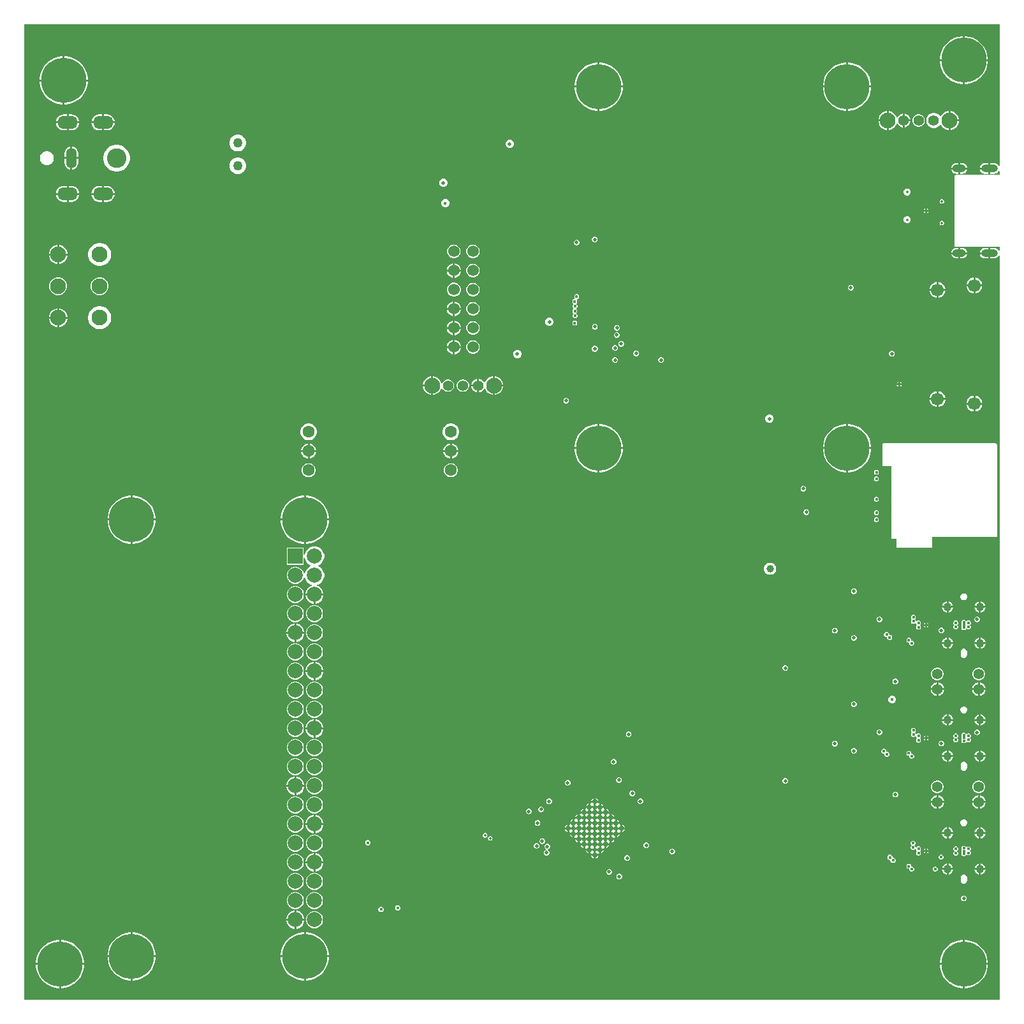
<source format=gbr>
%TF.GenerationSoftware,Altium Limited,Altium Designer,22.4.2 (48)*%
G04 Layer_Physical_Order=2*
G04 Layer_Color=3407820*
%FSLAX26Y26*%
%MOIN*%
%TF.SameCoordinates,0D1A2E3A-66A7-4FCB-BFB3-5B9149DA6B87*%
%TF.FilePolarity,Positive*%
%TF.FileFunction,Copper,L2,Inr,Signal*%
%TF.Part,Single*%
G01*
G75*
%TA.AperFunction,ComponentPad*%
%ADD69O,0.086614X0.039370*%
%ADD70O,0.070866X0.039370*%
%ADD71C,0.043307*%
%ADD72C,0.082677*%
%ADD73R,0.078740X0.078740*%
%ADD74C,0.078740*%
%ADD75C,0.055118*%
%ADD76O,0.106299X0.066929*%
%ADD77O,0.055118X0.106299*%
%ADD78C,0.102362*%
%ADD79C,0.062992*%
%ADD80C,0.236220*%
%ADD81C,0.066929*%
%ADD82C,0.060000*%
%TA.AperFunction,ViaPad*%
%ADD83C,0.027559*%
%ADD84C,0.019685*%
%ADD85C,0.015748*%
%ADD86C,0.013780*%
%ADD87C,0.017716*%
%ADD88C,0.039370*%
%ADD89C,0.050000*%
G36*
X6092167Y5354016D02*
X6087167Y5353021D01*
X6087065Y5353268D01*
X6082648Y5359025D01*
X6076891Y5363443D01*
X6070186Y5366220D01*
X6062992Y5367167D01*
X6044370D01*
Y5339370D01*
Y5311573D01*
X6062992D01*
X6070186Y5312520D01*
X6076891Y5315297D01*
X6082648Y5319715D01*
X6087065Y5325472D01*
X6087167Y5325718D01*
X6092167Y5324724D01*
Y5305327D01*
X5862205D01*
X5861226Y5304921D01*
X5857283D01*
Y5300979D01*
X5856878Y5300000D01*
Y4936221D01*
X5857283Y4935242D01*
Y4931299D01*
X5861226D01*
X5862205Y4930894D01*
X6092167D01*
Y4911496D01*
X6087167Y4910502D01*
X6087065Y4910749D01*
X6082648Y4916506D01*
X6076891Y4920923D01*
X6070186Y4923700D01*
X6062992Y4924647D01*
X6044370D01*
Y4896850D01*
Y4869054D01*
X6062992D01*
X6070186Y4870001D01*
X6076891Y4872778D01*
X6082648Y4877195D01*
X6087065Y4882952D01*
X6087167Y4883199D01*
X6092167Y4882204D01*
Y994447D01*
X994447D01*
Y6092167D01*
X6092167D01*
Y5354016D01*
D02*
G37*
%LPC*%
G36*
X5915427Y6031496D02*
X5910512D01*
Y5910512D01*
X6031496D01*
Y5915427D01*
X6028394Y5935013D01*
X6022266Y5953873D01*
X6013263Y5971542D01*
X6001607Y5987585D01*
X5987585Y6001607D01*
X5971542Y6013263D01*
X5953873Y6022266D01*
X5935013Y6028394D01*
X5915427Y6031496D01*
D02*
G37*
G36*
X5900512D02*
X5895597D01*
X5876010Y6028394D01*
X5857151Y6022266D01*
X5839482Y6013263D01*
X5823439Y6001607D01*
X5809416Y5987585D01*
X5797760Y5971542D01*
X5788758Y5953873D01*
X5782630Y5935013D01*
X5779528Y5915427D01*
Y5910512D01*
X5900512D01*
Y6031496D01*
D02*
G37*
G36*
X1209915Y5925984D02*
X1205000D01*
Y5805000D01*
X1325984D01*
Y5809915D01*
X1322882Y5829501D01*
X1316754Y5848361D01*
X1307751Y5866030D01*
X1296095Y5882073D01*
X1282073Y5896095D01*
X1266030Y5907751D01*
X1248361Y5916754D01*
X1229501Y5922882D01*
X1209915Y5925984D01*
D02*
G37*
G36*
X1195000D02*
X1190085D01*
X1170499Y5922882D01*
X1151639Y5916754D01*
X1133970Y5907751D01*
X1117927Y5896095D01*
X1103905Y5882073D01*
X1092249Y5866030D01*
X1083246Y5848361D01*
X1077118Y5829501D01*
X1074016Y5809915D01*
Y5805000D01*
X1195000D01*
Y5925984D01*
D02*
G37*
G36*
X6031496Y5900512D02*
X5910512D01*
Y5779528D01*
X5915427D01*
X5935013Y5782630D01*
X5953873Y5788758D01*
X5971542Y5797760D01*
X5987585Y5809416D01*
X6001607Y5823439D01*
X6013263Y5839482D01*
X6022266Y5857151D01*
X6028394Y5876010D01*
X6031496Y5895597D01*
Y5900512D01*
D02*
G37*
G36*
X5900512D02*
X5779528D01*
Y5895597D01*
X5782630Y5876010D01*
X5788758Y5857151D01*
X5797760Y5839482D01*
X5809416Y5823439D01*
X5823439Y5809416D01*
X5839482Y5797760D01*
X5857151Y5788758D01*
X5876010Y5782630D01*
X5895597Y5779528D01*
X5900512D01*
Y5900512D01*
D02*
G37*
G36*
X5305191Y5893701D02*
X5300275D01*
Y5772716D01*
X5421260D01*
Y5777632D01*
X5418158Y5797218D01*
X5412030Y5816078D01*
X5403027Y5833747D01*
X5391371Y5849790D01*
X5377349Y5863812D01*
X5361306Y5875468D01*
X5343637Y5884471D01*
X5324777Y5890599D01*
X5305191Y5893701D01*
D02*
G37*
G36*
X5290275D02*
X5285360D01*
X5265774Y5890599D01*
X5246914Y5884471D01*
X5229245Y5875468D01*
X5213202Y5863812D01*
X5199180Y5849790D01*
X5187524Y5833747D01*
X5178521Y5816078D01*
X5172394Y5797218D01*
X5169291Y5777632D01*
Y5772716D01*
X5290275D01*
Y5893701D01*
D02*
G37*
G36*
X4005978D02*
X4001063D01*
Y5772716D01*
X4122047D01*
Y5777632D01*
X4118945Y5797218D01*
X4112817Y5816078D01*
X4103814Y5833747D01*
X4092158Y5849790D01*
X4078136Y5863812D01*
X4062093Y5875468D01*
X4044424Y5884471D01*
X4025564Y5890599D01*
X4005978Y5893701D01*
D02*
G37*
G36*
X3991063D02*
X3986148D01*
X3966562Y5890599D01*
X3947702Y5884471D01*
X3930033Y5875468D01*
X3913990Y5863812D01*
X3899968Y5849790D01*
X3888312Y5833747D01*
X3879309Y5816078D01*
X3873181Y5797218D01*
X3870079Y5777632D01*
Y5772716D01*
X3991063D01*
Y5893701D01*
D02*
G37*
G36*
X1325984Y5795000D02*
X1205000D01*
Y5674016D01*
X1209915D01*
X1229501Y5677118D01*
X1248361Y5683246D01*
X1266030Y5692249D01*
X1282073Y5703905D01*
X1296095Y5717927D01*
X1307751Y5733970D01*
X1316754Y5751639D01*
X1322882Y5770499D01*
X1325984Y5790085D01*
Y5795000D01*
D02*
G37*
G36*
X1195000D02*
X1074016D01*
Y5790085D01*
X1077118Y5770499D01*
X1083246Y5751639D01*
X1092249Y5733970D01*
X1103905Y5717927D01*
X1117927Y5703905D01*
X1133970Y5692249D01*
X1151639Y5683246D01*
X1170499Y5677118D01*
X1190085Y5674016D01*
X1195000D01*
Y5795000D01*
D02*
G37*
G36*
X5421260Y5762716D02*
X5300275D01*
Y5641732D01*
X5305191D01*
X5324777Y5644834D01*
X5343637Y5650962D01*
X5361306Y5659965D01*
X5377349Y5671621D01*
X5391371Y5685643D01*
X5403027Y5701686D01*
X5412030Y5719355D01*
X5418158Y5738215D01*
X5421260Y5757801D01*
Y5762716D01*
D02*
G37*
G36*
X5290275D02*
X5169291D01*
Y5757801D01*
X5172394Y5738215D01*
X5178521Y5719355D01*
X5187524Y5701686D01*
X5199180Y5685643D01*
X5213202Y5671621D01*
X5229245Y5659965D01*
X5246914Y5650962D01*
X5265774Y5644834D01*
X5285360Y5641732D01*
X5290275D01*
Y5762716D01*
D02*
G37*
G36*
X4122047Y5762716D02*
X4001063D01*
Y5641732D01*
X4005978D01*
X4025564Y5644834D01*
X4044424Y5650962D01*
X4062093Y5659965D01*
X4078136Y5671621D01*
X4092158Y5685643D01*
X4103814Y5701686D01*
X4112817Y5719355D01*
X4118945Y5738215D01*
X4122047Y5757801D01*
Y5762716D01*
D02*
G37*
G36*
X3991063D02*
X3870079D01*
Y5757801D01*
X3873181Y5738215D01*
X3879309Y5719355D01*
X3888312Y5701686D01*
X3899968Y5685643D01*
X3913990Y5671621D01*
X3930033Y5659965D01*
X3947702Y5650962D01*
X3966562Y5644834D01*
X3986148Y5641732D01*
X3991063D01*
Y5762716D01*
D02*
G37*
G36*
X5825709Y5639764D02*
X5824230D01*
X5811713Y5636410D01*
X5800491Y5629931D01*
X5791329Y5620769D01*
X5786574Y5612533D01*
X5780801D01*
X5779535Y5614725D01*
X5772205Y5622055D01*
X5763228Y5627238D01*
X5753215Y5629921D01*
X5742848D01*
X5732835Y5627238D01*
X5723858Y5622055D01*
X5716528Y5614725D01*
X5711345Y5605747D01*
X5708662Y5595734D01*
Y5585368D01*
X5711345Y5575355D01*
X5716528Y5566377D01*
X5723858Y5559047D01*
X5732835Y5553864D01*
X5742848Y5551181D01*
X5753215D01*
X5763228Y5553864D01*
X5772205Y5559047D01*
X5779535Y5566377D01*
X5780801Y5568569D01*
X5786574D01*
X5791329Y5560334D01*
X5800491Y5551171D01*
X5811713Y5544692D01*
X5824230Y5541339D01*
X5825709D01*
Y5590551D01*
Y5639764D01*
D02*
G37*
G36*
X5837188D02*
X5835709D01*
Y5595551D01*
X5879921D01*
Y5597030D01*
X5876568Y5609547D01*
X5870088Y5620769D01*
X5860926Y5629931D01*
X5849704Y5636410D01*
X5837188Y5639764D01*
D02*
G37*
G36*
X5595551Y5625894D02*
Y5595551D01*
X5625894D01*
X5623569Y5604228D01*
X5618904Y5612307D01*
X5612307Y5618905D01*
X5604228Y5623569D01*
X5595551Y5625894D01*
D02*
G37*
G36*
X5502874Y5639764D02*
X5501395D01*
X5488879Y5636410D01*
X5477657Y5629931D01*
X5468494Y5620769D01*
X5462015Y5609547D01*
X5458661Y5597030D01*
Y5595551D01*
X5502874D01*
Y5639764D01*
D02*
G37*
G36*
X1425197Y5622404D02*
X1410512D01*
Y5585709D01*
X1466234D01*
X1465471Y5591500D01*
X1461306Y5601556D01*
X1454680Y5610192D01*
X1446044Y5616818D01*
X1435988Y5620983D01*
X1425197Y5622404D01*
D02*
G37*
G36*
X1400512D02*
X1385827D01*
X1375035Y5620983D01*
X1364979Y5616818D01*
X1356344Y5610192D01*
X1349718Y5601556D01*
X1345552Y5591500D01*
X1344790Y5585709D01*
X1400512D01*
Y5622404D01*
D02*
G37*
G36*
X1240158D02*
X1225472D01*
Y5585709D01*
X1281195D01*
X1280432Y5591500D01*
X1276267Y5601556D01*
X1269640Y5610192D01*
X1261005Y5616818D01*
X1250949Y5620983D01*
X1240158Y5622404D01*
D02*
G37*
G36*
X1215472D02*
X1200787D01*
X1189996Y5620983D01*
X1179940Y5616818D01*
X1171304Y5610192D01*
X1164678Y5601556D01*
X1160513Y5591500D01*
X1159750Y5585709D01*
X1215472D01*
Y5622404D01*
D02*
G37*
G36*
X5673567Y5623032D02*
X5665015D01*
X5656754Y5620818D01*
X5649348Y5616542D01*
X5643301Y5610495D01*
X5639025Y5603088D01*
X5636811Y5594827D01*
Y5586275D01*
X5639025Y5578014D01*
X5643301Y5570608D01*
X5649348Y5564560D01*
X5656754Y5560284D01*
X5665015Y5558071D01*
X5673567D01*
X5681828Y5560284D01*
X5689235Y5564560D01*
X5695282Y5570608D01*
X5699558Y5578014D01*
X5701772Y5586275D01*
Y5594827D01*
X5699558Y5603088D01*
X5695282Y5610495D01*
X5689235Y5616542D01*
X5681828Y5620818D01*
X5673567Y5623032D01*
D02*
G37*
G36*
X5625894Y5585551D02*
X5595551D01*
Y5555208D01*
X5604228Y5557533D01*
X5612307Y5562198D01*
X5618904Y5568795D01*
X5623569Y5576875D01*
X5625894Y5585551D01*
D02*
G37*
G36*
X5514353Y5639764D02*
X5512874D01*
Y5590551D01*
Y5541339D01*
X5514353D01*
X5526869Y5544692D01*
X5538091Y5551171D01*
X5547254Y5560334D01*
X5553733Y5571556D01*
X5554081Y5572854D01*
X5559446Y5573560D01*
X5562198Y5568795D01*
X5568795Y5562198D01*
X5576874Y5557533D01*
X5585551Y5555208D01*
Y5590551D01*
Y5625894D01*
X5576874Y5623569D01*
X5568795Y5618905D01*
X5562198Y5612307D01*
X5559446Y5607542D01*
X5554081Y5608249D01*
X5553733Y5609547D01*
X5547254Y5620769D01*
X5538091Y5629931D01*
X5526869Y5636410D01*
X5514353Y5639764D01*
D02*
G37*
G36*
X5879921Y5585551D02*
X5835709D01*
Y5541339D01*
X5837188D01*
X5849704Y5544692D01*
X5860926Y5551171D01*
X5870088Y5560334D01*
X5876568Y5571556D01*
X5879921Y5584072D01*
Y5585551D01*
D02*
G37*
G36*
X5502874D02*
X5458661D01*
Y5584072D01*
X5462015Y5571556D01*
X5468494Y5560334D01*
X5477657Y5551171D01*
X5488879Y5544692D01*
X5501395Y5541339D01*
X5502874D01*
Y5585551D01*
D02*
G37*
G36*
X1466234Y5575709D02*
X1410512D01*
Y5539014D01*
X1425197D01*
X1435988Y5540434D01*
X1446044Y5544600D01*
X1454680Y5551226D01*
X1461306Y5559861D01*
X1465471Y5569917D01*
X1466234Y5575709D01*
D02*
G37*
G36*
X1400512D02*
X1344790D01*
X1345552Y5569917D01*
X1349718Y5559861D01*
X1356344Y5551226D01*
X1364979Y5544600D01*
X1375035Y5540434D01*
X1385827Y5539014D01*
X1400512D01*
Y5575709D01*
D02*
G37*
G36*
X1281195Y5575709D02*
X1225472D01*
Y5539014D01*
X1240158D01*
X1250949Y5540434D01*
X1261005Y5544600D01*
X1269640Y5551226D01*
X1276267Y5559861D01*
X1280432Y5569917D01*
X1281195Y5575709D01*
D02*
G37*
G36*
X1215472D02*
X1159750D01*
X1160513Y5569917D01*
X1164678Y5559861D01*
X1171304Y5551226D01*
X1179940Y5544600D01*
X1189996Y5540434D01*
X1200787Y5539014D01*
X1215472D01*
Y5575709D01*
D02*
G37*
G36*
X3535803Y5490157D02*
X3527189D01*
X3519230Y5486861D01*
X3513139Y5480770D01*
X3509843Y5472811D01*
Y5464197D01*
X3513139Y5456238D01*
X3519230Y5450147D01*
X3527189Y5446850D01*
X3535803D01*
X3543762Y5450147D01*
X3549853Y5456238D01*
X3553150Y5464197D01*
Y5472811D01*
X3549853Y5480770D01*
X3543762Y5486861D01*
X3535803Y5490157D01*
D02*
G37*
G36*
X2115990Y5516142D02*
X2104483D01*
X2093368Y5513164D01*
X2083403Y5507410D01*
X2075267Y5499274D01*
X2069514Y5489309D01*
X2066535Y5478194D01*
Y5466688D01*
X2069514Y5455573D01*
X2075267Y5445608D01*
X2083403Y5437472D01*
X2093368Y5431718D01*
X2104483Y5428740D01*
X2115990D01*
X2127104Y5431718D01*
X2137069Y5437472D01*
X2145206Y5445608D01*
X2150959Y5455573D01*
X2153937Y5466688D01*
Y5478194D01*
X2150959Y5489309D01*
X2145206Y5499274D01*
X2137069Y5507410D01*
X2127104Y5513164D01*
X2115990Y5516142D01*
D02*
G37*
G36*
X1245158Y5454372D02*
Y5398701D01*
X1275896D01*
Y5419291D01*
X1274678Y5428541D01*
X1271108Y5437161D01*
X1265429Y5444562D01*
X1258027Y5450242D01*
X1249407Y5453812D01*
X1245158Y5454372D01*
D02*
G37*
G36*
X1235158D02*
X1230908Y5453812D01*
X1222288Y5450242D01*
X1214886Y5444562D01*
X1209207Y5437161D01*
X1205637Y5428541D01*
X1204419Y5419291D01*
Y5398701D01*
X1235158D01*
Y5454372D01*
D02*
G37*
G36*
X1116999Y5430118D02*
X1107410D01*
X1098148Y5427636D01*
X1089844Y5422842D01*
X1083064Y5416061D01*
X1078269Y5407757D01*
X1075787Y5398495D01*
Y5388906D01*
X1078269Y5379644D01*
X1083064Y5371340D01*
X1089844Y5364560D01*
X1098148Y5359765D01*
X1107410Y5357283D01*
X1116999D01*
X1126261Y5359765D01*
X1134565Y5364560D01*
X1141346Y5371340D01*
X1146140Y5379644D01*
X1148622Y5388906D01*
Y5398495D01*
X1146140Y5407757D01*
X1141346Y5416061D01*
X1134565Y5422842D01*
X1126261Y5427636D01*
X1116999Y5430118D01*
D02*
G37*
G36*
X6034370Y5367167D02*
X6015748D01*
X6008554Y5366220D01*
X6001850Y5363443D01*
X5996093Y5359025D01*
X5991675Y5353268D01*
X5988898Y5346564D01*
X5988609Y5344370D01*
X6034370D01*
Y5367167D01*
D02*
G37*
G36*
X5897638D02*
X5886890D01*
Y5344370D01*
X5924776D01*
X5924487Y5346564D01*
X5921711Y5353268D01*
X5917293Y5359025D01*
X5911536Y5363443D01*
X5904832Y5366220D01*
X5897638Y5367167D01*
D02*
G37*
G36*
X5876890D02*
X5866142D01*
X5858948Y5366220D01*
X5852243Y5363443D01*
X5846486Y5359025D01*
X5842069Y5353268D01*
X5839292Y5346564D01*
X5839003Y5344370D01*
X5876890D01*
Y5367167D01*
D02*
G37*
G36*
X1275896Y5388701D02*
X1245158D01*
Y5333030D01*
X1249407Y5333589D01*
X1258027Y5337160D01*
X1265429Y5342839D01*
X1271108Y5350241D01*
X1274678Y5358860D01*
X1275896Y5368110D01*
Y5388701D01*
D02*
G37*
G36*
X1235158D02*
X1204419D01*
Y5368110D01*
X1205637Y5358860D01*
X1209207Y5350241D01*
X1214886Y5342839D01*
X1222288Y5337160D01*
X1230908Y5333589D01*
X1235158Y5333030D01*
Y5388701D01*
D02*
G37*
G36*
X1483261Y5463583D02*
X1469495D01*
X1455994Y5460897D01*
X1443276Y5455629D01*
X1431831Y5447982D01*
X1422097Y5438248D01*
X1414449Y5426802D01*
X1409181Y5414085D01*
X1406496Y5400584D01*
Y5386818D01*
X1409181Y5373317D01*
X1414449Y5360599D01*
X1422097Y5349154D01*
X1431831Y5339420D01*
X1443276Y5331772D01*
X1455994Y5326504D01*
X1469495Y5323819D01*
X1483261D01*
X1496762Y5326504D01*
X1509479Y5331772D01*
X1520925Y5339420D01*
X1530659Y5349154D01*
X1538306Y5360599D01*
X1543574Y5373317D01*
X1546260Y5386818D01*
Y5400584D01*
X1543574Y5414085D01*
X1538306Y5426802D01*
X1530659Y5438248D01*
X1520925Y5447982D01*
X1509479Y5455629D01*
X1496762Y5460897D01*
X1483261Y5463583D01*
D02*
G37*
G36*
X6034370Y5334370D02*
X5988609D01*
X5988898Y5332176D01*
X5991675Y5325472D01*
X5996093Y5319715D01*
X6001850Y5315297D01*
X6008554Y5312520D01*
X6015748Y5311573D01*
X6034370D01*
Y5334370D01*
D02*
G37*
G36*
X5924776Y5334370D02*
X5886890D01*
Y5311573D01*
X5897638D01*
X5904832Y5312520D01*
X5911536Y5315297D01*
X5917293Y5319715D01*
X5921711Y5325472D01*
X5924487Y5332176D01*
X5924776Y5334370D01*
D02*
G37*
G36*
X5876890D02*
X5839003D01*
X5839292Y5332176D01*
X5842069Y5325472D01*
X5846486Y5319715D01*
X5852243Y5315297D01*
X5858948Y5312520D01*
X5866142Y5311573D01*
X5876890D01*
Y5334370D01*
D02*
G37*
G36*
X2115990Y5398032D02*
X2104483D01*
X2093368Y5395053D01*
X2083403Y5389300D01*
X2075267Y5381164D01*
X2069514Y5371199D01*
X2066535Y5360084D01*
Y5348577D01*
X2069514Y5337463D01*
X2075267Y5327498D01*
X2083403Y5319361D01*
X2093368Y5313608D01*
X2104483Y5310630D01*
X2115990D01*
X2127104Y5313608D01*
X2137069Y5319361D01*
X2145206Y5327498D01*
X2150959Y5337463D01*
X2153937Y5348577D01*
Y5360084D01*
X2150959Y5371199D01*
X2145206Y5381164D01*
X2137069Y5389300D01*
X2127104Y5395053D01*
X2115990Y5398032D01*
D02*
G37*
G36*
X3189347Y5285433D02*
X3180732D01*
X3172774Y5282136D01*
X3166682Y5276045D01*
X3163386Y5268087D01*
Y5259472D01*
X3166682Y5251514D01*
X3172774Y5245423D01*
X3180732Y5242126D01*
X3189347D01*
X3197305Y5245423D01*
X3203396Y5251514D01*
X3206693Y5259472D01*
Y5268087D01*
X3203396Y5276045D01*
X3197305Y5282136D01*
X3189347Y5285433D01*
D02*
G37*
G36*
X1240158Y5248388D02*
X1225472D01*
Y5211693D01*
X1281195D01*
X1280432Y5217484D01*
X1276267Y5227541D01*
X1269640Y5236176D01*
X1261005Y5242802D01*
X1250949Y5246967D01*
X1240158Y5248388D01*
D02*
G37*
G36*
X1215472D02*
X1200787D01*
X1189996Y5246967D01*
X1179940Y5242802D01*
X1171304Y5236176D01*
X1164678Y5227541D01*
X1160513Y5217484D01*
X1159750Y5211693D01*
X1215472D01*
Y5248388D01*
D02*
G37*
G36*
X1425197D02*
X1410512D01*
Y5211693D01*
X1466234D01*
X1465471Y5217484D01*
X1461306Y5227541D01*
X1454680Y5236176D01*
X1446044Y5242802D01*
X1435988Y5246967D01*
X1425197Y5248388D01*
D02*
G37*
G36*
X1400512D02*
X1385827D01*
X1375035Y5246967D01*
X1364979Y5242802D01*
X1356344Y5236176D01*
X1349718Y5227541D01*
X1345552Y5217484D01*
X1344790Y5211693D01*
X1400512D01*
Y5248388D01*
D02*
G37*
G36*
X5612972Y5235236D02*
X5605532D01*
X5598659Y5232389D01*
X5593398Y5227128D01*
X5590551Y5220255D01*
Y5212816D01*
X5593398Y5205942D01*
X5598659Y5200682D01*
X5605532Y5197835D01*
X5612972D01*
X5619845Y5200682D01*
X5625106Y5205942D01*
X5627953Y5212816D01*
Y5220255D01*
X5625106Y5227128D01*
X5619845Y5232389D01*
X5612972Y5235236D01*
D02*
G37*
G36*
X1466234Y5201693D02*
X1410512D01*
Y5164998D01*
X1425197D01*
X1435988Y5166418D01*
X1446044Y5170584D01*
X1454680Y5177210D01*
X1461306Y5185845D01*
X1465471Y5195901D01*
X1466234Y5201693D01*
D02*
G37*
G36*
X1400512D02*
X1344790D01*
X1345552Y5195901D01*
X1349718Y5185845D01*
X1356344Y5177210D01*
X1364979Y5170584D01*
X1375035Y5166418D01*
X1385827Y5164998D01*
X1400512D01*
Y5201693D01*
D02*
G37*
G36*
X1281195Y5201693D02*
X1225472D01*
Y5164998D01*
X1240158D01*
X1250949Y5166418D01*
X1261005Y5170584D01*
X1269640Y5177210D01*
X1276267Y5185845D01*
X1280432Y5195901D01*
X1281195Y5201693D01*
D02*
G37*
G36*
X1215472D02*
X1159750D01*
X1160513Y5195901D01*
X1164678Y5185845D01*
X1171304Y5177210D01*
X1179940Y5170584D01*
X1189996Y5166418D01*
X1200787Y5164998D01*
X1215472D01*
Y5201693D01*
D02*
G37*
G36*
X5793649Y5179134D02*
X5788950D01*
X5784609Y5177336D01*
X5781286Y5174013D01*
X5779488Y5169672D01*
Y5164973D01*
X5781286Y5160632D01*
X5784609Y5157310D01*
X5788950Y5155512D01*
X5793649D01*
X5797990Y5157310D01*
X5801312Y5160632D01*
X5803110Y5164973D01*
Y5169672D01*
X5801312Y5174013D01*
X5797990Y5177336D01*
X5793649Y5179134D01*
D02*
G37*
G36*
X3199111Y5178669D02*
X3190889D01*
X3183292Y5175523D01*
X3177477Y5169708D01*
X3174331Y5162111D01*
Y5153889D01*
X3177477Y5146292D01*
X3183292Y5140477D01*
X3190889Y5137331D01*
X3199111D01*
X3206708Y5140477D01*
X3212523Y5146292D01*
X3215669Y5153889D01*
Y5162111D01*
X3212523Y5169708D01*
X3206708Y5175523D01*
X3199111Y5178669D01*
D02*
G37*
G36*
X5713661Y5129974D02*
Y5123110D01*
X5720525D01*
X5719575Y5125403D01*
X5715954Y5129024D01*
X5713661Y5129974D01*
D02*
G37*
G36*
X5703661D02*
X5701369Y5129024D01*
X5697747Y5125403D01*
X5696798Y5123110D01*
X5703661D01*
Y5129974D01*
D02*
G37*
G36*
X5720525Y5113110D02*
X5713661D01*
Y5106247D01*
X5715954Y5107196D01*
X5719575Y5110818D01*
X5720525Y5113110D01*
D02*
G37*
G36*
X5703661D02*
X5696798D01*
X5697747Y5110818D01*
X5701369Y5107196D01*
X5703661Y5106247D01*
Y5113110D01*
D02*
G37*
G36*
X5612972Y5090551D02*
X5605532D01*
X5598659Y5087704D01*
X5593398Y5082444D01*
X5590551Y5075570D01*
Y5068131D01*
X5593398Y5061257D01*
X5598659Y5055997D01*
X5605532Y5053150D01*
X5612972D01*
X5619845Y5055997D01*
X5625106Y5061257D01*
X5627953Y5068131D01*
Y5075570D01*
X5625106Y5082444D01*
X5619845Y5087704D01*
X5612972Y5090551D01*
D02*
G37*
G36*
X5794226Y5066391D02*
X5789527D01*
X5785186Y5064593D01*
X5781863Y5061271D01*
X5780065Y5056930D01*
Y5052231D01*
X5781863Y5047890D01*
X5785186Y5044568D01*
X5789527Y5042769D01*
X5794226D01*
X5798567Y5044568D01*
X5801889Y5047890D01*
X5803687Y5052231D01*
Y5056930D01*
X5801889Y5061271D01*
X5798567Y5064593D01*
X5794226Y5066391D01*
D02*
G37*
G36*
X3979441Y4983268D02*
X3973567D01*
X3968141Y4981020D01*
X3963988Y4976867D01*
X3961740Y4971441D01*
Y4965567D01*
X3963988Y4960141D01*
X3968141Y4955988D01*
X3973567Y4953740D01*
X3979441D01*
X3984867Y4955988D01*
X3989020Y4960141D01*
X3991268Y4965567D01*
Y4971441D01*
X3989020Y4976867D01*
X3984867Y4981020D01*
X3979441Y4983268D01*
D02*
G37*
G36*
X3884827Y4967520D02*
X3878953D01*
X3873527Y4965272D01*
X3869374Y4961119D01*
X3867126Y4955693D01*
Y4949819D01*
X3869374Y4944393D01*
X3873527Y4940240D01*
X3878953Y4937992D01*
X3884827D01*
X3890253Y4940240D01*
X3894406Y4944393D01*
X3896654Y4949819D01*
Y4955693D01*
X3894406Y4961119D01*
X3890253Y4965272D01*
X3884827Y4967520D01*
D02*
G37*
G36*
X5897638Y4924647D02*
X5886890D01*
Y4901851D01*
X5924776D01*
X5924487Y4904045D01*
X5921711Y4910749D01*
X5917293Y4916506D01*
X5911536Y4920923D01*
X5904832Y4923700D01*
X5897638Y4924647D01*
D02*
G37*
G36*
X5876890D02*
X5866142D01*
X5858948Y4923700D01*
X5852243Y4920923D01*
X5846486Y4916506D01*
X5842069Y4910749D01*
X5839292Y4904045D01*
X5839003Y4901851D01*
X5876890D01*
Y4924647D01*
D02*
G37*
G36*
X6034370D02*
X6015748D01*
X6008554Y4923700D01*
X6001850Y4920923D01*
X5996093Y4916506D01*
X5991675Y4910749D01*
X5988898Y4904045D01*
X5988609Y4901850D01*
X6034370D01*
Y4924647D01*
D02*
G37*
G36*
X1177739Y4938976D02*
X1176260D01*
Y4894764D01*
X1220473D01*
Y4896243D01*
X1217119Y4908759D01*
X1210640Y4919981D01*
X1201477Y4929144D01*
X1190255Y4935623D01*
X1177739Y4938976D01*
D02*
G37*
G36*
X1166260D02*
X1164781D01*
X1152264Y4935623D01*
X1141043Y4929144D01*
X1131880Y4919981D01*
X1125401Y4908759D01*
X1122047Y4896243D01*
Y4894764D01*
X1166260D01*
Y4938976D01*
D02*
G37*
G36*
X3344558Y4941221D02*
X3335363D01*
X3326481Y4938841D01*
X3318518Y4934243D01*
X3312017Y4927741D01*
X3307419Y4919778D01*
X3305039Y4910897D01*
Y4901702D01*
X3307419Y4892820D01*
X3312017Y4884857D01*
X3318518Y4878355D01*
X3326481Y4873758D01*
X3335363Y4871378D01*
X3344558D01*
X3353440Y4873758D01*
X3361403Y4878355D01*
X3367905Y4884857D01*
X3372502Y4892820D01*
X3374882Y4901702D01*
Y4910897D01*
X3372502Y4919778D01*
X3367905Y4927741D01*
X3361403Y4934243D01*
X3353440Y4938841D01*
X3344558Y4941221D01*
D02*
G37*
G36*
X3244558D02*
X3235363D01*
X3226481Y4938841D01*
X3218518Y4934243D01*
X3212017Y4927741D01*
X3207419Y4919778D01*
X3205039Y4910897D01*
Y4901702D01*
X3207419Y4892820D01*
X3212017Y4884857D01*
X3218518Y4878355D01*
X3226481Y4873758D01*
X3235363Y4871378D01*
X3244558D01*
X3253440Y4873758D01*
X3261403Y4878355D01*
X3267905Y4884857D01*
X3272502Y4892820D01*
X3274882Y4901702D01*
Y4910897D01*
X3272502Y4919778D01*
X3267905Y4927741D01*
X3261403Y4934243D01*
X3253440Y4938841D01*
X3244558Y4941221D01*
D02*
G37*
G36*
X6034370Y4891850D02*
X5988609D01*
X5988898Y4889656D01*
X5991675Y4882952D01*
X5996093Y4877195D01*
X6001850Y4872778D01*
X6008554Y4870001D01*
X6015748Y4869054D01*
X6034370D01*
Y4891850D01*
D02*
G37*
G36*
X5924776Y4891851D02*
X5886890D01*
Y4869054D01*
X5897638D01*
X5904832Y4870001D01*
X5911536Y4872778D01*
X5917293Y4877195D01*
X5921711Y4882952D01*
X5924487Y4889656D01*
X5924776Y4891851D01*
D02*
G37*
G36*
X5876890D02*
X5839003D01*
X5839292Y4889656D01*
X5842069Y4882952D01*
X5846486Y4877195D01*
X5852243Y4872778D01*
X5858948Y4870001D01*
X5866142Y4869054D01*
X5876890D01*
Y4891851D01*
D02*
G37*
G36*
X1220473Y4884764D02*
X1176260D01*
Y4840551D01*
X1177739D01*
X1190255Y4843905D01*
X1201477Y4850384D01*
X1210640Y4859546D01*
X1217119Y4870768D01*
X1220473Y4883285D01*
Y4884764D01*
D02*
G37*
G36*
X1166260D02*
X1122047D01*
Y4883285D01*
X1125401Y4870768D01*
X1131880Y4859546D01*
X1141043Y4850384D01*
X1152264Y4843905D01*
X1164781Y4840551D01*
X1166260D01*
Y4884764D01*
D02*
G37*
G36*
X1393709Y4949803D02*
X1381882D01*
X1370283Y4947496D01*
X1359356Y4942970D01*
X1349522Y4936399D01*
X1341160Y4928037D01*
X1334589Y4918203D01*
X1330063Y4907276D01*
X1327756Y4895677D01*
Y4883850D01*
X1330063Y4872251D01*
X1334589Y4861324D01*
X1341160Y4851491D01*
X1349522Y4843128D01*
X1359356Y4836557D01*
X1370283Y4832032D01*
X1381882Y4829724D01*
X1393709D01*
X1405308Y4832032D01*
X1416235Y4836557D01*
X1426068Y4843128D01*
X1434431Y4851491D01*
X1441002Y4861324D01*
X1445527Y4872251D01*
X1447835Y4883850D01*
Y4895677D01*
X1445527Y4907276D01*
X1441002Y4918203D01*
X1434431Y4928037D01*
X1426068Y4936399D01*
X1416235Y4942970D01*
X1405308Y4947496D01*
X1393709Y4949803D01*
D02*
G37*
G36*
X3244961Y4844169D02*
Y4811299D01*
X3277831D01*
X3275253Y4820918D01*
X3270267Y4829554D01*
X3263216Y4836606D01*
X3254579Y4841592D01*
X3244961Y4844169D01*
D02*
G37*
G36*
X3234961D02*
X3225342Y4841592D01*
X3216705Y4836606D01*
X3209654Y4829554D01*
X3204668Y4820918D01*
X3202090Y4811299D01*
X3234961D01*
Y4844169D01*
D02*
G37*
G36*
X3344558Y4841221D02*
X3335363D01*
X3326481Y4838841D01*
X3318518Y4834243D01*
X3312017Y4827741D01*
X3307419Y4819778D01*
X3305039Y4810897D01*
Y4801702D01*
X3307419Y4792820D01*
X3312017Y4784857D01*
X3318518Y4778355D01*
X3326481Y4773758D01*
X3335363Y4771378D01*
X3344558D01*
X3353440Y4773758D01*
X3361403Y4778355D01*
X3367905Y4784857D01*
X3372502Y4792820D01*
X3374882Y4801702D01*
Y4810897D01*
X3372502Y4819778D01*
X3367905Y4827741D01*
X3361403Y4834243D01*
X3353440Y4838841D01*
X3344558Y4841221D01*
D02*
G37*
G36*
X3277831Y4801299D02*
X3244961D01*
Y4768429D01*
X3254579Y4771006D01*
X3263216Y4775993D01*
X3270267Y4783044D01*
X3275253Y4791680D01*
X3277831Y4801299D01*
D02*
G37*
G36*
X3234961D02*
X3202090D01*
X3204668Y4791680D01*
X3209654Y4783044D01*
X3216705Y4775993D01*
X3225342Y4771006D01*
X3234961Y4768429D01*
Y4801299D01*
D02*
G37*
G36*
X5966072Y4769685D02*
X5965630D01*
Y4733346D01*
X6001968D01*
Y4733789D01*
X5999151Y4744302D01*
X5993709Y4753729D01*
X5986012Y4761425D01*
X5976586Y4766868D01*
X5966072Y4769685D01*
D02*
G37*
G36*
X5955630D02*
X5955188D01*
X5944674Y4766868D01*
X5935248Y4761425D01*
X5927551Y4753729D01*
X5922109Y4744302D01*
X5919292Y4733789D01*
Y4733346D01*
X5955630D01*
Y4769685D01*
D02*
G37*
G36*
X5773159Y4746063D02*
X5772717D01*
Y4709724D01*
X5809055D01*
Y4710167D01*
X5806238Y4720681D01*
X5800796Y4730107D01*
X5793099Y4737803D01*
X5783673Y4743246D01*
X5773159Y4746063D01*
D02*
G37*
G36*
X5762717D02*
X5762274D01*
X5751761Y4743246D01*
X5742334Y4737803D01*
X5734638Y4730107D01*
X5729195Y4720681D01*
X5726378Y4710167D01*
Y4709724D01*
X5762717D01*
Y4746063D01*
D02*
G37*
G36*
X5317897Y4731299D02*
X5312024D01*
X5306598Y4729051D01*
X5302444Y4724898D01*
X5300197Y4719472D01*
Y4713599D01*
X5302444Y4708172D01*
X5306598Y4704019D01*
X5312024Y4701772D01*
X5317897D01*
X5323324Y4704019D01*
X5327477Y4708172D01*
X5329724Y4713599D01*
Y4719472D01*
X5327477Y4724898D01*
X5323324Y4729051D01*
X5317897Y4731299D01*
D02*
G37*
G36*
X6001968Y4723346D02*
X5965630D01*
Y4687008D01*
X5966072D01*
X5976586Y4689825D01*
X5986012Y4695267D01*
X5993709Y4702964D01*
X5999151Y4712390D01*
X6001968Y4722904D01*
Y4723346D01*
D02*
G37*
G36*
X5955630D02*
X5919292D01*
Y4722904D01*
X5922109Y4712390D01*
X5927551Y4702964D01*
X5935248Y4695267D01*
X5944674Y4689825D01*
X5955188Y4687008D01*
X5955630D01*
Y4723346D01*
D02*
G37*
G36*
X1393886Y4770669D02*
X1381705D01*
X1369940Y4767517D01*
X1359391Y4761427D01*
X1350778Y4752814D01*
X1344688Y4742265D01*
X1341535Y4730500D01*
Y4718319D01*
X1344688Y4706554D01*
X1350778Y4696005D01*
X1359391Y4687392D01*
X1369940Y4681302D01*
X1381705Y4678150D01*
X1393886D01*
X1405651Y4681302D01*
X1416200Y4687392D01*
X1424812Y4696005D01*
X1430903Y4706554D01*
X1434055Y4718319D01*
Y4730500D01*
X1430903Y4742265D01*
X1424812Y4752814D01*
X1416200Y4761427D01*
X1405651Y4767517D01*
X1393886Y4770669D01*
D02*
G37*
G36*
X1177350D02*
X1165170D01*
X1153404Y4767517D01*
X1142856Y4761427D01*
X1134243Y4752814D01*
X1128152Y4742265D01*
X1125000Y4730500D01*
Y4718319D01*
X1128152Y4706554D01*
X1134243Y4696005D01*
X1142856Y4687392D01*
X1153404Y4681302D01*
X1165170Y4678150D01*
X1177350D01*
X1189116Y4681302D01*
X1199664Y4687392D01*
X1208277Y4696005D01*
X1214367Y4706554D01*
X1217520Y4718319D01*
Y4730500D01*
X1214367Y4742265D01*
X1208277Y4752814D01*
X1199664Y4761427D01*
X1189116Y4767517D01*
X1177350Y4770669D01*
D02*
G37*
G36*
X3344558Y4741221D02*
X3335363D01*
X3326481Y4738841D01*
X3318518Y4734243D01*
X3312017Y4727741D01*
X3307419Y4719778D01*
X3305039Y4710897D01*
Y4701702D01*
X3307419Y4692820D01*
X3312017Y4684857D01*
X3318518Y4678355D01*
X3326481Y4673758D01*
X3335363Y4671378D01*
X3344558D01*
X3353440Y4673758D01*
X3361403Y4678355D01*
X3367905Y4684857D01*
X3372502Y4692820D01*
X3374882Y4701702D01*
Y4710897D01*
X3372502Y4719778D01*
X3367905Y4727741D01*
X3361403Y4734243D01*
X3353440Y4738841D01*
X3344558Y4741221D01*
D02*
G37*
G36*
X3244688Y4742205D02*
X3235234D01*
X3226102Y4739758D01*
X3217914Y4735031D01*
X3211229Y4728346D01*
X3206502Y4720158D01*
X3204055Y4711026D01*
Y4701572D01*
X3206502Y4692440D01*
X3211229Y4684253D01*
X3217914Y4677568D01*
X3226102Y4672841D01*
X3235234Y4670394D01*
X3244688D01*
X3253820Y4672841D01*
X3262007Y4677568D01*
X3268692Y4684253D01*
X3273419Y4692440D01*
X3275866Y4701572D01*
Y4711026D01*
X3273419Y4720158D01*
X3268692Y4728346D01*
X3262007Y4735031D01*
X3253820Y4739758D01*
X3244688Y4742205D01*
D02*
G37*
G36*
X5809055Y4699724D02*
X5772717D01*
Y4663386D01*
X5773159D01*
X5783673Y4666203D01*
X5793099Y4671645D01*
X5800796Y4679342D01*
X5806238Y4688768D01*
X5809055Y4699282D01*
Y4699724D01*
D02*
G37*
G36*
X5762717D02*
X5726378D01*
Y4699282D01*
X5729195Y4688768D01*
X5734638Y4679342D01*
X5742334Y4671645D01*
X5751761Y4666203D01*
X5762274Y4663386D01*
X5762717D01*
Y4699724D01*
D02*
G37*
G36*
X3244961Y4644169D02*
Y4611299D01*
X3277831D01*
X3275253Y4620918D01*
X3270267Y4629554D01*
X3263216Y4636606D01*
X3254579Y4641592D01*
X3244961Y4644169D01*
D02*
G37*
G36*
X3234961D02*
X3225342Y4641592D01*
X3216705Y4636606D01*
X3209654Y4629554D01*
X3204668Y4620918D01*
X3202090Y4611299D01*
X3234961D01*
Y4644169D01*
D02*
G37*
G36*
X3344558Y4641221D02*
X3335363D01*
X3326481Y4638841D01*
X3318518Y4634243D01*
X3312017Y4627741D01*
X3307419Y4619778D01*
X3305039Y4610897D01*
Y4601702D01*
X3307419Y4592820D01*
X3312017Y4584857D01*
X3318518Y4578355D01*
X3326481Y4573758D01*
X3335363Y4571378D01*
X3344558D01*
X3353440Y4573758D01*
X3361403Y4578355D01*
X3367905Y4584857D01*
X3372502Y4592820D01*
X3374882Y4601702D01*
Y4610897D01*
X3372502Y4619778D01*
X3367905Y4627741D01*
X3361403Y4634243D01*
X3353440Y4638841D01*
X3344558Y4641221D01*
D02*
G37*
G36*
X3277831Y4601299D02*
X3244961D01*
Y4568429D01*
X3254579Y4571006D01*
X3263216Y4575993D01*
X3270267Y4583044D01*
X3275253Y4591680D01*
X3277831Y4601299D01*
D02*
G37*
G36*
X3234961D02*
X3202090D01*
X3204668Y4591680D01*
X3209654Y4583044D01*
X3216705Y4575993D01*
X3225342Y4571006D01*
X3234961Y4568429D01*
Y4601299D01*
D02*
G37*
G36*
X1177739Y4608268D02*
X1176260D01*
Y4564055D01*
X1220473D01*
Y4565534D01*
X1217119Y4578051D01*
X1210640Y4589272D01*
X1201477Y4598435D01*
X1190255Y4604914D01*
X1177739Y4608268D01*
D02*
G37*
G36*
X1166260D02*
X1164781D01*
X1152264Y4604914D01*
X1141043Y4598435D01*
X1131880Y4589272D01*
X1125401Y4578051D01*
X1122047Y4565534D01*
Y4564055D01*
X1166260D01*
Y4608268D01*
D02*
G37*
G36*
X3884435Y4682087D02*
X3879345D01*
X3874642Y4680139D01*
X3871042Y4676539D01*
X3869095Y4671836D01*
Y4666746D01*
X3871042Y4662043D01*
X3870387Y4660220D01*
X3868909Y4657106D01*
X3864629Y4655333D01*
X3861030Y4651734D01*
X3859082Y4647031D01*
Y4641941D01*
X3861030Y4637238D01*
X3863820Y4634448D01*
X3864564Y4632674D01*
X3864277Y4628372D01*
X3862153Y4626248D01*
X3860205Y4621545D01*
Y4616455D01*
X3862153Y4611752D01*
X3863638Y4610267D01*
X3864617Y4606111D01*
X3863418Y4603954D01*
X3861200Y4601736D01*
X3859252Y4597033D01*
Y4591943D01*
X3861200Y4587240D01*
X3863788Y4584652D01*
X3864746Y4583213D01*
X3864162Y4578493D01*
X3862800Y4577131D01*
X3860852Y4572428D01*
Y4567338D01*
X3862800Y4562635D01*
X3866399Y4559036D01*
X3871102Y4557088D01*
X3876193D01*
X3880896Y4559036D01*
X3884495Y4562635D01*
X3886443Y4567338D01*
Y4572428D01*
X3884495Y4577131D01*
X3881907Y4579720D01*
X3880948Y4581158D01*
X3881533Y4585879D01*
X3882895Y4587240D01*
X3884843Y4591943D01*
Y4597033D01*
X3882895Y4601736D01*
X3881409Y4603222D01*
X3880431Y4607378D01*
X3881630Y4609534D01*
X3883847Y4611752D01*
X3885795Y4616455D01*
Y4621545D01*
X3883847Y4626248D01*
X3881057Y4629038D01*
X3880312Y4630811D01*
X3880600Y4635114D01*
X3882724Y4637238D01*
X3884672Y4641941D01*
Y4647031D01*
X3882724Y4651734D01*
X3883379Y4653557D01*
X3884858Y4656671D01*
X3889138Y4658444D01*
X3892737Y4662043D01*
X3894685Y4666746D01*
Y4671836D01*
X3892737Y4676539D01*
X3889138Y4680139D01*
X3884435Y4682087D01*
D02*
G37*
G36*
X3874003Y4544500D02*
X3868913D01*
X3864210Y4542552D01*
X3860611Y4538953D01*
X3858663Y4534250D01*
Y4529160D01*
X3860611Y4524457D01*
X3864210Y4520858D01*
X3868913Y4518910D01*
X3874003D01*
X3878706Y4520858D01*
X3882305Y4524457D01*
X3884253Y4529160D01*
Y4534250D01*
X3882305Y4538953D01*
X3878706Y4542552D01*
X3874003Y4544500D01*
D02*
G37*
G36*
X3743480Y4559055D02*
X3734866D01*
X3726907Y4555758D01*
X3720816Y4549667D01*
X3717520Y4541709D01*
Y4533095D01*
X3720816Y4525136D01*
X3726907Y4519045D01*
X3734866Y4515748D01*
X3743480D01*
X3751439Y4519045D01*
X3757530Y4525136D01*
X3760827Y4533095D01*
Y4541709D01*
X3757530Y4549667D01*
X3751439Y4555758D01*
X3743480Y4559055D01*
D02*
G37*
G36*
X3244961Y4544169D02*
Y4511299D01*
X3277831D01*
X3275253Y4520918D01*
X3270267Y4529554D01*
X3263216Y4536606D01*
X3254579Y4541592D01*
X3244961Y4544169D01*
D02*
G37*
G36*
X3234961D02*
X3225342Y4541592D01*
X3216705Y4536606D01*
X3209654Y4529554D01*
X3204668Y4520918D01*
X3202090Y4511299D01*
X3234961D01*
Y4544169D01*
D02*
G37*
G36*
X1220473Y4554055D02*
X1176260D01*
Y4509842D01*
X1177739D01*
X1190255Y4513196D01*
X1201477Y4519675D01*
X1210640Y4528838D01*
X1217119Y4540060D01*
X1220473Y4552576D01*
Y4554055D01*
D02*
G37*
G36*
X1166260D02*
X1122047D01*
Y4552576D01*
X1125401Y4540060D01*
X1131880Y4528838D01*
X1141043Y4519675D01*
X1152264Y4513196D01*
X1164781Y4509842D01*
X1166260D01*
Y4554055D01*
D02*
G37*
G36*
X1393709Y4619095D02*
X1381882D01*
X1370283Y4616787D01*
X1359356Y4612261D01*
X1349522Y4605691D01*
X1341160Y4597328D01*
X1334589Y4587494D01*
X1330063Y4576568D01*
X1327756Y4564968D01*
Y4553142D01*
X1330063Y4541542D01*
X1334589Y4530616D01*
X1341160Y4520782D01*
X1349522Y4512419D01*
X1359356Y4505849D01*
X1370283Y4501323D01*
X1381882Y4499016D01*
X1393709D01*
X1405308Y4501323D01*
X1416235Y4505849D01*
X1426068Y4512419D01*
X1434431Y4520782D01*
X1441002Y4530616D01*
X1445527Y4541542D01*
X1447835Y4553142D01*
Y4564968D01*
X1445527Y4576568D01*
X1441002Y4587494D01*
X1434431Y4597328D01*
X1426068Y4605691D01*
X1416235Y4612261D01*
X1405308Y4616787D01*
X1393709Y4619095D01*
D02*
G37*
G36*
X3979937Y4526764D02*
X3974063D01*
X3968637Y4524516D01*
X3964484Y4520363D01*
X3962236Y4514937D01*
Y4509063D01*
X3964484Y4503637D01*
X3968637Y4499484D01*
X3974063Y4497236D01*
X3979937D01*
X3985363Y4499484D01*
X3989516Y4503637D01*
X3991764Y4509063D01*
Y4514937D01*
X3989516Y4520363D01*
X3985363Y4524516D01*
X3979937Y4526764D01*
D02*
G37*
G36*
X4094993Y4520993D02*
X4089119D01*
X4083693Y4518745D01*
X4079540Y4514592D01*
X4077292Y4509166D01*
Y4503293D01*
X4079540Y4497866D01*
X4083693Y4493713D01*
X4089119Y4491466D01*
X4094993D01*
X4100419Y4493713D01*
X4104572Y4497866D01*
X4106820Y4503293D01*
Y4509166D01*
X4104572Y4514592D01*
X4100419Y4518745D01*
X4094993Y4520993D01*
D02*
G37*
G36*
X3344558Y4541221D02*
X3335363D01*
X3326481Y4538841D01*
X3318518Y4534243D01*
X3312017Y4527741D01*
X3307419Y4519778D01*
X3305039Y4510897D01*
Y4501702D01*
X3307419Y4492820D01*
X3312017Y4484857D01*
X3318518Y4478355D01*
X3326481Y4473758D01*
X3335363Y4471378D01*
X3344558D01*
X3353440Y4473758D01*
X3361403Y4478355D01*
X3367905Y4484857D01*
X3372502Y4492820D01*
X3374882Y4501702D01*
Y4510897D01*
X3372502Y4519778D01*
X3367905Y4527741D01*
X3361403Y4534243D01*
X3353440Y4538841D01*
X3344558Y4541221D01*
D02*
G37*
G36*
X3277831Y4501299D02*
X3244961D01*
Y4468429D01*
X3254579Y4471006D01*
X3263216Y4475993D01*
X3270267Y4483044D01*
X3275253Y4491680D01*
X3277831Y4501299D01*
D02*
G37*
G36*
X3234961D02*
X3202090D01*
X3204668Y4491680D01*
X3209654Y4483044D01*
X3216705Y4475993D01*
X3225342Y4471006D01*
X3234961Y4468429D01*
Y4501299D01*
D02*
G37*
G36*
X4094350Y4484177D02*
X4088477D01*
X4083050Y4481929D01*
X4078897Y4477776D01*
X4076650Y4472350D01*
Y4466477D01*
X4078897Y4461050D01*
X4083050Y4456897D01*
X4088477Y4454650D01*
X4094350D01*
X4099776Y4456897D01*
X4103930Y4461050D01*
X4106177Y4466477D01*
Y4472350D01*
X4103930Y4477776D01*
X4099776Y4481929D01*
X4094350Y4484177D01*
D02*
G37*
G36*
X3244961Y4444169D02*
Y4411299D01*
X3277831D01*
X3275253Y4420918D01*
X3270267Y4429554D01*
X3263216Y4436606D01*
X3254579Y4441592D01*
X3244961Y4444169D01*
D02*
G37*
G36*
X3234961D02*
X3225342Y4441592D01*
X3216705Y4436606D01*
X3209654Y4429554D01*
X3204668Y4420918D01*
X3202090Y4411299D01*
X3234961D01*
Y4444169D01*
D02*
G37*
G36*
X4117110Y4437764D02*
X4111236D01*
X4105810Y4435516D01*
X4101657Y4431363D01*
X4099409Y4425937D01*
Y4420063D01*
X4101657Y4414637D01*
X4105810Y4410484D01*
X4111236Y4408236D01*
X4117110D01*
X4122536Y4410484D01*
X4126689Y4414637D01*
X4128937Y4420063D01*
Y4425937D01*
X4126689Y4431363D01*
X4122536Y4435516D01*
X4117110Y4437764D01*
D02*
G37*
G36*
X4085614Y4416339D02*
X4079740D01*
X4074314Y4414091D01*
X4070161Y4409938D01*
X4067913Y4404511D01*
Y4398638D01*
X4070161Y4393212D01*
X4074314Y4389059D01*
X4079740Y4386811D01*
X4085614D01*
X4091040Y4389059D01*
X4095193Y4393212D01*
X4097441Y4398638D01*
Y4404511D01*
X4095193Y4409938D01*
X4091040Y4414091D01*
X4085614Y4416339D01*
D02*
G37*
G36*
X3979510Y4412401D02*
X3973245D01*
X3967457Y4410004D01*
X3963028Y4405574D01*
X3960630Y4399786D01*
Y4393521D01*
X3963028Y4387733D01*
X3967457Y4383303D01*
X3973245Y4380905D01*
X3979510D01*
X3985298Y4383303D01*
X3989729Y4387733D01*
X3992126Y4393521D01*
Y4399786D01*
X3989729Y4405574D01*
X3985298Y4410004D01*
X3979510Y4412401D01*
D02*
G37*
G36*
X3344558Y4441221D02*
X3335363D01*
X3326481Y4438841D01*
X3318518Y4434243D01*
X3312017Y4427741D01*
X3307419Y4419778D01*
X3305039Y4410897D01*
Y4401702D01*
X3307419Y4392820D01*
X3312017Y4384857D01*
X3318518Y4378355D01*
X3326481Y4373758D01*
X3335363Y4371378D01*
X3344558D01*
X3353440Y4373758D01*
X3361403Y4378355D01*
X3367905Y4384857D01*
X3372502Y4392820D01*
X3374882Y4401702D01*
Y4410897D01*
X3372502Y4419778D01*
X3367905Y4427741D01*
X3361403Y4434243D01*
X3353440Y4438841D01*
X3344558Y4441221D01*
D02*
G37*
G36*
X3277831Y4401299D02*
X3244961D01*
Y4368429D01*
X3254579Y4371006D01*
X3263216Y4375993D01*
X3270267Y4383044D01*
X3275253Y4391680D01*
X3277831Y4401299D01*
D02*
G37*
G36*
X3234961D02*
X3202090D01*
X3204668Y4391680D01*
X3209654Y4383044D01*
X3216705Y4375993D01*
X3225342Y4371006D01*
X3234961Y4368429D01*
Y4401299D01*
D02*
G37*
G36*
X4195850Y4387795D02*
X4189977D01*
X4184550Y4385548D01*
X4180397Y4381395D01*
X4178150Y4375968D01*
Y4370095D01*
X4180397Y4364668D01*
X4184550Y4360515D01*
X4189977Y4358268D01*
X4195850D01*
X4201276Y4360515D01*
X4205430Y4364668D01*
X4207677Y4370095D01*
Y4375968D01*
X4205430Y4381395D01*
X4201276Y4385548D01*
X4195850Y4387795D01*
D02*
G37*
G36*
X5532464Y4385827D02*
X5526591D01*
X5521165Y4383579D01*
X5517011Y4379426D01*
X5514764Y4374000D01*
Y4368126D01*
X5517011Y4362700D01*
X5521165Y4358547D01*
X5526591Y4356299D01*
X5532464D01*
X5537891Y4358547D01*
X5542044Y4362700D01*
X5544291Y4368126D01*
Y4374000D01*
X5542044Y4379426D01*
X5537891Y4383579D01*
X5532464Y4385827D01*
D02*
G37*
G36*
X3576157Y4391732D02*
X3567543D01*
X3559585Y4388436D01*
X3553494Y4382344D01*
X3550197Y4374386D01*
Y4365772D01*
X3553494Y4357813D01*
X3559585Y4351722D01*
X3567543Y4348425D01*
X3576157D01*
X3584116Y4351722D01*
X3590207Y4357813D01*
X3593504Y4365772D01*
Y4374386D01*
X3590207Y4382344D01*
X3584116Y4388436D01*
X3576157Y4391732D01*
D02*
G37*
G36*
X4325771Y4353346D02*
X4319898D01*
X4314472Y4351099D01*
X4310319Y4346946D01*
X4308071Y4341519D01*
Y4335646D01*
X4310319Y4330220D01*
X4314472Y4326067D01*
X4319898Y4323819D01*
X4325771D01*
X4331198Y4326067D01*
X4335351Y4330220D01*
X4337598Y4335646D01*
Y4341519D01*
X4335351Y4346946D01*
X4331198Y4351099D01*
X4325771Y4353346D01*
D02*
G37*
G36*
X4085614D02*
X4079740D01*
X4074314Y4351099D01*
X4070161Y4346946D01*
X4067913Y4341519D01*
Y4335646D01*
X4070161Y4330220D01*
X4074314Y4326067D01*
X4079740Y4323819D01*
X4085614D01*
X4091040Y4326067D01*
X4095193Y4330220D01*
X4097441Y4335646D01*
Y4341519D01*
X4095193Y4346946D01*
X4091040Y4351099D01*
X4085614Y4353346D01*
D02*
G37*
G36*
X3443819Y4253937D02*
X3442340D01*
X3429823Y4250583D01*
X3418602Y4244104D01*
X3409439Y4234942D01*
X3402960Y4223720D01*
X3402612Y4222422D01*
X3397247Y4221715D01*
X3394495Y4226481D01*
X3387898Y4233078D01*
X3379818Y4237743D01*
X3371142Y4240068D01*
Y4204724D01*
Y4169381D01*
X3379818Y4171706D01*
X3387898Y4176371D01*
X3394495Y4182968D01*
X3397247Y4187733D01*
X3402612Y4187027D01*
X3402960Y4185729D01*
X3409439Y4174507D01*
X3418602Y4165345D01*
X3429823Y4158865D01*
X3442340Y4155512D01*
X3443819D01*
Y4204724D01*
Y4253937D01*
D02*
G37*
G36*
X5573000Y4225929D02*
Y4218000D01*
X5580929D01*
X5579748Y4220850D01*
X5575850Y4224748D01*
X5573000Y4225929D01*
D02*
G37*
G36*
X5563000D02*
X5560150Y4224748D01*
X5556252Y4220850D01*
X5555071Y4218000D01*
X5563000D01*
Y4225929D01*
D02*
G37*
G36*
X3455298Y4253937D02*
X3453819D01*
Y4209724D01*
X3498032D01*
Y4211203D01*
X3494678Y4223720D01*
X3488199Y4234942D01*
X3479036Y4244104D01*
X3467814Y4250583D01*
X3455298Y4253937D01*
D02*
G37*
G36*
X3361142Y4240068D02*
X3352465Y4237743D01*
X3344385Y4233078D01*
X3337788Y4226481D01*
X3333124Y4218401D01*
X3330799Y4209724D01*
X3361142D01*
Y4240068D01*
D02*
G37*
G36*
X3120984Y4253937D02*
X3119505D01*
X3106989Y4250583D01*
X3095767Y4244104D01*
X3086604Y4234942D01*
X3080125Y4223720D01*
X3076772Y4211203D01*
Y4209724D01*
X3120984D01*
Y4253937D01*
D02*
G37*
G36*
X5580929Y4208000D02*
X5573000D01*
Y4200071D01*
X5575850Y4201252D01*
X5579748Y4205150D01*
X5580929Y4208000D01*
D02*
G37*
G36*
X5563000D02*
X5555071D01*
X5556252Y4205150D01*
X5560150Y4201252D01*
X5563000Y4200071D01*
Y4208000D01*
D02*
G37*
G36*
X3291678Y4237205D02*
X3283126D01*
X3274865Y4234991D01*
X3267458Y4230715D01*
X3261411Y4224668D01*
X3257135Y4217261D01*
X3254921Y4209001D01*
Y4200448D01*
X3257135Y4192188D01*
X3261411Y4184781D01*
X3267458Y4178734D01*
X3274865Y4174458D01*
X3283126Y4172244D01*
X3291678D01*
X3299939Y4174458D01*
X3307345Y4178734D01*
X3313392Y4184781D01*
X3317668Y4192188D01*
X3319882Y4200448D01*
Y4209001D01*
X3317668Y4217261D01*
X3313392Y4224668D01*
X3307345Y4230715D01*
X3299939Y4234991D01*
X3291678Y4237205D01*
D02*
G37*
G36*
X3132463Y4253937D02*
X3130984D01*
Y4204724D01*
Y4155512D01*
X3132463D01*
X3144980Y4158865D01*
X3156202Y4165345D01*
X3165364Y4174507D01*
X3171843Y4185729D01*
X3173396Y4191524D01*
X3177124Y4192019D01*
X3178637Y4191767D01*
X3182671Y4184781D01*
X3188718Y4178734D01*
X3196124Y4174458D01*
X3204385Y4172244D01*
X3212938D01*
X3221198Y4174458D01*
X3228605Y4178734D01*
X3234652Y4184781D01*
X3238928Y4192188D01*
X3241142Y4200448D01*
Y4209001D01*
X3238928Y4217261D01*
X3234652Y4224668D01*
X3228605Y4230715D01*
X3221198Y4234991D01*
X3212938Y4237205D01*
X3204385D01*
X3196124Y4234991D01*
X3188718Y4230715D01*
X3182671Y4224668D01*
X3178637Y4217682D01*
X3177124Y4217430D01*
X3173396Y4217925D01*
X3171843Y4223720D01*
X3165364Y4234942D01*
X3156202Y4244104D01*
X3144980Y4250583D01*
X3132463Y4253937D01*
D02*
G37*
G36*
X3361142Y4199724D02*
X3330799D01*
X3333124Y4191048D01*
X3337788Y4182968D01*
X3344385Y4176371D01*
X3352465Y4171706D01*
X3361142Y4169381D01*
Y4199724D01*
D02*
G37*
G36*
X3498032D02*
X3453819D01*
Y4155512D01*
X3455298D01*
X3467814Y4158865D01*
X3479036Y4165345D01*
X3488199Y4174507D01*
X3494678Y4185729D01*
X3498032Y4198245D01*
Y4199724D01*
D02*
G37*
G36*
X3120984D02*
X3076772D01*
Y4198245D01*
X3080125Y4185729D01*
X3086604Y4174507D01*
X3095767Y4165345D01*
X3106989Y4158865D01*
X3119505Y4155512D01*
X3120984D01*
Y4199724D01*
D02*
G37*
G36*
X5773159Y4175197D02*
X5772717D01*
Y4138858D01*
X5809055D01*
Y4139301D01*
X5806238Y4149814D01*
X5800796Y4159241D01*
X5793099Y4166937D01*
X5783673Y4172380D01*
X5773159Y4175197D01*
D02*
G37*
G36*
X5762717D02*
X5762274D01*
X5751761Y4172380D01*
X5742334Y4166937D01*
X5734638Y4159241D01*
X5729195Y4149814D01*
X5726378Y4139301D01*
Y4138858D01*
X5762717D01*
Y4175197D01*
D02*
G37*
G36*
X5966072Y4151575D02*
X5965630D01*
Y4115236D01*
X6001968D01*
Y4115678D01*
X5999151Y4126192D01*
X5993709Y4135619D01*
X5986012Y4143315D01*
X5976586Y4148757D01*
X5966072Y4151575D01*
D02*
G37*
G36*
X5955630D02*
X5955188D01*
X5944674Y4148757D01*
X5935248Y4143315D01*
X5927551Y4135619D01*
X5922109Y4126192D01*
X5919292Y4115678D01*
Y4115236D01*
X5955630D01*
Y4151575D01*
D02*
G37*
G36*
X3829708Y4140748D02*
X3823835D01*
X3818409Y4138500D01*
X3814256Y4134347D01*
X3812008Y4128921D01*
Y4123048D01*
X3814256Y4117621D01*
X3818409Y4113468D01*
X3823835Y4111221D01*
X3829708D01*
X3835135Y4113468D01*
X3839288Y4117621D01*
X3841535Y4123048D01*
Y4128921D01*
X3839288Y4134347D01*
X3835135Y4138500D01*
X3829708Y4140748D01*
D02*
G37*
G36*
X5809055Y4128858D02*
X5772717D01*
Y4092520D01*
X5773159D01*
X5783673Y4095337D01*
X5793099Y4100779D01*
X5800796Y4108476D01*
X5806238Y4117902D01*
X5809055Y4128416D01*
Y4128858D01*
D02*
G37*
G36*
X5762717D02*
X5726378D01*
Y4128416D01*
X5729195Y4117902D01*
X5734638Y4108476D01*
X5742334Y4100779D01*
X5751761Y4095337D01*
X5762274Y4092520D01*
X5762717D01*
Y4128858D01*
D02*
G37*
G36*
X6001968Y4105236D02*
X5965630D01*
Y4068898D01*
X5966072D01*
X5976586Y4071715D01*
X5986012Y4077157D01*
X5993709Y4084854D01*
X5999151Y4094280D01*
X6001968Y4104794D01*
Y4105236D01*
D02*
G37*
G36*
X5955630D02*
X5919292D01*
Y4104794D01*
X5922109Y4094280D01*
X5927551Y4084854D01*
X5935248Y4077157D01*
X5944674Y4071715D01*
X5955188Y4068898D01*
X5955630D01*
Y4105236D01*
D02*
G37*
G36*
X4894071Y4053150D02*
X4885457D01*
X4877498Y4049853D01*
X4871407Y4043762D01*
X4868110Y4035803D01*
Y4027189D01*
X4871407Y4019230D01*
X4877498Y4013139D01*
X4885457Y4009843D01*
X4894071D01*
X4902029Y4013139D01*
X4908121Y4019230D01*
X4911417Y4027189D01*
Y4035803D01*
X4908121Y4043762D01*
X4902029Y4049853D01*
X4894071Y4053150D01*
D02*
G37*
G36*
X3230111Y4005512D02*
X3218708D01*
X3207693Y4002560D01*
X3197818Y3996859D01*
X3189755Y3988796D01*
X3184054Y3978921D01*
X3181102Y3967906D01*
Y3956503D01*
X3184054Y3945489D01*
X3189755Y3935614D01*
X3197818Y3927550D01*
X3207693Y3921849D01*
X3218708Y3918898D01*
X3230111D01*
X3241125Y3921849D01*
X3251001Y3927550D01*
X3259064Y3935614D01*
X3264765Y3945489D01*
X3267716Y3956503D01*
Y3967906D01*
X3264765Y3978921D01*
X3259064Y3988796D01*
X3251001Y3996859D01*
X3241125Y4002560D01*
X3230111Y4005512D01*
D02*
G37*
G36*
X2486017D02*
X2474613D01*
X2463599Y4002560D01*
X2453724Y3996859D01*
X2445661Y3988796D01*
X2439959Y3978921D01*
X2437008Y3967906D01*
Y3956503D01*
X2439959Y3945489D01*
X2445661Y3935614D01*
X2453724Y3927550D01*
X2463599Y3921849D01*
X2474613Y3918898D01*
X2486017D01*
X2497031Y3921849D01*
X2506906Y3927550D01*
X2514969Y3935614D01*
X2520671Y3945489D01*
X2523622Y3956503D01*
Y3967906D01*
X2520671Y3978921D01*
X2514969Y3988796D01*
X2506906Y3996859D01*
X2497031Y4002560D01*
X2486017Y4005512D01*
D02*
G37*
G36*
X5305191Y4003937D02*
X5300276D01*
Y3882953D01*
X5421260D01*
Y3887868D01*
X5418158Y3907454D01*
X5412030Y3926314D01*
X5403027Y3943983D01*
X5391371Y3960026D01*
X5377349Y3974048D01*
X5361306Y3985704D01*
X5343637Y3994707D01*
X5324777Y4000835D01*
X5305191Y4003937D01*
D02*
G37*
G36*
X5290276D02*
X5285360D01*
X5265774Y4000835D01*
X5246914Y3994707D01*
X5229245Y3985704D01*
X5213202Y3974048D01*
X5199180Y3960026D01*
X5187524Y3943983D01*
X5178521Y3926314D01*
X5172394Y3907454D01*
X5169291Y3887868D01*
Y3882953D01*
X5290276D01*
Y4003937D01*
D02*
G37*
G36*
X4005978D02*
X4001063D01*
Y3882953D01*
X4122047D01*
Y3887868D01*
X4118945Y3907454D01*
X4112817Y3926314D01*
X4103814Y3943983D01*
X4092158Y3960026D01*
X4078136Y3974048D01*
X4062093Y3985704D01*
X4044424Y3994707D01*
X4025564Y4000835D01*
X4005978Y4003937D01*
D02*
G37*
G36*
X3991063D02*
X3986148D01*
X3966562Y4000835D01*
X3947702Y3994707D01*
X3930033Y3985704D01*
X3913990Y3974048D01*
X3899968Y3960026D01*
X3888312Y3943983D01*
X3879309Y3926314D01*
X3873181Y3907454D01*
X3870079Y3887868D01*
Y3882953D01*
X3991063D01*
Y4003937D01*
D02*
G37*
G36*
X3229593Y3901575D02*
X3229409D01*
Y3867205D01*
X3263779D01*
Y3867388D01*
X3261096Y3877401D01*
X3255913Y3886378D01*
X3248583Y3893709D01*
X3239606Y3898892D01*
X3229593Y3901575D01*
D02*
G37*
G36*
X2485498D02*
X2485315D01*
Y3867205D01*
X2519685D01*
Y3867388D01*
X2517002Y3877401D01*
X2511819Y3886378D01*
X2504489Y3893709D01*
X2495511Y3898892D01*
X2485498Y3901575D01*
D02*
G37*
G36*
X3219409D02*
X3219226D01*
X3209213Y3898892D01*
X3200236Y3893709D01*
X3192906Y3886378D01*
X3187722Y3877401D01*
X3185039Y3867388D01*
Y3867205D01*
X3219409D01*
Y3901575D01*
D02*
G37*
G36*
X2475315D02*
X2475132D01*
X2465119Y3898892D01*
X2456141Y3893709D01*
X2448811Y3886378D01*
X2443628Y3877401D01*
X2440945Y3867388D01*
Y3867205D01*
X2475315D01*
Y3901575D01*
D02*
G37*
G36*
X3263779Y3857205D02*
X3229409D01*
Y3822835D01*
X3229593D01*
X3239606Y3825518D01*
X3248583Y3830701D01*
X3255913Y3838031D01*
X3261096Y3847008D01*
X3263779Y3857021D01*
Y3857205D01*
D02*
G37*
G36*
X3219409D02*
X3185039D01*
Y3857021D01*
X3187722Y3847008D01*
X3192906Y3838031D01*
X3200236Y3830701D01*
X3209213Y3825518D01*
X3219226Y3822835D01*
X3219409D01*
Y3857205D01*
D02*
G37*
G36*
X2519685D02*
X2485315D01*
Y3822835D01*
X2485498D01*
X2495511Y3825518D01*
X2504489Y3830701D01*
X2511819Y3838031D01*
X2517002Y3847008D01*
X2519685Y3857021D01*
Y3857205D01*
D02*
G37*
G36*
X2475315D02*
X2440945D01*
Y3857021D01*
X2443628Y3847008D01*
X2448811Y3838031D01*
X2456141Y3830701D01*
X2465119Y3825518D01*
X2475132Y3822835D01*
X2475315D01*
Y3857205D01*
D02*
G37*
G36*
X5421260Y3872953D02*
X5300276D01*
Y3751969D01*
X5305191D01*
X5324777Y3755071D01*
X5343637Y3761199D01*
X5361306Y3770201D01*
X5377349Y3781857D01*
X5391371Y3795880D01*
X5403027Y3811923D01*
X5412030Y3829592D01*
X5418158Y3848451D01*
X5421260Y3868038D01*
Y3872953D01*
D02*
G37*
G36*
X5290276D02*
X5169291D01*
Y3868038D01*
X5172394Y3848451D01*
X5178521Y3829592D01*
X5187524Y3811923D01*
X5199180Y3795880D01*
X5213202Y3781857D01*
X5229245Y3770201D01*
X5246914Y3761199D01*
X5265774Y3755071D01*
X5285360Y3751969D01*
X5290276D01*
Y3872953D01*
D02*
G37*
G36*
X4122047Y3872953D02*
X4001063D01*
Y3751969D01*
X4005978D01*
X4025564Y3755071D01*
X4044424Y3761199D01*
X4062093Y3770201D01*
X4078136Y3781857D01*
X4092158Y3795880D01*
X4103814Y3811923D01*
X4112817Y3829592D01*
X4118945Y3848451D01*
X4122047Y3868038D01*
Y3872953D01*
D02*
G37*
G36*
X3991063D02*
X3870079D01*
Y3868038D01*
X3873181Y3848451D01*
X3879309Y3829592D01*
X3888312Y3811923D01*
X3899968Y3795880D01*
X3913990Y3781857D01*
X3930033Y3770201D01*
X3947702Y3761199D01*
X3966562Y3755071D01*
X3986148Y3751969D01*
X3991063D01*
Y3872953D01*
D02*
G37*
G36*
X5451364Y3764764D02*
X5446274D01*
X5441571Y3762816D01*
X5437971Y3759216D01*
X5436024Y3754514D01*
Y3749423D01*
X5437971Y3744720D01*
X5441571Y3741121D01*
X5446274Y3739173D01*
X5451364D01*
X5456067Y3741121D01*
X5459666Y3744720D01*
X5461614Y3749423D01*
Y3754514D01*
X5459666Y3759216D01*
X5456067Y3762816D01*
X5451364Y3764764D01*
D02*
G37*
G36*
X3229204Y3798622D02*
X3219615D01*
X3210353Y3796140D01*
X3202049Y3791346D01*
X3195268Y3784565D01*
X3190474Y3776261D01*
X3187992Y3766999D01*
Y3757410D01*
X3190474Y3748148D01*
X3195268Y3739844D01*
X3202049Y3733064D01*
X3210353Y3728269D01*
X3219615Y3725787D01*
X3229204D01*
X3238466Y3728269D01*
X3246770Y3733064D01*
X3253550Y3739844D01*
X3258345Y3748148D01*
X3260827Y3757410D01*
Y3766999D01*
X3258345Y3776261D01*
X3253550Y3784565D01*
X3246770Y3791346D01*
X3238466Y3796140D01*
X3229204Y3798622D01*
D02*
G37*
G36*
X2485109D02*
X2475521D01*
X2466258Y3796140D01*
X2457954Y3791346D01*
X2451174Y3784565D01*
X2446380Y3776261D01*
X2443898Y3766999D01*
Y3757410D01*
X2446380Y3748148D01*
X2451174Y3739844D01*
X2457954Y3733064D01*
X2466258Y3728269D01*
X2475521Y3725787D01*
X2485109D01*
X2494372Y3728269D01*
X2502676Y3733064D01*
X2509456Y3739844D01*
X2514251Y3748148D01*
X2516732Y3757410D01*
Y3766999D01*
X2514251Y3776261D01*
X2509456Y3784565D01*
X2502676Y3791346D01*
X2494372Y3796140D01*
X2485109Y3798622D01*
D02*
G37*
G36*
X5451364Y3729331D02*
X5446274D01*
X5441571Y3727383D01*
X5437971Y3723783D01*
X5436024Y3719081D01*
Y3713990D01*
X5437971Y3709287D01*
X5441571Y3705688D01*
X5446274Y3703740D01*
X5451364D01*
X5456067Y3705688D01*
X5459666Y3709287D01*
X5461614Y3713990D01*
Y3719081D01*
X5459666Y3723783D01*
X5456067Y3727383D01*
X5451364Y3729331D01*
D02*
G37*
G36*
X5069866Y3680118D02*
X5063992D01*
X5058566Y3677870D01*
X5054413Y3673717D01*
X5052165Y3668291D01*
Y3662418D01*
X5054413Y3656991D01*
X5058566Y3652838D01*
X5063992Y3650590D01*
X5069866D01*
X5075292Y3652838D01*
X5079445Y3656991D01*
X5081693Y3662418D01*
Y3668291D01*
X5079445Y3673717D01*
X5075292Y3677870D01*
X5069866Y3680118D01*
D02*
G37*
G36*
X5451364Y3623032D02*
X5446274D01*
X5441571Y3621084D01*
X5437971Y3617484D01*
X5436024Y3612781D01*
Y3607691D01*
X5437971Y3602988D01*
X5441571Y3599389D01*
X5446274Y3597441D01*
X5451364D01*
X5456067Y3599389D01*
X5459666Y3602988D01*
X5461614Y3607691D01*
Y3612781D01*
X5459666Y3617484D01*
X5456067Y3621084D01*
X5451364Y3623032D01*
D02*
G37*
G36*
X5085614Y3558071D02*
X5079740D01*
X5074314Y3555823D01*
X5070161Y3551670D01*
X5067913Y3546244D01*
Y3540370D01*
X5070161Y3534944D01*
X5074314Y3530791D01*
X5079740Y3528543D01*
X5085614D01*
X5091040Y3530791D01*
X5095193Y3534944D01*
X5097441Y3540370D01*
Y3546244D01*
X5095193Y3551670D01*
X5091040Y3555823D01*
X5085614Y3558071D01*
D02*
G37*
G36*
X5451364Y3552165D02*
X5446274D01*
X5441571Y3550218D01*
X5437971Y3546618D01*
X5436024Y3541915D01*
Y3536825D01*
X5437971Y3532122D01*
X5441571Y3528523D01*
X5446274Y3526575D01*
X5451364D01*
X5456067Y3528523D01*
X5459666Y3532122D01*
X5461614Y3536825D01*
Y3541915D01*
X5459666Y3546618D01*
X5456067Y3550218D01*
X5451364Y3552165D01*
D02*
G37*
G36*
X1565033Y3629921D02*
X1560118D01*
Y3508937D01*
X1681102D01*
Y3513852D01*
X1678000Y3533438D01*
X1671872Y3552298D01*
X1662870Y3569967D01*
X1651214Y3586010D01*
X1637191Y3600032D01*
X1621148Y3611688D01*
X1603479Y3620691D01*
X1584620Y3626819D01*
X1565033Y3629921D01*
D02*
G37*
G36*
X1550118D02*
X1545203D01*
X1525617Y3626819D01*
X1506757Y3620691D01*
X1489088Y3611688D01*
X1473045Y3600032D01*
X1459023Y3586010D01*
X1447367Y3569967D01*
X1438364Y3552298D01*
X1432236Y3533438D01*
X1429134Y3513852D01*
Y3508937D01*
X1550118D01*
Y3629921D01*
D02*
G37*
G36*
X2470545D02*
X2465630D01*
Y3508937D01*
X2586614D01*
Y3513852D01*
X2583512Y3533438D01*
X2577384Y3552298D01*
X2568381Y3569967D01*
X2556725Y3586010D01*
X2542703Y3600032D01*
X2526660Y3611688D01*
X2508991Y3620691D01*
X2490131Y3626819D01*
X2470545Y3629921D01*
D02*
G37*
G36*
X2455630D02*
X2450715D01*
X2431128Y3626819D01*
X2412269Y3620691D01*
X2394600Y3611688D01*
X2378557Y3600032D01*
X2364535Y3586010D01*
X2352878Y3569967D01*
X2343876Y3552298D01*
X2337748Y3533438D01*
X2334646Y3513852D01*
Y3508937D01*
X2455630D01*
Y3629921D01*
D02*
G37*
G36*
X5451364Y3516732D02*
X5446274D01*
X5441571Y3514784D01*
X5437971Y3511185D01*
X5436024Y3506482D01*
Y3501392D01*
X5437971Y3496689D01*
X5441571Y3493090D01*
X5446274Y3491142D01*
X5451364D01*
X5456067Y3493090D01*
X5459666Y3496689D01*
X5461614Y3501392D01*
Y3506482D01*
X5459666Y3511185D01*
X5456067Y3514784D01*
X5451364Y3516732D01*
D02*
G37*
G36*
X2586614Y3498937D02*
X2465630D01*
Y3377953D01*
X2470545D01*
X2490131Y3381055D01*
X2508991Y3387183D01*
X2526660Y3396186D01*
X2542703Y3407842D01*
X2556725Y3421864D01*
X2568381Y3437907D01*
X2577384Y3455576D01*
X2583512Y3474436D01*
X2586614Y3494022D01*
Y3498937D01*
D02*
G37*
G36*
X2455630D02*
X2334646D01*
Y3494022D01*
X2337748Y3474436D01*
X2343876Y3455576D01*
X2352878Y3437907D01*
X2364535Y3421864D01*
X2378557Y3407842D01*
X2394600Y3396186D01*
X2412269Y3387183D01*
X2431128Y3381055D01*
X2450715Y3377953D01*
X2455630D01*
Y3498937D01*
D02*
G37*
G36*
X1681102Y3498937D02*
X1560118D01*
Y3377953D01*
X1565033D01*
X1584620Y3381055D01*
X1603479Y3387183D01*
X1621148Y3396186D01*
X1637191Y3407842D01*
X1651214Y3421864D01*
X1662870Y3437907D01*
X1671872Y3455576D01*
X1678000Y3474436D01*
X1681102Y3494022D01*
Y3498937D01*
D02*
G37*
G36*
X1550118D02*
X1429134D01*
Y3494022D01*
X1432236Y3474436D01*
X1438364Y3455576D01*
X1447367Y3437907D01*
X1459023Y3421864D01*
X1473045Y3407842D01*
X1489088Y3396186D01*
X1506757Y3387183D01*
X1525617Y3381055D01*
X1545203Y3377953D01*
X1550118D01*
Y3498937D01*
D02*
G37*
G36*
X6074803Y3902965D02*
X5484252D01*
X5480485Y3901404D01*
X5478925Y3897638D01*
Y3787402D01*
X5480485Y3783635D01*
X5484252Y3782075D01*
X5526169D01*
Y3409449D01*
X5527729Y3405682D01*
X5531496Y3404122D01*
X5553728D01*
Y3362205D01*
X5555288Y3358438D01*
X5559055Y3356878D01*
X5736220D01*
X5739987Y3358438D01*
X5741547Y3362205D01*
Y3411996D01*
X6074803D01*
X6078570Y3413556D01*
X6080130Y3417323D01*
Y3897638D01*
X6078570Y3901404D01*
X6074803Y3902965D01*
D02*
G37*
G36*
X2517604Y3363386D02*
X2504128D01*
X2491111Y3359898D01*
X2479440Y3353160D01*
X2469911Y3343631D01*
X2463173Y3331960D01*
X2460157Y3320706D01*
X2455157Y3321365D01*
Y3356496D01*
X2366575D01*
Y3267913D01*
X2455157D01*
Y3303045D01*
X2460157Y3303703D01*
X2463173Y3292450D01*
X2469911Y3280779D01*
X2479440Y3271250D01*
X2490445Y3264896D01*
X2490804Y3262205D01*
X2490445Y3259514D01*
X2479440Y3253160D01*
X2469911Y3243631D01*
X2463173Y3231960D01*
X2461128Y3224329D01*
X2455172Y3221420D01*
X2454133Y3221860D01*
X2452139Y3229300D01*
X2446308Y3239400D01*
X2438062Y3247647D01*
X2427962Y3253478D01*
X2416697Y3256496D01*
X2405035D01*
X2393770Y3253478D01*
X2383671Y3247647D01*
X2375424Y3239400D01*
X2369593Y3229300D01*
X2366575Y3218036D01*
Y3206374D01*
X2369593Y3195109D01*
X2375424Y3185009D01*
X2383671Y3176763D01*
X2393770Y3170932D01*
X2405035Y3167913D01*
X2416697D01*
X2427962Y3170932D01*
X2438062Y3176763D01*
X2446308Y3185009D01*
X2452139Y3195109D01*
X2454133Y3202549D01*
X2455172Y3202989D01*
X2461128Y3200080D01*
X2463173Y3192450D01*
X2469911Y3180779D01*
X2479440Y3171250D01*
X2491111Y3164512D01*
X2497666Y3162755D01*
Y3157579D01*
X2492631Y3156229D01*
X2481858Y3150009D01*
X2473061Y3141213D01*
X2466842Y3130440D01*
X2463622Y3118425D01*
Y3117205D01*
X2510866D01*
X2558110D01*
Y3118425D01*
X2554891Y3130440D01*
X2548671Y3141213D01*
X2539875Y3150009D01*
X2529102Y3156229D01*
X2524066Y3157579D01*
Y3162755D01*
X2530621Y3164512D01*
X2542292Y3171250D01*
X2551821Y3180779D01*
X2558559Y3192450D01*
X2562047Y3205467D01*
Y3218943D01*
X2558559Y3231960D01*
X2551821Y3243631D01*
X2542292Y3253160D01*
X2531287Y3259514D01*
X2530929Y3262205D01*
X2531287Y3264896D01*
X2542292Y3271250D01*
X2551821Y3280779D01*
X2558559Y3292450D01*
X2562047Y3305467D01*
Y3318943D01*
X2558559Y3331960D01*
X2551821Y3343631D01*
X2542292Y3353160D01*
X2530621Y3359898D01*
X2517604Y3363386D01*
D02*
G37*
G36*
X4897146Y3278496D02*
X4888854D01*
X4880843Y3276350D01*
X4873661Y3272203D01*
X4867797Y3266339D01*
X4863650Y3259157D01*
X4861504Y3251146D01*
Y3242854D01*
X4863650Y3234843D01*
X4867797Y3227661D01*
X4873661Y3221797D01*
X4880843Y3217650D01*
X4888854Y3215504D01*
X4897146D01*
X4905157Y3217650D01*
X4912339Y3221797D01*
X4918203Y3227661D01*
X4922350Y3234843D01*
X4924496Y3242854D01*
Y3251146D01*
X4922350Y3259157D01*
X4918203Y3266339D01*
X4912339Y3272203D01*
X4905157Y3276350D01*
X4897146Y3278496D01*
D02*
G37*
G36*
X5333645Y3144685D02*
X5327772D01*
X5322346Y3142437D01*
X5318193Y3138284D01*
X5315945Y3132858D01*
Y3126985D01*
X5318193Y3121558D01*
X5322346Y3117405D01*
X5327772Y3115157D01*
X5333645D01*
X5339072Y3117405D01*
X5343225Y3121558D01*
X5345472Y3126985D01*
Y3132858D01*
X5343225Y3138284D01*
X5339072Y3142437D01*
X5333645Y3144685D01*
D02*
G37*
G36*
X5909075Y3118307D02*
X5901949D01*
X5895365Y3115580D01*
X5890326Y3110541D01*
X5887598Y3103957D01*
Y3096831D01*
X5890326Y3090247D01*
X5895365Y3085207D01*
X5901949Y3082480D01*
X5909075D01*
X5915659Y3085207D01*
X5920698Y3090247D01*
X5923425Y3096831D01*
Y3103957D01*
X5920698Y3110541D01*
X5915659Y3115580D01*
X5909075Y3118307D01*
D02*
G37*
G36*
X2416697Y3156496D02*
X2405035D01*
X2393770Y3153478D01*
X2383671Y3147647D01*
X2375424Y3139400D01*
X2369593Y3129300D01*
X2366575Y3118036D01*
Y3106374D01*
X2369593Y3095109D01*
X2375424Y3085009D01*
X2383671Y3076763D01*
X2393770Y3070932D01*
X2405035Y3067913D01*
X2416697D01*
X2427962Y3070932D01*
X2438062Y3076763D01*
X2446308Y3085009D01*
X2452139Y3095109D01*
X2455157Y3106374D01*
Y3118036D01*
X2452139Y3129300D01*
X2446308Y3139400D01*
X2438062Y3147647D01*
X2427962Y3153478D01*
X2416697Y3156496D01*
D02*
G37*
G36*
X2558110Y3107205D02*
X2515866D01*
Y3064961D01*
X2517086D01*
X2529102Y3068180D01*
X2539875Y3074400D01*
X2548671Y3083196D01*
X2554891Y3093969D01*
X2558110Y3105985D01*
Y3107205D01*
D02*
G37*
G36*
X2505866D02*
X2463622D01*
Y3105985D01*
X2466842Y3093969D01*
X2473061Y3083196D01*
X2481858Y3074400D01*
X2492631Y3068180D01*
X2504646Y3064961D01*
X2505866D01*
Y3107205D01*
D02*
G37*
G36*
X5825866Y3076474D02*
Y3052244D01*
X5850096D01*
X5848381Y3058641D01*
X5844494Y3065374D01*
X5838996Y3070872D01*
X5832263Y3074759D01*
X5825866Y3076474D01*
D02*
G37*
G36*
X5815866Y3076473D02*
X5809469Y3074759D01*
X5802736Y3070872D01*
X5797238Y3065374D01*
X5793351Y3058641D01*
X5791637Y3052244D01*
X5815866D01*
Y3076473D01*
D02*
G37*
G36*
X5995158Y3076474D02*
Y3052244D01*
X6019387D01*
X6017673Y3058641D01*
X6013785Y3065374D01*
X6008288Y3070872D01*
X6001555Y3074759D01*
X5995158Y3076474D01*
D02*
G37*
G36*
X5985158D02*
X5978760Y3074759D01*
X5972027Y3070872D01*
X5966530Y3065374D01*
X5962642Y3058641D01*
X5960928Y3052244D01*
X5985158D01*
Y3076474D01*
D02*
G37*
G36*
X5815866Y3042244D02*
X5791637D01*
X5793351Y3035847D01*
X5797238Y3029114D01*
X5802736Y3023616D01*
X5809469Y3019729D01*
X5815866Y3018015D01*
Y3042244D01*
D02*
G37*
G36*
X6019387Y3042244D02*
X5995158D01*
Y3018015D01*
X6001555Y3019729D01*
X6008288Y3023616D01*
X6013785Y3029114D01*
X6017673Y3035847D01*
X6019387Y3042244D01*
D02*
G37*
G36*
X5985158D02*
X5960928D01*
X5962642Y3035847D01*
X5966530Y3029114D01*
X5972027Y3023616D01*
X5978760Y3019729D01*
X5985158Y3018015D01*
Y3042244D01*
D02*
G37*
G36*
X5850096Y3042244D02*
X5825866D01*
Y3018015D01*
X5832263Y3019729D01*
X5838996Y3023616D01*
X5844494Y3029114D01*
X5848381Y3035847D01*
X5850096Y3042244D01*
D02*
G37*
G36*
X2516697Y3056496D02*
X2505035D01*
X2493770Y3053478D01*
X2483671Y3047647D01*
X2475424Y3039400D01*
X2469593Y3029300D01*
X2466575Y3018036D01*
Y3006374D01*
X2469593Y2995109D01*
X2475424Y2985009D01*
X2483671Y2976763D01*
X2493770Y2970932D01*
X2505035Y2967913D01*
X2516697D01*
X2527962Y2970932D01*
X2538062Y2976763D01*
X2546308Y2985009D01*
X2552139Y2995109D01*
X2555157Y3006374D01*
Y3018036D01*
X2552139Y3029300D01*
X2546308Y3039400D01*
X2538062Y3047647D01*
X2527962Y3053478D01*
X2516697Y3056496D01*
D02*
G37*
G36*
X2416697D02*
X2405035D01*
X2393770Y3053478D01*
X2383671Y3047647D01*
X2375424Y3039400D01*
X2369593Y3029300D01*
X2366575Y3018036D01*
Y3006374D01*
X2369593Y2995109D01*
X2375424Y2985009D01*
X2383671Y2976763D01*
X2393770Y2970932D01*
X2405035Y2967913D01*
X2416697D01*
X2427962Y2970932D01*
X2438062Y2976763D01*
X2446308Y2985009D01*
X2452139Y2995109D01*
X2455157Y3006374D01*
Y3018036D01*
X2452139Y3029300D01*
X2446308Y3039400D01*
X2438062Y3047647D01*
X2427962Y3053478D01*
X2416697Y3056496D01*
D02*
G37*
G36*
X5466937Y2997315D02*
X5461063D01*
X5455637Y2995067D01*
X5451484Y2990914D01*
X5449236Y2985488D01*
Y2979615D01*
X5451484Y2974188D01*
X5455637Y2970035D01*
X5461063Y2967787D01*
X5466937D01*
X5472363Y2970035D01*
X5476516Y2974188D01*
X5478764Y2979615D01*
Y2985488D01*
X5476516Y2990914D01*
X5472363Y2995067D01*
X5466937Y2997315D01*
D02*
G37*
G36*
X5977937Y2996866D02*
X5972063D01*
X5966637Y2994619D01*
X5962484Y2990465D01*
X5960236Y2985039D01*
Y2979166D01*
X5962484Y2973739D01*
X5966637Y2969586D01*
X5972063Y2967339D01*
X5977937D01*
X5983363Y2969586D01*
X5987516Y2973739D01*
X5989764Y2979166D01*
Y2985039D01*
X5987516Y2990465D01*
X5983363Y2994619D01*
X5977937Y2996866D01*
D02*
G37*
G36*
X5713661Y2964619D02*
Y2957756D01*
X5720525D01*
X5719575Y2960048D01*
X5715954Y2963670D01*
X5713661Y2964619D01*
D02*
G37*
G36*
X5703661D02*
X5701369Y2963670D01*
X5697747Y2960048D01*
X5696798Y2957756D01*
X5703661D01*
Y2964619D01*
D02*
G37*
G36*
X5720525Y2947756D02*
X5713661D01*
Y2940892D01*
X5715954Y2941842D01*
X5719575Y2945463D01*
X5720525Y2947756D01*
D02*
G37*
G36*
X5703661D02*
X5696798D01*
X5697747Y2945463D01*
X5701369Y2941842D01*
X5703661Y2940892D01*
Y2947756D01*
D02*
G37*
G36*
X5908057Y2979331D02*
X5902967D01*
X5898264Y2977383D01*
X5894664Y2973783D01*
X5892717Y2969081D01*
Y2963990D01*
X5894516Y2959646D01*
X5892717Y2955301D01*
Y2950211D01*
X5894516Y2945866D01*
X5892717Y2941521D01*
Y2936431D01*
X5894664Y2931728D01*
X5898264Y2928129D01*
X5902967Y2926181D01*
X5908057D01*
X5912760Y2928129D01*
X5916359Y2931728D01*
X5916513Y2932100D01*
X5922411Y2933273D01*
X5922752Y2932932D01*
X5927455Y2930984D01*
X5932545D01*
X5937248Y2932932D01*
X5940847Y2936532D01*
X5942795Y2941234D01*
Y2946325D01*
X5940847Y2951028D01*
X5937741Y2954134D01*
X5940847Y2957240D01*
X5942795Y2961943D01*
Y2967033D01*
X5940847Y2971736D01*
X5937248Y2975336D01*
X5932545Y2977284D01*
X5927455D01*
X5922752Y2975336D01*
X5921604Y2974187D01*
X5916558Y2973799D01*
X5915513Y2974630D01*
X5912760Y2977383D01*
X5908057Y2979331D01*
D02*
G37*
G36*
X5865545Y2977284D02*
X5860455D01*
X5855752Y2975336D01*
X5852153Y2971736D01*
X5850205Y2967033D01*
Y2961943D01*
X5852153Y2957240D01*
X5855259Y2954134D01*
X5852153Y2951028D01*
X5850205Y2946325D01*
Y2941234D01*
X5852153Y2936532D01*
X5855752Y2932932D01*
X5860455Y2930984D01*
X5865545D01*
X5870248Y2932932D01*
X5873847Y2936532D01*
X5875795Y2941234D01*
Y2946325D01*
X5873847Y2951028D01*
X5870741Y2954134D01*
X5873847Y2957240D01*
X5875795Y2961943D01*
Y2967033D01*
X5873847Y2971736D01*
X5870248Y2975336D01*
X5865545Y2977284D01*
D02*
G37*
G36*
X5644749Y3005905D02*
X5639658D01*
X5634956Y3003958D01*
X5631356Y3000358D01*
X5629408Y2995655D01*
Y2990565D01*
X5631356Y2985862D01*
X5634541Y2982677D01*
X5631356Y2979492D01*
X5629408Y2974789D01*
Y2969699D01*
X5631356Y2964996D01*
X5634956Y2961397D01*
X5639658Y2959449D01*
X5644749D01*
X5649452Y2961397D01*
X5650883Y2962828D01*
X5655883Y2961234D01*
X5657831Y2956532D01*
X5658340Y2956022D01*
X5661272Y2952756D01*
X5658340Y2949490D01*
X5657831Y2948980D01*
X5655883Y2944277D01*
Y2939187D01*
X5657831Y2934484D01*
X5661430Y2930885D01*
X5666133Y2928937D01*
X5671223D01*
X5675926Y2930885D01*
X5679525Y2934484D01*
X5681473Y2939187D01*
Y2944277D01*
X5679525Y2948980D01*
X5679016Y2949490D01*
X5676084Y2952756D01*
X5679016Y2956022D01*
X5679525Y2956532D01*
X5681473Y2961235D01*
Y2966325D01*
X5679525Y2971028D01*
X5675926Y2974627D01*
X5671223Y2976575D01*
X5666133D01*
X5661430Y2974627D01*
X5659999Y2973196D01*
X5654999Y2974789D01*
X5653051Y2979492D01*
X5649866Y2982677D01*
X5653051Y2985862D01*
X5654999Y2990565D01*
Y2995655D01*
X5653051Y3000358D01*
X5649452Y3003958D01*
X5644749Y3005905D01*
D02*
G37*
G36*
X2417086Y2959449D02*
X2415866D01*
Y2917205D01*
X2458110D01*
Y2918425D01*
X2454891Y2930440D01*
X2448671Y2941213D01*
X2439875Y2950009D01*
X2429102Y2956229D01*
X2417086Y2959449D01*
D02*
G37*
G36*
X2405866D02*
X2404646D01*
X2392631Y2956229D01*
X2381858Y2950009D01*
X2373061Y2941213D01*
X2366842Y2930440D01*
X2363622Y2918425D01*
Y2917205D01*
X2405866D01*
Y2959449D01*
D02*
G37*
G36*
X5790937Y2938866D02*
X5785063D01*
X5779637Y2936619D01*
X5775484Y2932465D01*
X5773236Y2927039D01*
Y2921166D01*
X5775484Y2915739D01*
X5779637Y2911586D01*
X5785063Y2909339D01*
X5790937D01*
X5796363Y2911586D01*
X5800516Y2915739D01*
X5802764Y2921166D01*
Y2927039D01*
X5800516Y2932465D01*
X5796363Y2936619D01*
X5790937Y2938866D01*
D02*
G37*
G36*
X5233937Y2938315D02*
X5228063D01*
X5222637Y2936067D01*
X5218484Y2931914D01*
X5216236Y2926488D01*
Y2920615D01*
X5218484Y2915188D01*
X5222637Y2911035D01*
X5228063Y2908787D01*
X5233937D01*
X5239363Y2911035D01*
X5243516Y2915188D01*
X5245764Y2920615D01*
Y2926488D01*
X5243516Y2931914D01*
X5239363Y2936067D01*
X5233937Y2938315D01*
D02*
G37*
G36*
X5504838Y2917194D02*
X5499356D01*
X5494292Y2915097D01*
X5490415Y2911220D01*
X5488318Y2906156D01*
Y2900674D01*
X5490415Y2895609D01*
X5494292Y2891733D01*
X5499356Y2889635D01*
X5504325D01*
Y2884666D01*
X5506423Y2879602D01*
X5510299Y2875726D01*
X5515364Y2873628D01*
X5520845D01*
X5525910Y2875726D01*
X5529786Y2879602D01*
X5531884Y2884666D01*
Y2890148D01*
X5529786Y2895213D01*
X5525910Y2899089D01*
X5520845Y2901187D01*
X5515877D01*
Y2906156D01*
X5513779Y2911220D01*
X5509903Y2915097D01*
X5504838Y2917194D01*
D02*
G37*
G36*
X5333645Y2900591D02*
X5327772D01*
X5322346Y2898343D01*
X5318193Y2894190D01*
X5315945Y2888764D01*
Y2882890D01*
X5318193Y2877464D01*
X5322346Y2873311D01*
X5327772Y2871063D01*
X5333645D01*
X5339072Y2873311D01*
X5343225Y2877464D01*
X5345472Y2882890D01*
Y2888764D01*
X5343225Y2894190D01*
X5339072Y2898343D01*
X5333645Y2900591D01*
D02*
G37*
G36*
X2516697Y2956496D02*
X2505035D01*
X2493770Y2953478D01*
X2483671Y2947647D01*
X2475424Y2939400D01*
X2469593Y2929300D01*
X2466575Y2918036D01*
Y2906374D01*
X2469593Y2895109D01*
X2475424Y2885009D01*
X2483671Y2876763D01*
X2493770Y2870932D01*
X2505035Y2867913D01*
X2516697D01*
X2527962Y2870932D01*
X2538062Y2876763D01*
X2546308Y2885009D01*
X2552139Y2895109D01*
X2555157Y2906374D01*
Y2918036D01*
X2552139Y2929300D01*
X2546308Y2939400D01*
X2538062Y2947647D01*
X2527962Y2953478D01*
X2516697Y2956496D01*
D02*
G37*
G36*
X2458110Y2907205D02*
X2415866D01*
Y2864961D01*
X2417086D01*
X2429102Y2868180D01*
X2439875Y2874400D01*
X2448671Y2883196D01*
X2454891Y2893969D01*
X2458110Y2905985D01*
Y2907205D01*
D02*
G37*
G36*
X2405866D02*
X2363622D01*
Y2905985D01*
X2366842Y2893969D01*
X2373061Y2883196D01*
X2381858Y2874400D01*
X2392631Y2868180D01*
X2404646Y2864961D01*
X2405866D01*
Y2907205D01*
D02*
G37*
G36*
X5825866Y2887497D02*
Y2863268D01*
X5850096D01*
X5848381Y2869665D01*
X5844494Y2876398D01*
X5838996Y2881896D01*
X5832263Y2885783D01*
X5825866Y2887497D01*
D02*
G37*
G36*
X5815866Y2887497D02*
X5809469Y2885783D01*
X5802736Y2881896D01*
X5797238Y2876398D01*
X5793351Y2869665D01*
X5791637Y2863268D01*
X5815866D01*
Y2887497D01*
D02*
G37*
G36*
X5995158Y2887497D02*
Y2863267D01*
X6019387D01*
X6017673Y2869665D01*
X6013785Y2876398D01*
X6008288Y2881896D01*
X6001555Y2885783D01*
X5995158Y2887497D01*
D02*
G37*
G36*
X5985158D02*
X5978760Y2885783D01*
X5972027Y2881896D01*
X5966530Y2876398D01*
X5962642Y2869665D01*
X5960928Y2863267D01*
X5985158D01*
Y2887497D01*
D02*
G37*
G36*
X5620655Y2885827D02*
X5615565D01*
X5610862Y2883879D01*
X5607263Y2880280D01*
X5605315Y2875577D01*
Y2870486D01*
X5607263Y2865784D01*
X5610862Y2862184D01*
X5615565Y2860236D01*
X5619921D01*
Y2855329D01*
X5621869Y2850626D01*
X5625468Y2847027D01*
X5630171Y2845079D01*
X5635262D01*
X5639965Y2847027D01*
X5643564Y2850626D01*
X5645512Y2855329D01*
Y2860419D01*
X5643564Y2865122D01*
X5639965Y2868722D01*
X5635262Y2870669D01*
X5630905D01*
Y2875577D01*
X5628958Y2880280D01*
X5625358Y2883879D01*
X5620655Y2885827D01*
D02*
G37*
G36*
X5815866Y2853268D02*
X5791637D01*
X5793351Y2846870D01*
X5797238Y2840137D01*
X5802736Y2834640D01*
X5809469Y2830752D01*
X5815866Y2829038D01*
Y2853268D01*
D02*
G37*
G36*
X6019387Y2853267D02*
X5995158D01*
Y2829038D01*
X6001555Y2830752D01*
X6008288Y2834640D01*
X6013785Y2840137D01*
X6017673Y2846870D01*
X6019387Y2853267D01*
D02*
G37*
G36*
X5985158D02*
X5960928D01*
X5962642Y2846870D01*
X5966530Y2840137D01*
X5972027Y2834640D01*
X5978760Y2830752D01*
X5985158Y2829038D01*
Y2853267D01*
D02*
G37*
G36*
X5850096Y2853268D02*
X5825866D01*
Y2829038D01*
X5832263Y2830752D01*
X5838996Y2834640D01*
X5844494Y2840137D01*
X5848381Y2846870D01*
X5850096Y2853268D01*
D02*
G37*
G36*
X5905512Y2830044D02*
X5899137Y2828776D01*
X5893732Y2825165D01*
X5890121Y2819761D01*
X5888853Y2813386D01*
Y2796850D01*
X5890121Y2790475D01*
X5893732Y2785071D01*
X5899137Y2781460D01*
X5905512Y2780192D01*
X5911887Y2781460D01*
X5917291Y2785071D01*
X5920902Y2790475D01*
X5922171Y2796850D01*
Y2813386D01*
X5920902Y2819761D01*
X5917291Y2825165D01*
X5911887Y2828776D01*
X5905512Y2830044D01*
D02*
G37*
G36*
X2516697Y2856496D02*
X2505035D01*
X2493770Y2853478D01*
X2483671Y2847647D01*
X2475424Y2839400D01*
X2469593Y2829300D01*
X2466575Y2818036D01*
Y2806374D01*
X2469593Y2795109D01*
X2475424Y2785009D01*
X2483671Y2776763D01*
X2493770Y2770932D01*
X2505035Y2767913D01*
X2516697D01*
X2527962Y2770932D01*
X2538062Y2776763D01*
X2546308Y2785009D01*
X2552139Y2795109D01*
X2555157Y2806374D01*
Y2818036D01*
X2552139Y2829300D01*
X2546308Y2839400D01*
X2538062Y2847647D01*
X2527962Y2853478D01*
X2516697Y2856496D01*
D02*
G37*
G36*
X2416697D02*
X2405035D01*
X2393770Y2853478D01*
X2383671Y2847647D01*
X2375424Y2839400D01*
X2369593Y2829300D01*
X2366575Y2818036D01*
Y2806374D01*
X2369593Y2795109D01*
X2375424Y2785009D01*
X2383671Y2776763D01*
X2393770Y2770932D01*
X2405035Y2767913D01*
X2416697D01*
X2427962Y2770932D01*
X2438062Y2776763D01*
X2446308Y2785009D01*
X2452139Y2795109D01*
X2455157Y2806374D01*
Y2818036D01*
X2452139Y2829300D01*
X2446308Y2839400D01*
X2438062Y2847647D01*
X2427962Y2853478D01*
X2416697Y2856496D01*
D02*
G37*
G36*
X2517086Y2759449D02*
X2515866D01*
Y2717205D01*
X2558110D01*
Y2718425D01*
X2554891Y2730440D01*
X2548671Y2741213D01*
X2539875Y2750009D01*
X2529102Y2756229D01*
X2517086Y2759449D01*
D02*
G37*
G36*
X2505866D02*
X2504646D01*
X2492631Y2756229D01*
X2481858Y2750009D01*
X2473061Y2741213D01*
X2466842Y2730440D01*
X2463622Y2718425D01*
Y2717205D01*
X2505866D01*
Y2759449D01*
D02*
G37*
G36*
X4975378Y2743110D02*
X4969504D01*
X4964078Y2740863D01*
X4959925Y2736709D01*
X4957677Y2731283D01*
Y2725410D01*
X4959925Y2719983D01*
X4964078Y2715830D01*
X4969504Y2713583D01*
X4975378D01*
X4980804Y2715830D01*
X4984957Y2719983D01*
X4987205Y2725410D01*
Y2731283D01*
X4984957Y2736709D01*
X4980804Y2740863D01*
X4975378Y2743110D01*
D02*
G37*
G36*
X2416697Y2756496D02*
X2405035D01*
X2393770Y2753478D01*
X2383671Y2747647D01*
X2375424Y2739400D01*
X2369593Y2729300D01*
X2366575Y2718036D01*
Y2706374D01*
X2369593Y2695109D01*
X2375424Y2685009D01*
X2383671Y2676763D01*
X2393770Y2670932D01*
X2405035Y2667913D01*
X2416697D01*
X2427962Y2670932D01*
X2438062Y2676763D01*
X2446308Y2685009D01*
X2452139Y2695109D01*
X2455157Y2706374D01*
Y2718036D01*
X2452139Y2729300D01*
X2446308Y2739400D01*
X2438062Y2747647D01*
X2427962Y2753478D01*
X2416697Y2756496D01*
D02*
G37*
G36*
X2558110Y2707205D02*
X2515866D01*
Y2664961D01*
X2517086D01*
X2529102Y2668180D01*
X2539875Y2674400D01*
X2548671Y2683196D01*
X2554891Y2693969D01*
X2558110Y2705985D01*
Y2707205D01*
D02*
G37*
G36*
X2505866D02*
X2463622D01*
Y2705985D01*
X2466842Y2693969D01*
X2473061Y2683196D01*
X2481858Y2674400D01*
X2492631Y2668180D01*
X2504646Y2664961D01*
X2505866D01*
Y2707205D01*
D02*
G37*
G36*
X5988528Y2729331D02*
X5979976D01*
X5971715Y2727117D01*
X5964309Y2722841D01*
X5958261Y2716794D01*
X5953985Y2709387D01*
X5951772Y2701126D01*
Y2692574D01*
X5953985Y2684314D01*
X5958261Y2676907D01*
X5964309Y2670860D01*
X5971715Y2666584D01*
X5979976Y2664370D01*
X5988528D01*
X5996789Y2666584D01*
X6004195Y2670860D01*
X6010243Y2676907D01*
X6014519Y2684314D01*
X6016732Y2692574D01*
Y2701126D01*
X6014519Y2709387D01*
X6010243Y2716794D01*
X6004195Y2722841D01*
X5996789Y2727117D01*
X5988528Y2729331D01*
D02*
G37*
G36*
X5771993D02*
X5763440D01*
X5755180Y2727117D01*
X5747773Y2722841D01*
X5741726Y2716794D01*
X5737450Y2709387D01*
X5735236Y2701126D01*
Y2692574D01*
X5737450Y2684314D01*
X5741726Y2676907D01*
X5747773Y2670860D01*
X5755180Y2666584D01*
X5763440Y2664370D01*
X5771993D01*
X5780253Y2666584D01*
X5787660Y2670860D01*
X5793707Y2676907D01*
X5797983Y2684314D01*
X5800197Y2692574D01*
Y2701126D01*
X5797983Y2709387D01*
X5793707Y2716794D01*
X5787660Y2722841D01*
X5780253Y2727117D01*
X5771993Y2729331D01*
D02*
G37*
G36*
X5550181Y2672244D02*
X5544307D01*
X5538881Y2669996D01*
X5534728Y2665843D01*
X5532480Y2660417D01*
Y2654544D01*
X5534728Y2649117D01*
X5538881Y2644964D01*
X5544307Y2642716D01*
X5550181D01*
X5555607Y2644964D01*
X5559760Y2649117D01*
X5562008Y2654544D01*
Y2660417D01*
X5559760Y2665843D01*
X5555607Y2669996D01*
X5550181Y2672244D01*
D02*
G37*
G36*
X5989252Y2653453D02*
Y2623110D01*
X6019595D01*
X6017270Y2631787D01*
X6012605Y2639867D01*
X6006008Y2646464D01*
X5997929Y2651128D01*
X5989252Y2653453D01*
D02*
G37*
G36*
X5979252D02*
X5970575Y2651128D01*
X5962496Y2646464D01*
X5955899Y2639867D01*
X5951234Y2631787D01*
X5948909Y2623110D01*
X5979252D01*
Y2653453D01*
D02*
G37*
G36*
X5772716D02*
Y2623110D01*
X5803060D01*
X5800735Y2631787D01*
X5796070Y2639867D01*
X5789473Y2646464D01*
X5781393Y2651128D01*
X5772716Y2653453D01*
D02*
G37*
G36*
X5762716D02*
X5754040Y2651128D01*
X5745960Y2646464D01*
X5739363Y2639867D01*
X5734698Y2631787D01*
X5732373Y2623110D01*
X5762716D01*
Y2653453D01*
D02*
G37*
G36*
Y2613110D02*
X5732373D01*
X5734698Y2604434D01*
X5739363Y2596354D01*
X5745960Y2589757D01*
X5754040Y2585092D01*
X5762716Y2582767D01*
Y2613110D01*
D02*
G37*
G36*
X6019595Y2613110D02*
X5989252D01*
Y2582767D01*
X5997929Y2585092D01*
X6006008Y2589757D01*
X6012605Y2596354D01*
X6017270Y2604434D01*
X6019595Y2613110D01*
D02*
G37*
G36*
X5979252D02*
X5948909D01*
X5951234Y2604434D01*
X5955899Y2596354D01*
X5962496Y2589757D01*
X5970575Y2585092D01*
X5979252Y2582767D01*
Y2613110D01*
D02*
G37*
G36*
X5803060Y2613110D02*
X5772716D01*
Y2582767D01*
X5781393Y2585092D01*
X5789473Y2589757D01*
X5796070Y2596354D01*
X5800735Y2604434D01*
X5803060Y2613110D01*
D02*
G37*
G36*
X2516697Y2656496D02*
X2505035D01*
X2493770Y2653478D01*
X2483671Y2647647D01*
X2475424Y2639400D01*
X2469593Y2629300D01*
X2466575Y2618036D01*
Y2606374D01*
X2469593Y2595109D01*
X2475424Y2585009D01*
X2483671Y2576763D01*
X2493770Y2570932D01*
X2505035Y2567913D01*
X2516697D01*
X2527962Y2570932D01*
X2538062Y2576763D01*
X2546308Y2585009D01*
X2552139Y2595109D01*
X2555157Y2606374D01*
Y2618036D01*
X2552139Y2629300D01*
X2546308Y2639400D01*
X2538062Y2647647D01*
X2527962Y2653478D01*
X2516697Y2656496D01*
D02*
G37*
G36*
X2416697D02*
X2405035D01*
X2393770Y2653478D01*
X2383671Y2647647D01*
X2375424Y2639400D01*
X2369593Y2629300D01*
X2366575Y2618036D01*
Y2606374D01*
X2369593Y2595109D01*
X2375424Y2585009D01*
X2383671Y2576763D01*
X2393770Y2570932D01*
X2405035Y2567913D01*
X2416697D01*
X2427962Y2570932D01*
X2438062Y2576763D01*
X2446308Y2585009D01*
X2452139Y2595109D01*
X2455157Y2606374D01*
Y2618036D01*
X2452139Y2629300D01*
X2446308Y2639400D01*
X2438062Y2647647D01*
X2427962Y2653478D01*
X2416697Y2656496D01*
D02*
G37*
G36*
X5535111Y2583669D02*
X5526889D01*
X5519292Y2580523D01*
X5513477Y2574708D01*
X5510331Y2567111D01*
Y2558889D01*
X5513477Y2551292D01*
X5519292Y2545477D01*
X5526889Y2542331D01*
X5535111D01*
X5542708Y2545477D01*
X5548523Y2551292D01*
X5551669Y2558889D01*
Y2567111D01*
X5548523Y2574708D01*
X5542708Y2580523D01*
X5535111Y2583669D01*
D02*
G37*
G36*
X5333645Y2554134D02*
X5327772D01*
X5322346Y2551886D01*
X5318193Y2547733D01*
X5315945Y2542307D01*
Y2536433D01*
X5318193Y2531007D01*
X5322346Y2526854D01*
X5327772Y2524606D01*
X5333645D01*
X5339072Y2526854D01*
X5343225Y2531007D01*
X5345472Y2536433D01*
Y2542307D01*
X5343225Y2547733D01*
X5339072Y2551886D01*
X5333645Y2554134D01*
D02*
G37*
G36*
X5909075Y2527756D02*
X5901949D01*
X5895365Y2525029D01*
X5890326Y2519990D01*
X5887598Y2513406D01*
Y2506279D01*
X5890326Y2499695D01*
X5895365Y2494656D01*
X5901949Y2491929D01*
X5909075D01*
X5915659Y2494656D01*
X5920698Y2499695D01*
X5923425Y2506279D01*
Y2513406D01*
X5920698Y2519990D01*
X5915659Y2525029D01*
X5909075Y2527756D01*
D02*
G37*
G36*
X2516697Y2556496D02*
X2505035D01*
X2493770Y2553478D01*
X2483671Y2547647D01*
X2475424Y2539400D01*
X2469593Y2529300D01*
X2466575Y2518036D01*
Y2506374D01*
X2469593Y2495109D01*
X2475424Y2485009D01*
X2483671Y2476763D01*
X2493770Y2470932D01*
X2505035Y2467913D01*
X2516697D01*
X2527962Y2470932D01*
X2538062Y2476763D01*
X2546308Y2485009D01*
X2552139Y2495109D01*
X2555157Y2506374D01*
Y2518036D01*
X2552139Y2529300D01*
X2546308Y2539400D01*
X2538062Y2547647D01*
X2527962Y2553478D01*
X2516697Y2556496D01*
D02*
G37*
G36*
X2416697D02*
X2405035D01*
X2393770Y2553478D01*
X2383671Y2547647D01*
X2375424Y2539400D01*
X2369593Y2529300D01*
X2366575Y2518036D01*
Y2506374D01*
X2369593Y2495109D01*
X2375424Y2485009D01*
X2383671Y2476763D01*
X2393770Y2470932D01*
X2405035Y2467913D01*
X2416697D01*
X2427962Y2470932D01*
X2438062Y2476763D01*
X2446308Y2485009D01*
X2452139Y2495109D01*
X2455157Y2506374D01*
Y2518036D01*
X2452139Y2529300D01*
X2446308Y2539400D01*
X2438062Y2547647D01*
X2427962Y2553478D01*
X2416697Y2556496D01*
D02*
G37*
G36*
X5825866Y2485922D02*
Y2461693D01*
X5850096D01*
X5848381Y2468090D01*
X5844494Y2474823D01*
X5838996Y2480321D01*
X5832263Y2484208D01*
X5825866Y2485922D01*
D02*
G37*
G36*
X5815866Y2485922D02*
X5809469Y2484208D01*
X5802736Y2480321D01*
X5797238Y2474823D01*
X5793351Y2468090D01*
X5791637Y2461693D01*
X5815866D01*
Y2485922D01*
D02*
G37*
G36*
X5995158Y2485922D02*
Y2461693D01*
X6019387D01*
X6017673Y2468090D01*
X6013785Y2474823D01*
X6008288Y2480321D01*
X6001555Y2484208D01*
X5995158Y2485922D01*
D02*
G37*
G36*
X5985158D02*
X5978760Y2484208D01*
X5972027Y2480321D01*
X5966530Y2474823D01*
X5962642Y2468090D01*
X5960928Y2461693D01*
X5985158D01*
Y2485922D01*
D02*
G37*
G36*
X5815866Y2451693D02*
X5791637D01*
X5793351Y2445296D01*
X5797238Y2438563D01*
X5802736Y2433065D01*
X5809469Y2429178D01*
X5815866Y2427464D01*
Y2451693D01*
D02*
G37*
G36*
X6019387Y2451693D02*
X5995158D01*
Y2427463D01*
X6001555Y2429178D01*
X6008288Y2433065D01*
X6013785Y2438563D01*
X6017673Y2445296D01*
X6019387Y2451693D01*
D02*
G37*
G36*
X5985158D02*
X5960928D01*
X5962642Y2445296D01*
X5966530Y2438563D01*
X5972027Y2433065D01*
X5978760Y2429178D01*
X5985158Y2427463D01*
Y2451693D01*
D02*
G37*
G36*
X5850096Y2451693D02*
X5825866D01*
Y2427463D01*
X5832263Y2429178D01*
X5838996Y2433065D01*
X5844494Y2438563D01*
X5848381Y2445296D01*
X5850096Y2451693D01*
D02*
G37*
G36*
X2517086Y2459449D02*
X2515866D01*
Y2417205D01*
X2558110D01*
Y2418425D01*
X2554891Y2430440D01*
X2548671Y2441213D01*
X2539875Y2450009D01*
X2529102Y2456229D01*
X2517086Y2459449D01*
D02*
G37*
G36*
X2505866D02*
X2504646D01*
X2492631Y2456229D01*
X2481858Y2450009D01*
X2473061Y2441213D01*
X2466842Y2430440D01*
X2463622Y2418425D01*
Y2417205D01*
X2505866D01*
Y2459449D01*
D02*
G37*
G36*
X5466937Y2406764D02*
X5461063D01*
X5455637Y2404516D01*
X5451484Y2400363D01*
X5449236Y2394937D01*
Y2389063D01*
X5451484Y2383637D01*
X5455637Y2379484D01*
X5461063Y2377236D01*
X5466937D01*
X5472363Y2379484D01*
X5476516Y2383637D01*
X5478764Y2389063D01*
Y2394937D01*
X5476516Y2400363D01*
X5472363Y2404516D01*
X5466937Y2406764D01*
D02*
G37*
G36*
X5977937Y2406315D02*
X5972063D01*
X5966637Y2404067D01*
X5962484Y2399914D01*
X5960236Y2394488D01*
Y2388615D01*
X5962484Y2383188D01*
X5966637Y2379035D01*
X5972063Y2376787D01*
X5977937D01*
X5983363Y2379035D01*
X5987516Y2383188D01*
X5989764Y2388615D01*
Y2394488D01*
X5987516Y2399914D01*
X5983363Y2404067D01*
X5977937Y2406315D01*
D02*
G37*
G36*
X2416697Y2456496D02*
X2405035D01*
X2393770Y2453478D01*
X2383671Y2447647D01*
X2375424Y2439400D01*
X2369593Y2429300D01*
X2366575Y2418036D01*
Y2406374D01*
X2369593Y2395109D01*
X2375424Y2385009D01*
X2383671Y2376763D01*
X2393770Y2370932D01*
X2405035Y2367913D01*
X2416697D01*
X2427962Y2370932D01*
X2438062Y2376763D01*
X2446308Y2385009D01*
X2452139Y2395109D01*
X2455157Y2406374D01*
Y2418036D01*
X2452139Y2429300D01*
X2446308Y2439400D01*
X2438062Y2447647D01*
X2427962Y2453478D01*
X2416697Y2456496D01*
D02*
G37*
G36*
X5713661Y2374068D02*
Y2367205D01*
X5720525D01*
X5719575Y2369497D01*
X5715954Y2373119D01*
X5713661Y2374068D01*
D02*
G37*
G36*
X5703661D02*
X5701369Y2373119D01*
X5697747Y2369497D01*
X5696798Y2367205D01*
X5703661D01*
Y2374068D01*
D02*
G37*
G36*
X4156480Y2396654D02*
X4150607D01*
X4145180Y2394406D01*
X4141027Y2390253D01*
X4138779Y2384827D01*
Y2378953D01*
X4141027Y2373527D01*
X4145180Y2369374D01*
X4150607Y2367126D01*
X4156480D01*
X4161906Y2369374D01*
X4166059Y2373527D01*
X4168307Y2378953D01*
Y2384827D01*
X4166059Y2390253D01*
X4161906Y2394406D01*
X4156480Y2396654D01*
D02*
G37*
G36*
X2558110Y2407205D02*
X2515866D01*
Y2364961D01*
X2517086D01*
X2529102Y2368180D01*
X2539875Y2374400D01*
X2548671Y2383196D01*
X2554891Y2393969D01*
X2558110Y2405985D01*
Y2407205D01*
D02*
G37*
G36*
X2505866D02*
X2463622D01*
Y2405985D01*
X2466842Y2393969D01*
X2473061Y2383196D01*
X2481858Y2374400D01*
X2492631Y2368180D01*
X2504646Y2364961D01*
X2505866D01*
Y2407205D01*
D02*
G37*
G36*
X5720525Y2357205D02*
X5713661D01*
Y2350341D01*
X5715954Y2351291D01*
X5719575Y2354912D01*
X5720525Y2357205D01*
D02*
G37*
G36*
X5703661D02*
X5696798D01*
X5697747Y2354912D01*
X5701369Y2351291D01*
X5703661Y2350341D01*
Y2357205D01*
D02*
G37*
G36*
X5908057Y2388780D02*
X5902967D01*
X5898264Y2386832D01*
X5894664Y2383232D01*
X5892717Y2378529D01*
Y2373439D01*
X5894516Y2369095D01*
X5892717Y2364750D01*
Y2359660D01*
X5894516Y2355315D01*
X5892717Y2350970D01*
Y2345880D01*
X5894664Y2341177D01*
X5898264Y2337578D01*
X5902967Y2335630D01*
X5908057D01*
X5912760Y2337578D01*
X5916359Y2341177D01*
X5922100Y2341970D01*
X5922752Y2341318D01*
X5927455Y2339370D01*
X5932545D01*
X5937248Y2341318D01*
X5940847Y2344917D01*
X5942795Y2349620D01*
Y2354711D01*
X5940847Y2359413D01*
X5937662Y2362598D01*
X5940847Y2365784D01*
X5942795Y2370486D01*
Y2375577D01*
X5940847Y2380280D01*
X5937248Y2383879D01*
X5932545Y2385827D01*
X5927455D01*
X5922752Y2383879D01*
X5921869Y2382996D01*
X5916359Y2383232D01*
X5912760Y2386832D01*
X5908057Y2388780D01*
D02*
G37*
G36*
X5865545Y2385827D02*
X5860455D01*
X5855752Y2383879D01*
X5852153Y2380280D01*
X5850205Y2375577D01*
Y2370486D01*
X5852153Y2365784D01*
X5855338Y2362598D01*
X5852153Y2359413D01*
X5850205Y2354711D01*
Y2349620D01*
X5852153Y2344917D01*
X5855752Y2341318D01*
X5860455Y2339370D01*
X5865545D01*
X5870248Y2341318D01*
X5873847Y2344917D01*
X5875795Y2349620D01*
Y2354711D01*
X5873847Y2359413D01*
X5870662Y2362598D01*
X5873847Y2365784D01*
X5875795Y2370486D01*
Y2375577D01*
X5873847Y2380280D01*
X5870248Y2383879D01*
X5865545Y2385827D01*
D02*
G37*
G36*
X5644749Y2414961D02*
X5639658D01*
X5634956Y2413013D01*
X5631356Y2409413D01*
X5629408Y2404711D01*
Y2399620D01*
X5631356Y2394917D01*
X5634541Y2391732D01*
X5631356Y2388547D01*
X5629408Y2383844D01*
Y2378754D01*
X5631356Y2374051D01*
X5634956Y2370452D01*
X5639658Y2368504D01*
X5644749D01*
X5649452Y2370452D01*
X5650883Y2371883D01*
X5653504Y2371254D01*
X5656138Y2370067D01*
X5657831Y2365980D01*
X5658340Y2365471D01*
X5661272Y2362205D01*
X5658340Y2358938D01*
X5657831Y2358429D01*
X5655883Y2353726D01*
Y2348636D01*
X5657831Y2343933D01*
X5661430Y2340334D01*
X5666133Y2338386D01*
X5671223D01*
X5675926Y2340334D01*
X5679525Y2343933D01*
X5681473Y2348636D01*
Y2353726D01*
X5679525Y2358429D01*
X5679016Y2358938D01*
X5676084Y2362205D01*
X5679016Y2365471D01*
X5679525Y2365980D01*
X5681473Y2370683D01*
Y2375773D01*
X5679525Y2380476D01*
X5675926Y2384076D01*
X5671223Y2386024D01*
X5666133D01*
X5661430Y2384076D01*
X5659999Y2382645D01*
X5657378Y2383274D01*
X5654744Y2384461D01*
X5653051Y2388547D01*
X5649866Y2391732D01*
X5653051Y2394917D01*
X5654999Y2399620D01*
Y2404711D01*
X5653051Y2409413D01*
X5649452Y2413013D01*
X5644749Y2414961D01*
D02*
G37*
G36*
X5790937Y2348315D02*
X5785063D01*
X5779637Y2346067D01*
X5775484Y2341914D01*
X5773236Y2336488D01*
Y2330615D01*
X5775484Y2325188D01*
X5779637Y2321035D01*
X5785063Y2318787D01*
X5790937D01*
X5796363Y2321035D01*
X5800516Y2325188D01*
X5802764Y2330615D01*
Y2336488D01*
X5800516Y2341914D01*
X5796363Y2346067D01*
X5790937Y2348315D01*
D02*
G37*
G36*
X5233937Y2347764D02*
X5228063D01*
X5222637Y2345516D01*
X5218484Y2341363D01*
X5216236Y2335937D01*
Y2330063D01*
X5218484Y2324637D01*
X5222637Y2320484D01*
X5228063Y2318236D01*
X5233937D01*
X5239363Y2320484D01*
X5243516Y2324637D01*
X5245764Y2330063D01*
Y2335937D01*
X5243516Y2341363D01*
X5239363Y2345516D01*
X5233937Y2347764D01*
D02*
G37*
G36*
X5333645Y2310039D02*
X5327772D01*
X5322346Y2307792D01*
X5318193Y2303639D01*
X5315945Y2298212D01*
Y2292339D01*
X5318193Y2286913D01*
X5322346Y2282760D01*
X5327772Y2280512D01*
X5333645D01*
X5339072Y2282760D01*
X5343225Y2286913D01*
X5345472Y2292339D01*
Y2298212D01*
X5343225Y2303639D01*
X5339072Y2307792D01*
X5333645Y2310039D01*
D02*
G37*
G36*
X5825866Y2296946D02*
Y2272716D01*
X5850096D01*
X5848381Y2279114D01*
X5844494Y2285847D01*
X5838996Y2291344D01*
X5832263Y2295232D01*
X5825866Y2296946D01*
D02*
G37*
G36*
X5815866Y2296946D02*
X5809469Y2295232D01*
X5802736Y2291344D01*
X5797238Y2285847D01*
X5793351Y2279114D01*
X5791637Y2272716D01*
X5815866D01*
Y2296946D01*
D02*
G37*
G36*
X5995158Y2296946D02*
Y2272716D01*
X6019387D01*
X6017673Y2279114D01*
X6013785Y2285847D01*
X6008288Y2291344D01*
X6001555Y2295232D01*
X5995158Y2296946D01*
D02*
G37*
G36*
X5985158D02*
X5978760Y2295232D01*
X5972027Y2291344D01*
X5966530Y2285847D01*
X5962642Y2279114D01*
X5960928Y2272716D01*
X5985158D01*
Y2296946D01*
D02*
G37*
G36*
X2516697Y2356496D02*
X2505035D01*
X2493770Y2353478D01*
X2483671Y2347647D01*
X2475424Y2339400D01*
X2469593Y2329300D01*
X2466575Y2318036D01*
Y2306374D01*
X2469593Y2295109D01*
X2475424Y2285009D01*
X2483671Y2276763D01*
X2493770Y2270932D01*
X2505035Y2267913D01*
X2516697D01*
X2527962Y2270932D01*
X2538062Y2276763D01*
X2546308Y2285009D01*
X2552139Y2295109D01*
X2555157Y2306374D01*
Y2318036D01*
X2552139Y2329300D01*
X2546308Y2339400D01*
X2538062Y2347647D01*
X2527962Y2353478D01*
X2516697Y2356496D01*
D02*
G37*
G36*
X2416697D02*
X2405035D01*
X2393770Y2353478D01*
X2383671Y2347647D01*
X2375424Y2339400D01*
X2369593Y2329300D01*
X2366575Y2318036D01*
Y2306374D01*
X2369593Y2295109D01*
X2375424Y2285009D01*
X2383671Y2276763D01*
X2393770Y2270932D01*
X2405035Y2267913D01*
X2416697D01*
X2427962Y2270932D01*
X2438062Y2276763D01*
X2446308Y2285009D01*
X2452139Y2295109D01*
X2455157Y2306374D01*
Y2318036D01*
X2452139Y2329300D01*
X2446308Y2339400D01*
X2438062Y2347647D01*
X2427962Y2353478D01*
X2416697Y2356496D01*
D02*
G37*
G36*
X5490074Y2306958D02*
X5484592D01*
X5479528Y2304860D01*
X5475652Y2300984D01*
X5473554Y2295919D01*
Y2290438D01*
X5475652Y2285373D01*
X5479528Y2281497D01*
X5484592Y2279399D01*
X5489561D01*
Y2274430D01*
X5491659Y2269366D01*
X5495535Y2265490D01*
X5500600Y2263392D01*
X5506082D01*
X5511146Y2265490D01*
X5515023Y2269366D01*
X5517120Y2274430D01*
Y2279912D01*
X5515023Y2284977D01*
X5511146Y2288853D01*
X5506082Y2290951D01*
X5501113D01*
Y2295919D01*
X5499015Y2300984D01*
X5495139Y2304860D01*
X5490074Y2306958D01*
D02*
G37*
G36*
X5620655Y2295276D02*
X5615565D01*
X5610862Y2293328D01*
X5607263Y2289728D01*
X5605315Y2285025D01*
Y2279935D01*
X5607263Y2275232D01*
X5610862Y2271633D01*
X5615565Y2269685D01*
X5619921D01*
Y2264778D01*
X5621869Y2260075D01*
X5625468Y2256476D01*
X5630171Y2254528D01*
X5635262D01*
X5639965Y2256476D01*
X5643564Y2260075D01*
X5645512Y2264778D01*
Y2269868D01*
X5643564Y2274571D01*
X5639965Y2278170D01*
X5635262Y2280118D01*
X5630905D01*
Y2285025D01*
X5628958Y2289728D01*
X5625358Y2293328D01*
X5620655Y2295276D01*
D02*
G37*
G36*
X5815866Y2262716D02*
X5791637D01*
X5793351Y2256319D01*
X5797238Y2249586D01*
X5802736Y2244089D01*
X5809469Y2240201D01*
X5815866Y2238487D01*
Y2262716D01*
D02*
G37*
G36*
X6019387Y2262716D02*
X5995158D01*
Y2238487D01*
X6001555Y2240201D01*
X6008288Y2244089D01*
X6013785Y2249586D01*
X6017673Y2256319D01*
X6019387Y2262716D01*
D02*
G37*
G36*
X5985158D02*
X5960928D01*
X5962642Y2256319D01*
X5966530Y2249586D01*
X5972027Y2244089D01*
X5978760Y2240201D01*
X5985158Y2238487D01*
Y2262716D01*
D02*
G37*
G36*
X5850096Y2262716D02*
X5825866D01*
Y2238487D01*
X5832263Y2240201D01*
X5838996Y2244089D01*
X5844494Y2249586D01*
X5848381Y2256319D01*
X5850096Y2262716D01*
D02*
G37*
G36*
X4077756Y2252953D02*
X4071883D01*
X4066456Y2250705D01*
X4062303Y2246552D01*
X4060055Y2241126D01*
Y2235252D01*
X4062303Y2229826D01*
X4066456Y2225673D01*
X4071883Y2223425D01*
X4077756D01*
X4083182Y2225673D01*
X4087335Y2229826D01*
X4089583Y2235252D01*
Y2241126D01*
X4087335Y2246552D01*
X4083182Y2250705D01*
X4077756Y2252953D01*
D02*
G37*
G36*
X5905512Y2239493D02*
X5899137Y2238225D01*
X5893732Y2234614D01*
X5890121Y2229210D01*
X5888853Y2222835D01*
Y2206299D01*
X5890121Y2199924D01*
X5893732Y2194520D01*
X5899137Y2190909D01*
X5905512Y2189640D01*
X5911887Y2190909D01*
X5917291Y2194520D01*
X5920902Y2199924D01*
X5922171Y2206299D01*
Y2222835D01*
X5920902Y2229210D01*
X5917291Y2234614D01*
X5911887Y2238225D01*
X5905512Y2239493D01*
D02*
G37*
G36*
X2516697Y2256496D02*
X2505035D01*
X2493770Y2253478D01*
X2483671Y2247647D01*
X2475424Y2239400D01*
X2469593Y2229300D01*
X2466575Y2218036D01*
Y2206374D01*
X2469593Y2195109D01*
X2475424Y2185009D01*
X2483671Y2176763D01*
X2493770Y2170932D01*
X2505035Y2167913D01*
X2516697D01*
X2527962Y2170932D01*
X2538062Y2176763D01*
X2546308Y2185009D01*
X2552139Y2195109D01*
X2555157Y2206374D01*
Y2218036D01*
X2552139Y2229300D01*
X2546308Y2239400D01*
X2538062Y2247647D01*
X2527962Y2253478D01*
X2516697Y2256496D01*
D02*
G37*
G36*
X2416697D02*
X2405035D01*
X2393770Y2253478D01*
X2383671Y2247647D01*
X2375424Y2239400D01*
X2369593Y2229300D01*
X2366575Y2218036D01*
Y2206374D01*
X2369593Y2195109D01*
X2375424Y2185009D01*
X2383671Y2176763D01*
X2393770Y2170932D01*
X2405035Y2167913D01*
X2416697D01*
X2427962Y2170932D01*
X2438062Y2176763D01*
X2446308Y2185009D01*
X2452139Y2195109D01*
X2455157Y2206374D01*
Y2218036D01*
X2452139Y2229300D01*
X2446308Y2239400D01*
X2438062Y2247647D01*
X2427962Y2253478D01*
X2416697Y2256496D01*
D02*
G37*
G36*
X4106340Y2157361D02*
X4100466D01*
X4095040Y2155113D01*
X4090887Y2150960D01*
X4088639Y2145534D01*
Y2139660D01*
X4090887Y2134234D01*
X4095040Y2130081D01*
X4100466Y2127833D01*
X4106340D01*
X4111766Y2130081D01*
X4115919Y2134234D01*
X4118167Y2139660D01*
Y2145534D01*
X4115919Y2150960D01*
X4111766Y2155113D01*
X4106340Y2157361D01*
D02*
G37*
G36*
X4975378Y2152559D02*
X4969504D01*
X4964078Y2150311D01*
X4959925Y2146158D01*
X4957677Y2140732D01*
Y2134859D01*
X4959925Y2129432D01*
X4964078Y2125279D01*
X4969504Y2123032D01*
X4975378D01*
X4980804Y2125279D01*
X4984957Y2129432D01*
X4987205Y2134859D01*
Y2140732D01*
X4984957Y2146158D01*
X4980804Y2150311D01*
X4975378Y2152559D01*
D02*
G37*
G36*
X2417086Y2159449D02*
X2415866D01*
Y2117205D01*
X2458110D01*
Y2118425D01*
X2454891Y2130440D01*
X2448671Y2141213D01*
X2439875Y2150009D01*
X2429102Y2156229D01*
X2417086Y2159449D01*
D02*
G37*
G36*
X2405866D02*
X2404646D01*
X2392631Y2156229D01*
X2381858Y2150009D01*
X2373061Y2141213D01*
X2366842Y2130440D01*
X2363622Y2118425D01*
Y2117205D01*
X2405866D01*
Y2159449D01*
D02*
G37*
G36*
X3837837Y2142908D02*
X3831963D01*
X3826537Y2140660D01*
X3822384Y2136507D01*
X3820136Y2131081D01*
Y2125207D01*
X3822384Y2119781D01*
X3826537Y2115628D01*
X3831963Y2113380D01*
X3837837D01*
X3843263Y2115628D01*
X3847416Y2119781D01*
X3849664Y2125207D01*
Y2131081D01*
X3847416Y2136507D01*
X3843263Y2140660D01*
X3837837Y2142908D01*
D02*
G37*
G36*
X5988528Y2138780D02*
X5979976D01*
X5971715Y2136566D01*
X5964309Y2132290D01*
X5958261Y2126243D01*
X5953985Y2118836D01*
X5951772Y2110575D01*
Y2102023D01*
X5953985Y2093762D01*
X5958261Y2086356D01*
X5964309Y2080309D01*
X5971715Y2076032D01*
X5979976Y2073819D01*
X5988528D01*
X5996789Y2076032D01*
X6004195Y2080309D01*
X6010243Y2086356D01*
X6014519Y2093762D01*
X6016732Y2102023D01*
Y2110575D01*
X6014519Y2118836D01*
X6010243Y2126243D01*
X6004195Y2132290D01*
X5996789Y2136566D01*
X5988528Y2138780D01*
D02*
G37*
G36*
X5771993D02*
X5763440D01*
X5755180Y2136566D01*
X5747773Y2132290D01*
X5741726Y2126243D01*
X5737450Y2118836D01*
X5735236Y2110575D01*
Y2102023D01*
X5737450Y2093762D01*
X5741726Y2086356D01*
X5747773Y2080309D01*
X5755180Y2076032D01*
X5763440Y2073819D01*
X5771993D01*
X5780253Y2076032D01*
X5787660Y2080309D01*
X5793707Y2086356D01*
X5797983Y2093762D01*
X5800197Y2102023D01*
Y2110575D01*
X5797983Y2118836D01*
X5793707Y2126243D01*
X5787660Y2132290D01*
X5780253Y2136566D01*
X5771993Y2138780D01*
D02*
G37*
G36*
X2516697Y2156496D02*
X2505035D01*
X2493770Y2153478D01*
X2483671Y2147647D01*
X2475424Y2139400D01*
X2469593Y2129300D01*
X2466575Y2118036D01*
Y2106374D01*
X2469593Y2095109D01*
X2475424Y2085009D01*
X2483671Y2076763D01*
X2493770Y2070932D01*
X2505035Y2067913D01*
X2516697D01*
X2527962Y2070932D01*
X2538062Y2076763D01*
X2546308Y2085009D01*
X2552139Y2095109D01*
X2555157Y2106374D01*
Y2118036D01*
X2552139Y2129300D01*
X2546308Y2139400D01*
X2538062Y2147647D01*
X2527962Y2153478D01*
X2516697Y2156496D01*
D02*
G37*
G36*
X2458110Y2107205D02*
X2415866D01*
Y2064961D01*
X2417086D01*
X2429102Y2068180D01*
X2439875Y2074400D01*
X2448671Y2083196D01*
X2454891Y2093969D01*
X2458110Y2105985D01*
Y2107205D01*
D02*
G37*
G36*
X2405866D02*
X2363622D01*
Y2105985D01*
X2366842Y2093969D01*
X2373061Y2083196D01*
X2381858Y2074400D01*
X2392631Y2068180D01*
X2404646Y2064961D01*
X2405866D01*
Y2107205D01*
D02*
G37*
G36*
X4175937Y2087764D02*
X4170063D01*
X4164637Y2085516D01*
X4160484Y2081363D01*
X4158236Y2075937D01*
Y2070063D01*
X4160484Y2064637D01*
X4164637Y2060484D01*
X4170063Y2058236D01*
X4175937D01*
X4181363Y2060484D01*
X4185516Y2064637D01*
X4187764Y2070063D01*
Y2075937D01*
X4185516Y2081363D01*
X4181363Y2085516D01*
X4175937Y2087764D01*
D02*
G37*
G36*
X5550181Y2081693D02*
X5544307D01*
X5538881Y2079445D01*
X5534728Y2075292D01*
X5532480Y2069866D01*
Y2063992D01*
X5534728Y2058566D01*
X5538881Y2054413D01*
X5544307Y2052165D01*
X5550181D01*
X5555607Y2054413D01*
X5559760Y2058566D01*
X5562008Y2063992D01*
Y2069866D01*
X5559760Y2075292D01*
X5555607Y2079445D01*
X5550181Y2081693D01*
D02*
G37*
G36*
X3981378Y2047214D02*
Y2033958D01*
X3994634D01*
X3992298Y2039596D01*
X3987016Y2044879D01*
X3981378Y2047214D01*
D02*
G37*
G36*
X3971378D02*
X3965740Y2044879D01*
X3960457Y2039596D01*
X3958122Y2033958D01*
X3971378D01*
Y2047214D01*
D02*
G37*
G36*
X5989252Y2062902D02*
Y2032559D01*
X6019595D01*
X6017270Y2041236D01*
X6012605Y2049315D01*
X6006008Y2055912D01*
X5997929Y2060577D01*
X5989252Y2062902D01*
D02*
G37*
G36*
X5979252D02*
X5970575Y2060577D01*
X5962496Y2055912D01*
X5955899Y2049315D01*
X5951234Y2041236D01*
X5948909Y2032559D01*
X5979252D01*
Y2062902D01*
D02*
G37*
G36*
X5772716D02*
Y2032559D01*
X5803060D01*
X5800735Y2041236D01*
X5796070Y2049315D01*
X5789473Y2055912D01*
X5781393Y2060577D01*
X5772716Y2062902D01*
D02*
G37*
G36*
X5762716D02*
X5754040Y2060577D01*
X5745960Y2055912D01*
X5739363Y2049315D01*
X5734698Y2041236D01*
X5732373Y2032559D01*
X5762716D01*
Y2062902D01*
D02*
G37*
G36*
X3971378Y2023958D02*
X3958122D01*
X3958657Y2022667D01*
X3954830Y2018840D01*
X3953539Y2019375D01*
Y2006119D01*
X3966795D01*
X3966260Y2007410D01*
X3970087Y2011237D01*
X3971378Y2010702D01*
Y2023958D01*
D02*
G37*
G36*
X4217695Y2046005D02*
X4211822D01*
X4206395Y2043758D01*
X4202242Y2039605D01*
X4199994Y2034178D01*
Y2028305D01*
X4202242Y2022879D01*
X4206395Y2018726D01*
X4211822Y2016478D01*
X4217695D01*
X4223121Y2018726D01*
X4227274Y2022879D01*
X4229522Y2028305D01*
Y2034178D01*
X4227274Y2039605D01*
X4223121Y2043758D01*
X4217695Y2046005D01*
D02*
G37*
G36*
X3740401Y2045472D02*
X3734527D01*
X3729101Y2043224D01*
X3724948Y2039071D01*
X3722700Y2033645D01*
Y2027771D01*
X3724948Y2022345D01*
X3729101Y2018192D01*
X3734527Y2015944D01*
X3740401D01*
X3745827Y2018192D01*
X3749980Y2022345D01*
X3752228Y2027771D01*
Y2033645D01*
X3749980Y2039071D01*
X3745827Y2043224D01*
X3740401Y2045472D01*
D02*
G37*
G36*
X4009217Y2019375D02*
Y2006119D01*
X4022473D01*
X4020137Y2011757D01*
X4014855Y2017040D01*
X4009217Y2019375D01*
D02*
G37*
G36*
X3994634Y2023958D02*
X3981378D01*
Y2010702D01*
X3982669Y2011237D01*
X3986496Y2007410D01*
X3985961Y2006119D01*
X3999217D01*
Y2019375D01*
X3997926Y2018840D01*
X3994099Y2022667D01*
X3994634Y2023958D01*
D02*
G37*
G36*
X3943539Y2019375D02*
X3937901Y2017040D01*
X3932619Y2011757D01*
X3930283Y2006119D01*
X3943539D01*
Y2019375D01*
D02*
G37*
G36*
X5762716Y2022559D02*
X5732373D01*
X5734698Y2013882D01*
X5739363Y2005803D01*
X5745960Y1999206D01*
X5754040Y1994541D01*
X5762716Y1992216D01*
Y2022559D01*
D02*
G37*
G36*
X6019595Y2022559D02*
X5989252D01*
Y1992216D01*
X5997929Y1994541D01*
X6006008Y1999206D01*
X6012605Y2005803D01*
X6017270Y2013882D01*
X6019595Y2022559D01*
D02*
G37*
G36*
X5979252D02*
X5948909D01*
X5951234Y2013882D01*
X5955899Y2005803D01*
X5962496Y1999206D01*
X5970575Y1994541D01*
X5979252Y1992216D01*
Y2022559D01*
D02*
G37*
G36*
X5803060Y2022559D02*
X5772716D01*
Y1992216D01*
X5781393Y1994541D01*
X5789473Y1999206D01*
X5796070Y2005803D01*
X5800735Y2013882D01*
X5803060Y2022559D01*
D02*
G37*
G36*
X3943539Y1996119D02*
X3930283D01*
X3930818Y1994828D01*
X3926991Y1991001D01*
X3925700Y1991536D01*
Y1978280D01*
X3938956D01*
X3938421Y1979571D01*
X3942248Y1983398D01*
X3943539Y1982863D01*
Y1996119D01*
D02*
G37*
G36*
X3999217D02*
X3985961D01*
X3986496Y1994828D01*
X3982669Y1991001D01*
X3981378Y1991536D01*
Y1978280D01*
X3994634D01*
X3994099Y1979571D01*
X3997926Y1983398D01*
X3999217Y1982863D01*
Y1996119D01*
D02*
G37*
G36*
X4037056Y1991536D02*
Y1978280D01*
X4050311D01*
X4047976Y1983918D01*
X4042693Y1989201D01*
X4037056Y1991536D01*
D02*
G37*
G36*
X4022473Y1996119D02*
X4009217D01*
Y1982863D01*
X4010508Y1983398D01*
X4014335Y1979571D01*
X4013800Y1978280D01*
X4027056D01*
Y1991536D01*
X4025765Y1991001D01*
X4021938Y1994828D01*
X4022473Y1996119D01*
D02*
G37*
G36*
X3966795D02*
X3953539D01*
Y1982863D01*
X3954830Y1983398D01*
X3958657Y1979571D01*
X3958122Y1978280D01*
X3971378D01*
Y1991536D01*
X3970087Y1991001D01*
X3966260Y1994828D01*
X3966795Y1996119D01*
D02*
G37*
G36*
X3915700Y1991536D02*
X3910063Y1989201D01*
X3904780Y1983918D01*
X3902445Y1978280D01*
X3915700D01*
Y1991536D01*
D02*
G37*
G36*
X3698642Y2003714D02*
X3692769D01*
X3687343Y2001466D01*
X3683190Y1997313D01*
X3680942Y1991887D01*
Y1986013D01*
X3683190Y1980587D01*
X3687343Y1976434D01*
X3692769Y1974186D01*
X3698642D01*
X3704069Y1976434D01*
X3708222Y1980587D01*
X3710470Y1986013D01*
Y1991887D01*
X3708222Y1997313D01*
X3704069Y2001466D01*
X3698642Y2003714D01*
D02*
G37*
G36*
X2516697Y2056496D02*
X2505035D01*
X2493770Y2053478D01*
X2483671Y2047647D01*
X2475424Y2039400D01*
X2469593Y2029301D01*
X2466575Y2018036D01*
Y2006374D01*
X2469593Y1995109D01*
X2475424Y1985009D01*
X2483671Y1976763D01*
X2493770Y1970932D01*
X2505035Y1967913D01*
X2516697D01*
X2527962Y1970932D01*
X2538062Y1976763D01*
X2546308Y1985009D01*
X2552139Y1995109D01*
X2555157Y2006374D01*
Y2018036D01*
X2552139Y2029301D01*
X2546308Y2039400D01*
X2538062Y2047647D01*
X2527962Y2053478D01*
X2516697Y2056496D01*
D02*
G37*
G36*
X2416697D02*
X2405035D01*
X2393770Y2053478D01*
X2383671Y2047647D01*
X2375424Y2039400D01*
X2369593Y2029301D01*
X2366575Y2018036D01*
Y2006374D01*
X2369593Y1995109D01*
X2375424Y1985009D01*
X2383671Y1976763D01*
X2393770Y1970932D01*
X2405035Y1967913D01*
X2416697D01*
X2427962Y1970932D01*
X2438062Y1976763D01*
X2446308Y1985009D01*
X2452139Y1995109D01*
X2455157Y2006374D01*
Y2018036D01*
X2452139Y2029301D01*
X2446308Y2039400D01*
X2438062Y2047647D01*
X2427962Y2053478D01*
X2416697Y2056496D01*
D02*
G37*
G36*
X3634827Y1993110D02*
X3628953D01*
X3623527Y1990863D01*
X3619374Y1986709D01*
X3617126Y1981283D01*
Y1975410D01*
X3619374Y1969984D01*
X3623527Y1965830D01*
X3628953Y1963583D01*
X3634827D01*
X3640253Y1965830D01*
X3644406Y1969984D01*
X3646654Y1975410D01*
Y1981283D01*
X3644406Y1986709D01*
X3640253Y1990863D01*
X3634827Y1993110D01*
D02*
G37*
G36*
X4027056Y1968280D02*
X4013800D01*
X4014335Y1966989D01*
X4010508Y1963162D01*
X4009217Y1963697D01*
Y1950441D01*
X4022473D01*
X4021938Y1951732D01*
X4025765Y1955559D01*
X4027056Y1955025D01*
Y1968280D01*
D02*
G37*
G36*
X3915700D02*
X3902445D01*
X3902979Y1966989D01*
X3899152Y1963162D01*
X3897861Y1963697D01*
Y1950441D01*
X3911117D01*
X3910582Y1951732D01*
X3914409Y1955559D01*
X3915700Y1955025D01*
Y1968280D01*
D02*
G37*
G36*
X3971378D02*
X3958122D01*
X3958657Y1966989D01*
X3954830Y1963162D01*
X3953539Y1963697D01*
Y1950441D01*
X3966795D01*
X3966260Y1951733D01*
X3970087Y1955559D01*
X3971378Y1955025D01*
Y1968280D01*
D02*
G37*
G36*
X4064894Y1963697D02*
Y1950441D01*
X4078150D01*
X4075815Y1956079D01*
X4070532Y1961362D01*
X4064894Y1963697D01*
D02*
G37*
G36*
X4050311Y1968280D02*
X4037056D01*
Y1955025D01*
X4038347Y1955559D01*
X4042173Y1951732D01*
X4041639Y1950441D01*
X4054894D01*
Y1963697D01*
X4053604Y1963162D01*
X4049777Y1966989D01*
X4050311Y1968280D01*
D02*
G37*
G36*
X3994634D02*
X3981378D01*
Y1955025D01*
X3982669Y1955559D01*
X3986496Y1951733D01*
X3985961Y1950441D01*
X3999217D01*
Y1963697D01*
X3997926Y1963162D01*
X3994099Y1966989D01*
X3994634Y1968280D01*
D02*
G37*
G36*
X3938956D02*
X3925700D01*
Y1955025D01*
X3926991Y1955559D01*
X3930818Y1951732D01*
X3930283Y1950441D01*
X3943539D01*
Y1963697D01*
X3942248Y1963162D01*
X3938421Y1966989D01*
X3938956Y1968280D01*
D02*
G37*
G36*
X3887861Y1963697D02*
X3882224Y1961362D01*
X3876941Y1956079D01*
X3874606Y1950441D01*
X3887861D01*
Y1963697D01*
D02*
G37*
G36*
X4054894Y1940441D02*
X4041639D01*
X4042173Y1939151D01*
X4038347Y1935324D01*
X4037056Y1935858D01*
Y1922603D01*
X4050311D01*
X4049777Y1923894D01*
X4053604Y1927720D01*
X4054894Y1927186D01*
Y1940441D01*
D02*
G37*
G36*
X3943539D02*
X3930283D01*
X3930818Y1939151D01*
X3926991Y1935324D01*
X3925700Y1935858D01*
Y1922603D01*
X3938956D01*
X3938421Y1923894D01*
X3942248Y1927720D01*
X3943539Y1927186D01*
Y1940441D01*
D02*
G37*
G36*
X3887861D02*
X3874606D01*
X3875140Y1939150D01*
X3871314Y1935324D01*
X3870023Y1935858D01*
Y1922603D01*
X3883278D01*
X3882744Y1923894D01*
X3886570Y1927721D01*
X3887861Y1927186D01*
Y1940441D01*
D02*
G37*
G36*
X3999217D02*
X3985961D01*
X3986496Y1939150D01*
X3982669Y1935323D01*
X3981378Y1935858D01*
Y1922603D01*
X3994634D01*
X3994099Y1923894D01*
X3997926Y1927721D01*
X3999217Y1927186D01*
Y1940441D01*
D02*
G37*
G36*
X4092733Y1935858D02*
Y1922603D01*
X4105989D01*
X4103654Y1928240D01*
X4098371Y1933523D01*
X4092733Y1935858D01*
D02*
G37*
G36*
X4078150Y1940441D02*
X4064894D01*
Y1927186D01*
X4066186Y1927721D01*
X4070012Y1923894D01*
X4069478Y1922603D01*
X4082733D01*
Y1935858D01*
X4081442Y1935324D01*
X4077615Y1939150D01*
X4078150Y1940441D01*
D02*
G37*
G36*
X4022473D02*
X4009217D01*
Y1927186D01*
X4010508Y1927720D01*
X4014335Y1923894D01*
X4013800Y1922603D01*
X4027056D01*
Y1935858D01*
X4025765Y1935324D01*
X4021938Y1939151D01*
X4022473Y1940441D01*
D02*
G37*
G36*
X3911117D02*
X3897861D01*
Y1927186D01*
X3899152Y1927720D01*
X3902979Y1923894D01*
X3902445Y1922603D01*
X3915700D01*
Y1935858D01*
X3914409Y1935324D01*
X3910582Y1939151D01*
X3911117Y1940441D01*
D02*
G37*
G36*
X3860023Y1935858D02*
X3854385Y1933523D01*
X3849102Y1928240D01*
X3846767Y1922603D01*
X3860023D01*
Y1935858D01*
D02*
G37*
G36*
X3966795Y1940441D02*
X3953539D01*
Y1927186D01*
X3954830Y1927721D01*
X3958657Y1923894D01*
X3958122Y1922603D01*
X3971378D01*
Y1935858D01*
X3970087Y1935323D01*
X3966260Y1939150D01*
X3966795Y1940441D01*
D02*
G37*
G36*
X2517086Y1959449D02*
X2515866D01*
Y1917205D01*
X2558110D01*
Y1918425D01*
X2554891Y1930440D01*
X2548671Y1941213D01*
X2539875Y1950009D01*
X2529102Y1956229D01*
X2517086Y1959449D01*
D02*
G37*
G36*
X2505866D02*
X2504646D01*
X2492631Y1956229D01*
X2481858Y1950009D01*
X2473061Y1941213D01*
X2466842Y1930440D01*
X2463622Y1918425D01*
Y1917205D01*
X2505866D01*
Y1959449D01*
D02*
G37*
G36*
X3971378Y1912603D02*
X3958122D01*
X3958657Y1911312D01*
X3954830Y1907485D01*
X3953539Y1908020D01*
Y1894764D01*
X3966795D01*
X3966260Y1896055D01*
X3970087Y1899882D01*
X3971378Y1899347D01*
Y1912603D01*
D02*
G37*
G36*
X3915700Y1912603D02*
X3902445D01*
X3902979Y1911312D01*
X3899153Y1907485D01*
X3897861Y1908020D01*
Y1894764D01*
X3911117D01*
X3910582Y1896055D01*
X3914409Y1899882D01*
X3915700Y1899347D01*
Y1912603D01*
D02*
G37*
G36*
X4082733D02*
X4069478D01*
X4070012Y1911312D01*
X4066186Y1907485D01*
X4064894Y1908020D01*
Y1894764D01*
X4078150D01*
X4077615Y1896055D01*
X4081442Y1899882D01*
X4082733Y1899347D01*
Y1912603D01*
D02*
G37*
G36*
X4027056D02*
X4013800D01*
X4014335Y1911312D01*
X4010508Y1907485D01*
X4009217Y1908020D01*
Y1894764D01*
X4022472D01*
X4021938Y1896055D01*
X4025765Y1899882D01*
X4027056Y1899347D01*
Y1912603D01*
D02*
G37*
G36*
X3860023D02*
X3846767D01*
X3847302Y1911312D01*
X3843475Y1907485D01*
X3842184Y1908020D01*
Y1894764D01*
X3855439D01*
X3854905Y1896055D01*
X3858731Y1899882D01*
X3860023Y1899347D01*
Y1912603D01*
D02*
G37*
G36*
X3680102Y1932087D02*
X3674229D01*
X3668802Y1929839D01*
X3664649Y1925686D01*
X3662402Y1920259D01*
Y1914386D01*
X3664649Y1908960D01*
X3668802Y1904807D01*
X3674229Y1902559D01*
X3680102D01*
X3685528Y1904807D01*
X3689682Y1908960D01*
X3691929Y1914386D01*
Y1920259D01*
X3689682Y1925686D01*
X3685528Y1929839D01*
X3680102Y1932087D01*
D02*
G37*
G36*
X5909075Y1937205D02*
X5901949D01*
X5895365Y1934477D01*
X5890326Y1929438D01*
X5887598Y1922854D01*
Y1915728D01*
X5890326Y1909144D01*
X5895365Y1904105D01*
X5901949Y1901378D01*
X5909075D01*
X5915659Y1904105D01*
X5920698Y1909144D01*
X5923425Y1915728D01*
Y1922854D01*
X5920698Y1929438D01*
X5915659Y1934477D01*
X5909075Y1937205D01*
D02*
G37*
G36*
X4120572Y1908020D02*
Y1894764D01*
X4133828D01*
X4131493Y1900401D01*
X4126210Y1905684D01*
X4120572Y1908020D01*
D02*
G37*
G36*
X4105989Y1912603D02*
X4092733D01*
Y1899347D01*
X4094024Y1899882D01*
X4097851Y1896055D01*
X4097317Y1894764D01*
X4110572D01*
Y1908020D01*
X4109281Y1907485D01*
X4105454Y1911312D01*
X4105989Y1912603D01*
D02*
G37*
G36*
X4050311D02*
X4037056D01*
Y1899347D01*
X4038347Y1899882D01*
X4042174Y1896055D01*
X4041639Y1894764D01*
X4054894D01*
Y1908020D01*
X4053604Y1907485D01*
X4049777Y1911312D01*
X4050311Y1912603D01*
D02*
G37*
G36*
X3994634Y1912603D02*
X3981378D01*
Y1899347D01*
X3982669Y1899882D01*
X3986496Y1896055D01*
X3985961Y1894764D01*
X3999217D01*
Y1908020D01*
X3997926Y1907485D01*
X3994099Y1911312D01*
X3994634Y1912603D01*
D02*
G37*
G36*
X3938956Y1912603D02*
X3925700D01*
Y1899347D01*
X3926991Y1899882D01*
X3930818Y1896055D01*
X3930284Y1894764D01*
X3943539D01*
Y1908020D01*
X3942248Y1907485D01*
X3938421Y1911312D01*
X3938956Y1912603D01*
D02*
G37*
G36*
X3883278D02*
X3870023D01*
Y1899347D01*
X3871314Y1899882D01*
X3875141Y1896055D01*
X3874606Y1894764D01*
X3887861D01*
Y1908020D01*
X3886570Y1907485D01*
X3882744Y1911312D01*
X3883278Y1912603D01*
D02*
G37*
G36*
X3832184Y1908020D02*
X3826546Y1905684D01*
X3821263Y1900401D01*
X3818928Y1894764D01*
X3832184D01*
Y1908020D01*
D02*
G37*
G36*
X3999217Y1884764D02*
X3985961D01*
X3986496Y1883473D01*
X3982669Y1879646D01*
X3981378Y1880181D01*
Y1866925D01*
X3994634D01*
X3994099Y1868216D01*
X3997926Y1872043D01*
X3999217Y1871508D01*
Y1884764D01*
D02*
G37*
G36*
X4054894D02*
X4041639D01*
X4042174Y1883473D01*
X4038347Y1879646D01*
X4037056Y1880181D01*
Y1866925D01*
X4050311D01*
X4049777Y1868216D01*
X4053604Y1872043D01*
X4054894Y1871508D01*
Y1884764D01*
D02*
G37*
G36*
X4110572D02*
X4097317D01*
X4097851Y1883473D01*
X4094024Y1879646D01*
X4092733Y1880181D01*
Y1866925D01*
X4105989D01*
X4105454Y1868216D01*
X4109281Y1872043D01*
X4110572Y1871508D01*
Y1884764D01*
D02*
G37*
G36*
X3943539D02*
X3930284D01*
X3930818Y1883473D01*
X3926991Y1879646D01*
X3925700Y1880181D01*
Y1866925D01*
X3938956D01*
X3938421Y1868216D01*
X3942248Y1872043D01*
X3943539Y1871508D01*
Y1884764D01*
D02*
G37*
G36*
X3887861D02*
X3874606D01*
X3875141Y1883473D01*
X3871314Y1879646D01*
X3870023Y1880181D01*
Y1866925D01*
X3883278D01*
X3882744Y1868216D01*
X3886570Y1872043D01*
X3887861Y1871508D01*
Y1884764D01*
D02*
G37*
G36*
X4133828D02*
X4120572D01*
Y1871508D01*
X4126210Y1873843D01*
X4131493Y1879126D01*
X4133828Y1884764D01*
D02*
G37*
G36*
X3832184D02*
X3818928D01*
X3821263Y1879126D01*
X3826546Y1873843D01*
X3832184Y1871508D01*
Y1884764D01*
D02*
G37*
G36*
X5825866Y1895371D02*
Y1871142D01*
X5850096D01*
X5848381Y1877539D01*
X5844494Y1884272D01*
X5838996Y1889770D01*
X5832263Y1893657D01*
X5825866Y1895371D01*
D02*
G37*
G36*
X5815866Y1895371D02*
X5809469Y1893657D01*
X5802736Y1889770D01*
X5797238Y1884272D01*
X5793351Y1877539D01*
X5791637Y1871142D01*
X5815866D01*
Y1895371D01*
D02*
G37*
G36*
X5995158Y1895371D02*
Y1871141D01*
X6019387D01*
X6017673Y1877539D01*
X6013785Y1884272D01*
X6008288Y1889770D01*
X6001555Y1893657D01*
X5995158Y1895371D01*
D02*
G37*
G36*
X5985158D02*
X5978760Y1893657D01*
X5972027Y1889770D01*
X5966530Y1884272D01*
X5962642Y1877539D01*
X5960928Y1871141D01*
X5985158D01*
Y1895371D01*
D02*
G37*
G36*
X2416697Y1956496D02*
X2405035D01*
X2393770Y1953478D01*
X2383671Y1947647D01*
X2375424Y1939400D01*
X2369593Y1929301D01*
X2366575Y1918036D01*
Y1906374D01*
X2369593Y1895109D01*
X2375424Y1885009D01*
X2383671Y1876763D01*
X2393770Y1870932D01*
X2405035Y1867913D01*
X2416697D01*
X2427962Y1870932D01*
X2438062Y1876763D01*
X2446308Y1885009D01*
X2452139Y1895109D01*
X2455157Y1906374D01*
Y1918036D01*
X2452139Y1929301D01*
X2446308Y1939400D01*
X2438062Y1947647D01*
X2427962Y1953478D01*
X2416697Y1956496D01*
D02*
G37*
G36*
X3966795Y1884764D02*
X3953539D01*
Y1871508D01*
X3954830Y1872043D01*
X3958657Y1868216D01*
X3958122Y1866925D01*
X3971378D01*
Y1880181D01*
X3970087Y1879646D01*
X3966260Y1883473D01*
X3966795Y1884764D01*
D02*
G37*
G36*
X4078150D02*
X4064894D01*
Y1871508D01*
X4066186Y1872043D01*
X4070012Y1868216D01*
X4069478Y1866925D01*
X4082733D01*
Y1880181D01*
X4081442Y1879646D01*
X4077615Y1883473D01*
X4078150Y1884764D01*
D02*
G37*
G36*
X4022472D02*
X4009217D01*
Y1871508D01*
X4010508Y1872043D01*
X4014335Y1868216D01*
X4013800Y1866925D01*
X4027056D01*
Y1880181D01*
X4025765Y1879646D01*
X4021938Y1883473D01*
X4022472Y1884764D01*
D02*
G37*
G36*
X3911117D02*
X3897861D01*
Y1871508D01*
X3899153Y1872043D01*
X3902979Y1868216D01*
X3902445Y1866925D01*
X3915700D01*
Y1880181D01*
X3914409Y1879646D01*
X3910582Y1883473D01*
X3911117Y1884764D01*
D02*
G37*
G36*
X3855439D02*
X3842184D01*
Y1871508D01*
X3843475Y1872043D01*
X3847302Y1868216D01*
X3846767Y1866925D01*
X3860023D01*
Y1880181D01*
X3858731Y1879646D01*
X3854905Y1883473D01*
X3855439Y1884764D01*
D02*
G37*
G36*
X2558110Y1907205D02*
X2515866D01*
Y1864961D01*
X2517086D01*
X2529102Y1868180D01*
X2539875Y1874400D01*
X2548671Y1883196D01*
X2554891Y1893969D01*
X2558110Y1905985D01*
Y1907205D01*
D02*
G37*
G36*
X2505866D02*
X2463622D01*
Y1905985D01*
X2466842Y1893969D01*
X2473061Y1883196D01*
X2481858Y1874400D01*
X2492631Y1868180D01*
X2504646Y1864961D01*
X2505866D01*
Y1907205D01*
D02*
G37*
G36*
X4027056Y1856925D02*
X4013800D01*
X4014335Y1855634D01*
X4010508Y1851807D01*
X4009217Y1852342D01*
Y1839086D01*
X4022473D01*
X4021938Y1840377D01*
X4025765Y1844204D01*
X4027056Y1843669D01*
Y1856925D01*
D02*
G37*
G36*
X3915700D02*
X3902445D01*
X3902979Y1855634D01*
X3899152Y1851807D01*
X3897861Y1852342D01*
Y1839086D01*
X3911117D01*
X3910582Y1840377D01*
X3914409Y1844204D01*
X3915700Y1843669D01*
Y1856925D01*
D02*
G37*
G36*
X4082733D02*
X4069478D01*
X4070012Y1855634D01*
X4066186Y1851807D01*
X4064894Y1852342D01*
Y1839086D01*
X4078150D01*
X4077615Y1840377D01*
X4081442Y1844204D01*
X4082733Y1843669D01*
Y1856925D01*
D02*
G37*
G36*
X3971378Y1856925D02*
X3958122D01*
X3958657Y1855634D01*
X3954830Y1851807D01*
X3953539Y1852342D01*
Y1839086D01*
X3966795D01*
X3966260Y1840377D01*
X3970087Y1844204D01*
X3971378Y1843669D01*
Y1856925D01*
D02*
G37*
G36*
X4105989Y1856925D02*
X4092733D01*
Y1843669D01*
X4098371Y1846004D01*
X4103654Y1851287D01*
X4105989Y1856925D01*
D02*
G37*
G36*
X3860023D02*
X3846767D01*
X3849102Y1851287D01*
X3854385Y1846004D01*
X3860023Y1843669D01*
Y1856925D01*
D02*
G37*
G36*
X3404909Y1865507D02*
X3400210D01*
X3395869Y1863709D01*
X3392546Y1860386D01*
X3390748Y1856045D01*
Y1851346D01*
X3392546Y1847005D01*
X3395869Y1843683D01*
X3400210Y1841885D01*
X3404909D01*
X3409249Y1843683D01*
X3412572Y1847005D01*
X3414370Y1851346D01*
Y1856045D01*
X3412572Y1860386D01*
X3409249Y1863709D01*
X3404909Y1865507D01*
D02*
G37*
G36*
X4050311Y1856925D02*
X4037056D01*
Y1843669D01*
X4038347Y1844204D01*
X4042173Y1840377D01*
X4041639Y1839086D01*
X4054894D01*
Y1852342D01*
X4053604Y1851807D01*
X4049777Y1855634D01*
X4050311Y1856925D01*
D02*
G37*
G36*
X3994634Y1856925D02*
X3981378D01*
Y1843669D01*
X3982669Y1844204D01*
X3986496Y1840377D01*
X3985961Y1839086D01*
X3999217D01*
Y1852342D01*
X3997926Y1851807D01*
X3994099Y1855634D01*
X3994634Y1856925D01*
D02*
G37*
G36*
X3938956Y1856925D02*
X3925700D01*
Y1843669D01*
X3926991Y1844204D01*
X3930818Y1840377D01*
X3930283Y1839086D01*
X3943539D01*
Y1852342D01*
X3942248Y1851807D01*
X3938421Y1855634D01*
X3938956Y1856925D01*
D02*
G37*
G36*
X3883278D02*
X3870023D01*
Y1843669D01*
X3871314Y1844204D01*
X3875140Y1840377D01*
X3874606Y1839086D01*
X3887861D01*
Y1852342D01*
X3886570Y1851807D01*
X3882744Y1855634D01*
X3883278Y1856925D01*
D02*
G37*
G36*
X5815866Y1861142D02*
X5791637D01*
X5793351Y1854745D01*
X5797238Y1848011D01*
X5802736Y1842514D01*
X5809469Y1838626D01*
X5815866Y1836912D01*
Y1861142D01*
D02*
G37*
G36*
X6019387Y1861141D02*
X5995158D01*
Y1836912D01*
X6001555Y1838626D01*
X6008288Y1842514D01*
X6013785Y1848011D01*
X6017673Y1854745D01*
X6019387Y1861141D01*
D02*
G37*
G36*
X5985158D02*
X5960928D01*
X5962642Y1854745D01*
X5966530Y1848011D01*
X5972027Y1842514D01*
X5978760Y1838626D01*
X5985158Y1836912D01*
Y1861141D01*
D02*
G37*
G36*
X5850096Y1861142D02*
X5825866D01*
Y1836912D01*
X5832263Y1838626D01*
X5838996Y1842514D01*
X5844494Y1848011D01*
X5848381Y1854745D01*
X5850096Y1861142D01*
D02*
G37*
G36*
X3431637Y1849910D02*
X3426938D01*
X3422597Y1848112D01*
X3419274Y1844790D01*
X3417476Y1840449D01*
Y1835750D01*
X3419274Y1831409D01*
X3422597Y1828086D01*
X3426938Y1826288D01*
X3431637D01*
X3435978Y1828086D01*
X3439300Y1831409D01*
X3441098Y1835750D01*
Y1840449D01*
X3439300Y1844790D01*
X3435978Y1848112D01*
X3431637Y1849910D01*
D02*
G37*
G36*
X4054894Y1829086D02*
X4041639D01*
X4042173Y1827795D01*
X4038347Y1823968D01*
X4037056Y1824503D01*
Y1811247D01*
X4050311D01*
X4049777Y1812538D01*
X4053604Y1816365D01*
X4054894Y1815830D01*
Y1829086D01*
D02*
G37*
G36*
X3943539D02*
X3930283D01*
X3930818Y1827795D01*
X3926991Y1823968D01*
X3925700Y1824503D01*
Y1811247D01*
X3938956D01*
X3938421Y1812538D01*
X3942248Y1816365D01*
X3943539Y1815830D01*
Y1829086D01*
D02*
G37*
G36*
X3999217D02*
X3985961D01*
X3986496Y1827795D01*
X3982669Y1823968D01*
X3981378Y1824503D01*
Y1811247D01*
X3994634D01*
X3994099Y1812538D01*
X3997926Y1816365D01*
X3999217Y1815830D01*
Y1829086D01*
D02*
G37*
G36*
X4078150D02*
X4064894D01*
Y1815830D01*
X4070532Y1818166D01*
X4075815Y1823448D01*
X4078150Y1829086D01*
D02*
G37*
G36*
X3887861D02*
X3874606D01*
X3876941Y1823448D01*
X3882224Y1818166D01*
X3887861Y1815830D01*
Y1829086D01*
D02*
G37*
G36*
X4022473D02*
X4009217D01*
Y1815830D01*
X4010508Y1816365D01*
X4014335Y1812538D01*
X4013800Y1811247D01*
X4027056D01*
Y1824503D01*
X4025765Y1823968D01*
X4021938Y1827795D01*
X4022473Y1829086D01*
D02*
G37*
G36*
X3966795D02*
X3953539D01*
Y1815830D01*
X3954830Y1816365D01*
X3958657Y1812538D01*
X3958122Y1811247D01*
X3971378D01*
Y1824503D01*
X3970087Y1823968D01*
X3966260Y1827795D01*
X3966795Y1829086D01*
D02*
G37*
G36*
X3911117D02*
X3897861D01*
Y1815830D01*
X3899152Y1816365D01*
X3902979Y1812538D01*
X3902445Y1811247D01*
X3915700D01*
Y1824503D01*
X3914409Y1823968D01*
X3910582Y1827795D01*
X3911117Y1829086D01*
D02*
G37*
G36*
X3704708Y1837598D02*
X3698835D01*
X3693409Y1835351D01*
X3689256Y1831198D01*
X3687008Y1825771D01*
Y1819898D01*
X3689256Y1814472D01*
X3693409Y1810319D01*
X3698835Y1808071D01*
X3704708D01*
X3710135Y1810319D01*
X3714288Y1814472D01*
X3716535Y1819898D01*
Y1825771D01*
X3714288Y1831198D01*
X3710135Y1835351D01*
X3704708Y1837598D01*
D02*
G37*
G36*
X2792741Y1828780D02*
X2787259D01*
X2782195Y1826682D01*
X2778318Y1822805D01*
X2776220Y1817741D01*
Y1812259D01*
X2778318Y1807195D01*
X2782195Y1803318D01*
X2787259Y1801220D01*
X2792741D01*
X2797805Y1803318D01*
X2801682Y1807195D01*
X2803780Y1812259D01*
Y1817741D01*
X2801682Y1822805D01*
X2797805Y1826682D01*
X2792741Y1828780D01*
D02*
G37*
G36*
X4027056Y1801247D02*
X4013800D01*
X4014335Y1799956D01*
X4010508Y1796129D01*
X4009217Y1796664D01*
Y1783408D01*
X4022473D01*
X4021938Y1784699D01*
X4025765Y1788526D01*
X4027056Y1787992D01*
Y1801247D01*
D02*
G37*
G36*
X3971378D02*
X3958122D01*
X3958657Y1799956D01*
X3954830Y1796129D01*
X3953539Y1796664D01*
Y1783408D01*
X3966795D01*
X3966260Y1784699D01*
X3970087Y1788526D01*
X3971378Y1787992D01*
Y1801247D01*
D02*
G37*
G36*
X4050311D02*
X4037056D01*
Y1787992D01*
X4042693Y1790327D01*
X4047976Y1795610D01*
X4050311Y1801247D01*
D02*
G37*
G36*
X3915700D02*
X3902445D01*
X3904780Y1795610D01*
X3910063Y1790327D01*
X3915700Y1787992D01*
Y1801247D01*
D02*
G37*
G36*
X4248937Y1815764D02*
X4243063D01*
X4237637Y1813516D01*
X4233484Y1809363D01*
X4231236Y1803937D01*
Y1798063D01*
X4233484Y1792637D01*
X4237637Y1788484D01*
X4243063Y1786236D01*
X4248937D01*
X4254363Y1788484D01*
X4258516Y1792637D01*
X4260764Y1798063D01*
Y1803937D01*
X4258516Y1809363D01*
X4254363Y1813516D01*
X4248937Y1815764D01*
D02*
G37*
G36*
X3994634Y1801247D02*
X3981378D01*
Y1787992D01*
X3982669Y1788526D01*
X3986496Y1784699D01*
X3985961Y1783408D01*
X3999217D01*
Y1796664D01*
X3997926Y1796129D01*
X3994099Y1799956D01*
X3994634Y1801247D01*
D02*
G37*
G36*
X3938956D02*
X3925700D01*
Y1787992D01*
X3926991Y1788526D01*
X3930818Y1784699D01*
X3930283Y1783408D01*
X3943539D01*
Y1796664D01*
X3942248Y1796129D01*
X3938421Y1799956D01*
X3938956Y1801247D01*
D02*
G37*
G36*
X3674937Y1812764D02*
X3669063D01*
X3663637Y1810516D01*
X3659484Y1806363D01*
X3657236Y1800937D01*
Y1795063D01*
X3659484Y1789637D01*
X3663637Y1785484D01*
X3669063Y1783236D01*
X3674937D01*
X3680363Y1785484D01*
X3684516Y1789637D01*
X3686764Y1795063D01*
Y1800937D01*
X3684516Y1806363D01*
X3680363Y1810516D01*
X3674937Y1812764D01*
D02*
G37*
G36*
X5713661Y1783517D02*
Y1776653D01*
X5720525D01*
X5719575Y1778946D01*
X5715954Y1782568D01*
X5713661Y1783517D01*
D02*
G37*
G36*
X5703661D02*
X5701369Y1782568D01*
X5697747Y1778946D01*
X5696798Y1776653D01*
X5703661D01*
Y1783517D01*
D02*
G37*
G36*
X3999217Y1773408D02*
X3985961D01*
X3986496Y1772117D01*
X3982669Y1768290D01*
X3981378Y1768825D01*
Y1755570D01*
X3994634D01*
X3994099Y1756861D01*
X3997926Y1760688D01*
X3999217Y1760153D01*
Y1773408D01*
D02*
G37*
G36*
X2516697Y1856496D02*
X2505035D01*
X2493770Y1853478D01*
X2483671Y1847647D01*
X2475424Y1839400D01*
X2469593Y1829301D01*
X2466575Y1818036D01*
Y1806374D01*
X2469593Y1795109D01*
X2475424Y1785009D01*
X2483671Y1776763D01*
X2493770Y1770932D01*
X2505035Y1767913D01*
X2516697D01*
X2527962Y1770932D01*
X2538062Y1776763D01*
X2546308Y1785009D01*
X2552139Y1795109D01*
X2555157Y1806374D01*
Y1818036D01*
X2552139Y1829301D01*
X2546308Y1839400D01*
X2538062Y1847647D01*
X2527962Y1853478D01*
X2516697Y1856496D01*
D02*
G37*
G36*
X2416697D02*
X2405035D01*
X2393770Y1853478D01*
X2383671Y1847647D01*
X2375424Y1839400D01*
X2369593Y1829301D01*
X2366575Y1818036D01*
Y1806374D01*
X2369593Y1795109D01*
X2375424Y1785009D01*
X2383671Y1776763D01*
X2393770Y1770932D01*
X2405035Y1767913D01*
X2416697D01*
X2427962Y1770932D01*
X2438062Y1776763D01*
X2446308Y1785009D01*
X2452139Y1795109D01*
X2455157Y1806374D01*
Y1818036D01*
X2452139Y1829301D01*
X2446308Y1839400D01*
X2438062Y1847647D01*
X2427962Y1853478D01*
X2416697Y1856496D01*
D02*
G37*
G36*
X4022473Y1773408D02*
X4009217D01*
Y1760153D01*
X4014855Y1762488D01*
X4020137Y1767771D01*
X4022473Y1773408D01*
D02*
G37*
G36*
X3943539D02*
X3930283D01*
X3932619Y1767771D01*
X3937901Y1762488D01*
X3943539Y1760153D01*
Y1773408D01*
D02*
G37*
G36*
X5720525Y1766653D02*
X5713661D01*
Y1759790D01*
X5715954Y1760739D01*
X5719575Y1764361D01*
X5720525Y1766653D01*
D02*
G37*
G36*
X5703661D02*
X5696798D01*
X5697747Y1764361D01*
X5701369Y1760739D01*
X5703661Y1759790D01*
Y1766653D01*
D02*
G37*
G36*
X3966795Y1773408D02*
X3953539D01*
Y1760153D01*
X3954830Y1760688D01*
X3958657Y1756861D01*
X3958122Y1755570D01*
X3971378D01*
Y1768825D01*
X3970087Y1768290D01*
X3966260Y1772117D01*
X3966795Y1773408D01*
D02*
G37*
G36*
X4383842Y1783465D02*
X4377969D01*
X4372542Y1781217D01*
X4368389Y1777064D01*
X4366142Y1771638D01*
Y1765764D01*
X4368389Y1760338D01*
X4372542Y1756185D01*
X4377969Y1753937D01*
X4383842D01*
X4389269Y1756185D01*
X4393422Y1760338D01*
X4395669Y1765764D01*
Y1771638D01*
X4393422Y1777064D01*
X4389269Y1781217D01*
X4383842Y1783465D01*
D02*
G37*
G36*
X5908057Y1798228D02*
X5902967D01*
X5898264Y1796281D01*
X5894664Y1792681D01*
X5892717Y1787978D01*
Y1782888D01*
X5894516Y1778543D01*
X5892717Y1774199D01*
Y1769108D01*
X5894516Y1764764D01*
X5892717Y1760419D01*
Y1755329D01*
X5894664Y1750626D01*
X5898264Y1747027D01*
X5902967Y1745079D01*
X5908057D01*
X5912760Y1747027D01*
X5916359Y1750626D01*
X5922100Y1751419D01*
X5922752Y1750767D01*
X5927455Y1748819D01*
X5932545D01*
X5937248Y1750767D01*
X5940847Y1754366D01*
X5942795Y1759069D01*
Y1764159D01*
X5940847Y1768862D01*
X5937662Y1772047D01*
X5940847Y1775232D01*
X5942795Y1779935D01*
Y1785025D01*
X5940847Y1789728D01*
X5937248Y1793328D01*
X5932545Y1795276D01*
X5927455D01*
X5922752Y1793328D01*
X5921869Y1792445D01*
X5916359Y1792681D01*
X5912760Y1796281D01*
X5908057Y1798228D01*
D02*
G37*
G36*
X5865545Y1795409D02*
X5860455D01*
X5855752Y1793462D01*
X5852153Y1789862D01*
X5850205Y1785159D01*
Y1780069D01*
X5852153Y1775366D01*
X5855700Y1771819D01*
X5852153Y1768272D01*
X5850205Y1763569D01*
Y1758478D01*
X5852153Y1753776D01*
X5855752Y1750176D01*
X5860455Y1748228D01*
X5865545D01*
X5870248Y1750176D01*
X5873847Y1753776D01*
X5875795Y1758478D01*
Y1763569D01*
X5873847Y1768272D01*
X5870300Y1771819D01*
X5873847Y1775366D01*
X5875795Y1780069D01*
Y1785159D01*
X5873847Y1789862D01*
X5870248Y1793462D01*
X5865545Y1795409D01*
D02*
G37*
G36*
X5643532Y1825000D02*
X5638441D01*
X5633739Y1823052D01*
X5630139Y1819453D01*
X5628191Y1814750D01*
Y1809660D01*
X5630139Y1804957D01*
X5630352Y1804744D01*
X5632752Y1800611D01*
X5629153Y1797012D01*
X5627205Y1792309D01*
Y1787219D01*
X5629153Y1782516D01*
X5632752Y1778916D01*
X5637455Y1776968D01*
X5642545D01*
X5647248Y1778916D01*
X5650847Y1782516D01*
X5650883Y1782601D01*
X5655883Y1781606D01*
Y1780132D01*
X5657831Y1775429D01*
X5658340Y1774920D01*
X5661272Y1771653D01*
X5658340Y1768387D01*
X5657831Y1767878D01*
X5655883Y1763175D01*
Y1758085D01*
X5657831Y1753382D01*
X5661430Y1749783D01*
X5666133Y1747835D01*
X5671223D01*
X5675926Y1749783D01*
X5679525Y1753382D01*
X5681473Y1758085D01*
Y1763175D01*
X5679525Y1767878D01*
X5679016Y1768387D01*
X5676084Y1771654D01*
X5679016Y1774920D01*
X5679525Y1775429D01*
X5681473Y1780132D01*
Y1785222D01*
X5679525Y1789925D01*
X5675926Y1793525D01*
X5671223Y1795473D01*
X5666133D01*
X5661430Y1793525D01*
X5657831Y1789925D01*
X5657795Y1789840D01*
X5652795Y1790835D01*
Y1792309D01*
X5650847Y1797012D01*
X5650635Y1797225D01*
X5648235Y1801357D01*
X5651834Y1804957D01*
X5653782Y1809660D01*
Y1814750D01*
X5651834Y1819453D01*
X5648234Y1823052D01*
X5643532Y1825000D01*
D02*
G37*
G36*
X3731283Y1810039D02*
X3725410D01*
X3719983Y1807792D01*
X3715830Y1803639D01*
X3713583Y1798212D01*
Y1792339D01*
X3715830Y1786913D01*
X3719983Y1782759D01*
X3721892Y1781969D01*
X3721208Y1777409D01*
X3721019Y1776918D01*
X3715715Y1774721D01*
X3711562Y1770568D01*
X3709314Y1765142D01*
Y1759269D01*
X3711562Y1753842D01*
X3715715Y1749689D01*
X3721142Y1747441D01*
X3727015D01*
X3732441Y1749689D01*
X3736594Y1753842D01*
X3738842Y1759269D01*
Y1765142D01*
X3736594Y1770568D01*
X3732441Y1774721D01*
X3730533Y1775512D01*
X3731217Y1780072D01*
X3731405Y1780562D01*
X3736709Y1782759D01*
X3740863Y1786913D01*
X3743110Y1792339D01*
Y1798212D01*
X3740863Y1803639D01*
X3736709Y1807792D01*
X3731283Y1810039D01*
D02*
G37*
G36*
X3994634Y1745570D02*
X3981378D01*
Y1732314D01*
X3987016Y1734649D01*
X3992298Y1739932D01*
X3994634Y1745570D01*
D02*
G37*
G36*
X3971378D02*
X3958122D01*
X3960457Y1739932D01*
X3965740Y1734649D01*
X3971378Y1732314D01*
Y1745570D01*
D02*
G37*
G36*
X5789947Y1752953D02*
X5784856D01*
X5780154Y1751005D01*
X5776554Y1747406D01*
X5774606Y1742703D01*
Y1737612D01*
X5776554Y1732909D01*
X5780154Y1729310D01*
X5784856Y1727362D01*
X5789947D01*
X5794650Y1729310D01*
X5798249Y1732909D01*
X5800197Y1737612D01*
Y1742703D01*
X5798249Y1747406D01*
X5794650Y1751005D01*
X5789947Y1752953D01*
D02*
G37*
G36*
X4148937Y1748764D02*
X4143063D01*
X4137637Y1746516D01*
X4133484Y1742363D01*
X4131236Y1736937D01*
Y1731063D01*
X4133484Y1725637D01*
X4137637Y1721484D01*
X4143063Y1719236D01*
X4148937D01*
X4154363Y1721484D01*
X4158516Y1725637D01*
X4160764Y1731063D01*
Y1736937D01*
X4158516Y1742363D01*
X4154363Y1746516D01*
X4148937Y1748764D01*
D02*
G37*
G36*
X2517086Y1759449D02*
X2515866D01*
Y1717205D01*
X2558110D01*
Y1718425D01*
X2554891Y1730440D01*
X2548671Y1741213D01*
X2539875Y1750009D01*
X2529102Y1756229D01*
X2517086Y1759449D01*
D02*
G37*
G36*
X2505866D02*
X2504646D01*
X2492631Y1756229D01*
X2481858Y1750009D01*
X2473061Y1741213D01*
X2466842Y1730440D01*
X2463622Y1718425D01*
Y1717205D01*
X2505866D01*
Y1759449D01*
D02*
G37*
G36*
X5522062Y1752332D02*
X5516581D01*
X5511516Y1750234D01*
X5507640Y1746358D01*
X5505542Y1741293D01*
Y1735812D01*
X5507640Y1730747D01*
X5511516Y1726871D01*
X5516581Y1724773D01*
X5521550D01*
Y1719804D01*
X5523647Y1714740D01*
X5527524Y1710863D01*
X5532588Y1708766D01*
X5538070D01*
X5543135Y1710863D01*
X5547011Y1714740D01*
X5549109Y1719804D01*
Y1725286D01*
X5547011Y1730351D01*
X5543135Y1734227D01*
X5538070Y1736325D01*
X5533101D01*
Y1741293D01*
X5531003Y1746358D01*
X5527127Y1750234D01*
X5522062Y1752332D01*
D02*
G37*
G36*
X5825866Y1706395D02*
Y1682165D01*
X5850096D01*
X5848381Y1688562D01*
X5844494Y1695296D01*
X5838996Y1700793D01*
X5832263Y1704681D01*
X5825866Y1706395D01*
D02*
G37*
G36*
X5815866D02*
X5809469Y1704681D01*
X5802736Y1700793D01*
X5797238Y1695296D01*
X5793351Y1688562D01*
X5791637Y1682165D01*
X5815866D01*
Y1706395D01*
D02*
G37*
G36*
X5995158D02*
Y1682165D01*
X6019387D01*
X6017673Y1688562D01*
X6013785Y1695296D01*
X6008288Y1700793D01*
X6001555Y1704681D01*
X5995158Y1706395D01*
D02*
G37*
G36*
X5985158D02*
X5978760Y1704681D01*
X5972027Y1700793D01*
X5966530Y1695296D01*
X5962642Y1688562D01*
X5960928Y1682165D01*
X5985158D01*
Y1706395D01*
D02*
G37*
G36*
X2416697Y1756496D02*
X2405035D01*
X2393770Y1753478D01*
X2383671Y1747647D01*
X2375424Y1739400D01*
X2369593Y1729301D01*
X2366575Y1718036D01*
Y1706374D01*
X2369593Y1695109D01*
X2375424Y1685009D01*
X2383671Y1676763D01*
X2393770Y1670932D01*
X2405035Y1667913D01*
X2416697D01*
X2427962Y1670932D01*
X2438062Y1676763D01*
X2446308Y1685009D01*
X2452139Y1695109D01*
X2455157Y1706374D01*
Y1718036D01*
X2452139Y1729301D01*
X2446308Y1739400D01*
X2438062Y1747647D01*
X2427962Y1753478D01*
X2416697Y1756496D01*
D02*
G37*
G36*
X2558110Y1707205D02*
X2515866D01*
Y1664961D01*
X2517086D01*
X2529102Y1668180D01*
X2539875Y1674400D01*
X2548671Y1683196D01*
X2554891Y1693969D01*
X2558110Y1705985D01*
Y1707205D01*
D02*
G37*
G36*
X2505866D02*
X2463622D01*
Y1705985D01*
X2466842Y1693969D01*
X2473061Y1683196D01*
X2481858Y1674400D01*
X2492631Y1668180D01*
X2504646Y1664961D01*
X2505866D01*
Y1707205D01*
D02*
G37*
G36*
X5758451Y1689961D02*
X5753360D01*
X5748658Y1688013D01*
X5745058Y1684413D01*
X5743110Y1679710D01*
Y1674620D01*
X5745058Y1669917D01*
X5748658Y1666318D01*
X5753360Y1664370D01*
X5758451D01*
X5763154Y1666318D01*
X5766753Y1669917D01*
X5768701Y1674620D01*
Y1679710D01*
X5766753Y1684413D01*
X5763154Y1688013D01*
X5758451Y1689961D01*
D02*
G37*
G36*
X5620655Y1704724D02*
X5615565D01*
X5610862Y1702776D01*
X5607263Y1699177D01*
X5605315Y1694474D01*
Y1689384D01*
X5607263Y1684681D01*
X5610862Y1681082D01*
X5615565Y1679134D01*
X5619921D01*
Y1674227D01*
X5621869Y1669524D01*
X5625468Y1665924D01*
X5630171Y1663976D01*
X5635262D01*
X5639965Y1665924D01*
X5643564Y1669524D01*
X5645512Y1674227D01*
Y1679317D01*
X5643564Y1684020D01*
X5639965Y1687619D01*
X5635262Y1689567D01*
X5630905D01*
Y1694474D01*
X5628958Y1699177D01*
X5625358Y1702776D01*
X5620655Y1704724D01*
D02*
G37*
G36*
X6019387Y1672165D02*
X5995158D01*
Y1647936D01*
X6001555Y1649650D01*
X6008288Y1653537D01*
X6013785Y1659035D01*
X6017673Y1665768D01*
X6019387Y1672165D01*
D02*
G37*
G36*
X5815866Y1672165D02*
X5791637D01*
X5793351Y1665768D01*
X5797238Y1659035D01*
X5802736Y1653537D01*
X5809469Y1649650D01*
X5815866Y1647936D01*
Y1672165D01*
D02*
G37*
G36*
X5850096D02*
X5825866D01*
Y1647936D01*
X5832263Y1649650D01*
X5838996Y1653537D01*
X5844494Y1659035D01*
X5848381Y1665768D01*
X5850096Y1672165D01*
D02*
G37*
G36*
X5985158Y1672165D02*
X5960928D01*
X5962642Y1665768D01*
X5966530Y1659035D01*
X5972027Y1653537D01*
X5978760Y1649650D01*
X5985158Y1647936D01*
Y1672165D01*
D02*
G37*
G36*
X4054118Y1677165D02*
X4048244D01*
X4042818Y1674918D01*
X4038665Y1670765D01*
X4036417Y1665338D01*
Y1659465D01*
X4038665Y1654039D01*
X4042818Y1649886D01*
X4048244Y1647638D01*
X4054118D01*
X4059544Y1649886D01*
X4063697Y1654039D01*
X4065945Y1659465D01*
Y1665338D01*
X4063697Y1670765D01*
X4059544Y1674918D01*
X4054118Y1677165D01*
D02*
G37*
G36*
X4106873Y1652228D02*
X4101000D01*
X4095573Y1649980D01*
X4091420Y1645827D01*
X4089173Y1640401D01*
Y1634527D01*
X4091420Y1629101D01*
X4095573Y1624948D01*
X4101000Y1622700D01*
X4106873D01*
X4112300Y1624948D01*
X4116453Y1629101D01*
X4118700Y1634527D01*
Y1640401D01*
X4116453Y1645827D01*
X4112300Y1649980D01*
X4106873Y1652228D01*
D02*
G37*
G36*
X5905512Y1648942D02*
X5899137Y1647674D01*
X5893732Y1644063D01*
X5890121Y1638658D01*
X5888853Y1632283D01*
Y1615748D01*
X5890121Y1609373D01*
X5893732Y1603968D01*
X5899137Y1600357D01*
X5905512Y1599089D01*
X5911887Y1600357D01*
X5917291Y1603968D01*
X5920902Y1609373D01*
X5922171Y1615748D01*
Y1632283D01*
X5920902Y1638658D01*
X5917291Y1644063D01*
X5911887Y1647674D01*
X5905512Y1648942D01*
D02*
G37*
G36*
X2516697Y1656496D02*
X2505035D01*
X2493770Y1653478D01*
X2483671Y1647647D01*
X2475424Y1639400D01*
X2469593Y1629301D01*
X2466575Y1618036D01*
Y1606374D01*
X2469593Y1595109D01*
X2475424Y1585009D01*
X2483671Y1576763D01*
X2493770Y1570932D01*
X2505035Y1567913D01*
X2516697D01*
X2527962Y1570932D01*
X2538062Y1576763D01*
X2546308Y1585009D01*
X2552139Y1595109D01*
X2555157Y1606374D01*
Y1618036D01*
X2552139Y1629301D01*
X2546308Y1639400D01*
X2538062Y1647647D01*
X2527962Y1653478D01*
X2516697Y1656496D01*
D02*
G37*
G36*
X2416697D02*
X2405035D01*
X2393770Y1653478D01*
X2383671Y1647647D01*
X2375424Y1639400D01*
X2369593Y1629301D01*
X2366575Y1618036D01*
Y1606374D01*
X2369593Y1595109D01*
X2375424Y1585009D01*
X2383671Y1576763D01*
X2393770Y1570932D01*
X2405035Y1567913D01*
X2416697D01*
X2427962Y1570932D01*
X2438062Y1576763D01*
X2446308Y1585009D01*
X2452139Y1595109D01*
X2455157Y1606374D01*
Y1618036D01*
X2452139Y1629301D01*
X2446308Y1639400D01*
X2438062Y1647647D01*
X2427962Y1653478D01*
X2416697Y1656496D01*
D02*
G37*
G36*
X5908449Y1538386D02*
X5902575D01*
X5897149Y1536138D01*
X5892996Y1531985D01*
X5890748Y1526559D01*
Y1520685D01*
X5892996Y1515259D01*
X5897149Y1511106D01*
X5902575Y1508858D01*
X5908449D01*
X5913875Y1511106D01*
X5918028Y1515259D01*
X5920276Y1520685D01*
Y1526559D01*
X5918028Y1531985D01*
X5913875Y1536138D01*
X5908449Y1538386D01*
D02*
G37*
G36*
X2516697Y1556496D02*
X2505035D01*
X2493770Y1553478D01*
X2483671Y1547647D01*
X2475424Y1539400D01*
X2469593Y1529301D01*
X2466575Y1518036D01*
Y1506374D01*
X2469593Y1495109D01*
X2475424Y1485009D01*
X2483671Y1476763D01*
X2493770Y1470932D01*
X2505035Y1467913D01*
X2516697D01*
X2527962Y1470932D01*
X2538062Y1476763D01*
X2546308Y1485009D01*
X2552139Y1495109D01*
X2555157Y1506374D01*
Y1518036D01*
X2552139Y1529301D01*
X2546308Y1539400D01*
X2538062Y1547647D01*
X2527962Y1553478D01*
X2516697Y1556496D01*
D02*
G37*
G36*
X2416697D02*
X2405035D01*
X2393770Y1553478D01*
X2383671Y1547647D01*
X2375424Y1539400D01*
X2369593Y1529301D01*
X2366575Y1518036D01*
Y1506374D01*
X2369593Y1495109D01*
X2375424Y1485009D01*
X2383671Y1476763D01*
X2393770Y1470932D01*
X2405035Y1467913D01*
X2416697D01*
X2427962Y1470932D01*
X2438062Y1476763D01*
X2446308Y1485009D01*
X2452139Y1495109D01*
X2455157Y1506374D01*
Y1518036D01*
X2452139Y1529301D01*
X2446308Y1539400D01*
X2438062Y1547647D01*
X2427962Y1553478D01*
X2416697Y1556496D01*
D02*
G37*
G36*
X2948741Y1487780D02*
X2943259D01*
X2938195Y1485682D01*
X2934318Y1481805D01*
X2932220Y1476741D01*
Y1471259D01*
X2934318Y1466195D01*
X2938195Y1462318D01*
X2943259Y1460220D01*
X2948741D01*
X2953805Y1462318D01*
X2957682Y1466195D01*
X2959780Y1471259D01*
Y1476741D01*
X2957682Y1481805D01*
X2953805Y1485682D01*
X2948741Y1487780D01*
D02*
G37*
G36*
X2861741Y1479780D02*
X2856259D01*
X2851195Y1477682D01*
X2847318Y1473805D01*
X2845220Y1468741D01*
Y1463259D01*
X2847318Y1458195D01*
X2851195Y1454318D01*
X2856259Y1452220D01*
X2861741D01*
X2866805Y1454318D01*
X2870682Y1458195D01*
X2872780Y1463259D01*
Y1468741D01*
X2870682Y1473805D01*
X2866805Y1477682D01*
X2861741Y1479780D01*
D02*
G37*
G36*
X2417086Y1459449D02*
X2415866D01*
Y1417205D01*
X2458110D01*
Y1418425D01*
X2454891Y1430440D01*
X2448671Y1441213D01*
X2439875Y1450009D01*
X2429102Y1456229D01*
X2417086Y1459449D01*
D02*
G37*
G36*
X2405866D02*
X2404646D01*
X2392631Y1456229D01*
X2381858Y1450009D01*
X2373061Y1441213D01*
X2366842Y1430440D01*
X2363622Y1418425D01*
Y1417205D01*
X2405866D01*
Y1459449D01*
D02*
G37*
G36*
X2516697Y1456496D02*
X2505035D01*
X2493770Y1453478D01*
X2483671Y1447647D01*
X2475424Y1439400D01*
X2469593Y1429301D01*
X2466575Y1418036D01*
Y1406374D01*
X2469593Y1395109D01*
X2475424Y1385009D01*
X2483671Y1376763D01*
X2493770Y1370932D01*
X2505035Y1367913D01*
X2516697D01*
X2527962Y1370932D01*
X2538062Y1376763D01*
X2546308Y1385009D01*
X2552139Y1395109D01*
X2555157Y1406374D01*
Y1418036D01*
X2552139Y1429301D01*
X2546308Y1439400D01*
X2538062Y1447647D01*
X2527962Y1453478D01*
X2516697Y1456496D01*
D02*
G37*
G36*
X2458110Y1407205D02*
X2415866D01*
Y1364961D01*
X2417086D01*
X2429102Y1368180D01*
X2439875Y1374400D01*
X2448671Y1383196D01*
X2454891Y1393969D01*
X2458110Y1405985D01*
Y1407205D01*
D02*
G37*
G36*
X2405866D02*
X2363622D01*
Y1405985D01*
X2366842Y1393969D01*
X2373061Y1383196D01*
X2381858Y1374400D01*
X2392631Y1368180D01*
X2404646Y1364961D01*
X2405866D01*
Y1407205D01*
D02*
G37*
G36*
X1565033Y1346457D02*
X1560118D01*
Y1225472D01*
X1681102D01*
Y1230388D01*
X1678000Y1249974D01*
X1671872Y1268834D01*
X1662870Y1286503D01*
X1651214Y1302546D01*
X1637191Y1316568D01*
X1621148Y1328224D01*
X1603479Y1337227D01*
X1584620Y1343354D01*
X1565033Y1346457D01*
D02*
G37*
G36*
X1550118D02*
X1545203D01*
X1525617Y1343354D01*
X1506757Y1337227D01*
X1489088Y1328224D01*
X1473045Y1316568D01*
X1459023Y1302546D01*
X1447367Y1286503D01*
X1438364Y1268834D01*
X1432236Y1249974D01*
X1429134Y1230388D01*
Y1225472D01*
X1550118D01*
Y1346457D01*
D02*
G37*
G36*
X2470545D02*
X2465630D01*
Y1225472D01*
X2586614D01*
Y1230388D01*
X2583512Y1249974D01*
X2577384Y1268834D01*
X2568381Y1286503D01*
X2556725Y1302546D01*
X2542703Y1316568D01*
X2526660Y1328224D01*
X2508991Y1337227D01*
X2490131Y1343354D01*
X2470545Y1346457D01*
D02*
G37*
G36*
X2455630D02*
X2450715D01*
X2431128Y1343354D01*
X2412269Y1337227D01*
X2394600Y1328224D01*
X2378557Y1316568D01*
X2364535Y1302546D01*
X2352878Y1286503D01*
X2343876Y1268834D01*
X2337748Y1249974D01*
X2334646Y1230388D01*
Y1225472D01*
X2455630D01*
Y1346457D01*
D02*
G37*
G36*
X5915427Y1307087D02*
X5910512D01*
Y1186102D01*
X6031496D01*
Y1191018D01*
X6028394Y1210604D01*
X6022266Y1229464D01*
X6013263Y1247132D01*
X6001607Y1263176D01*
X5987585Y1277198D01*
X5971542Y1288854D01*
X5953873Y1297857D01*
X5935013Y1303985D01*
X5915427Y1307087D01*
D02*
G37*
G36*
X5900512D02*
X5895597D01*
X5876010Y1303985D01*
X5857151Y1297857D01*
X5839482Y1288854D01*
X5823439Y1277198D01*
X5809416Y1263176D01*
X5797760Y1247132D01*
X5788758Y1229464D01*
X5782630Y1210604D01*
X5779528Y1191018D01*
Y1186102D01*
X5900512D01*
Y1307087D01*
D02*
G37*
G36*
X1191018D02*
X1186102D01*
Y1186102D01*
X1307087D01*
Y1191018D01*
X1303985Y1210604D01*
X1297857Y1229464D01*
X1288854Y1247132D01*
X1277198Y1263176D01*
X1263176Y1277198D01*
X1247132Y1288854D01*
X1229464Y1297857D01*
X1210604Y1303985D01*
X1191018Y1307087D01*
D02*
G37*
G36*
X1176102D02*
X1171187D01*
X1151601Y1303985D01*
X1132741Y1297857D01*
X1115072Y1288854D01*
X1099029Y1277198D01*
X1085007Y1263176D01*
X1073351Y1247132D01*
X1064348Y1229464D01*
X1058220Y1210604D01*
X1055118Y1191018D01*
Y1186102D01*
X1176102D01*
Y1307087D01*
D02*
G37*
G36*
X2586614Y1215472D02*
X2465630D01*
Y1094488D01*
X2470545D01*
X2490131Y1097590D01*
X2508991Y1103718D01*
X2526660Y1112721D01*
X2542703Y1124377D01*
X2556725Y1138399D01*
X2568381Y1154442D01*
X2577384Y1172111D01*
X2583512Y1190971D01*
X2586614Y1210557D01*
Y1215472D01*
D02*
G37*
G36*
X2455630D02*
X2334646D01*
Y1210557D01*
X2337748Y1190971D01*
X2343876Y1172111D01*
X2352878Y1154442D01*
X2364535Y1138399D01*
X2378557Y1124377D01*
X2394600Y1112721D01*
X2412269Y1103718D01*
X2431128Y1097590D01*
X2450715Y1094488D01*
X2455630D01*
Y1215472D01*
D02*
G37*
G36*
X1681102Y1215472D02*
X1560118D01*
Y1094488D01*
X1565033D01*
X1584620Y1097590D01*
X1603479Y1103718D01*
X1621148Y1112721D01*
X1637191Y1124377D01*
X1651214Y1138399D01*
X1662870Y1154442D01*
X1671872Y1172111D01*
X1678000Y1190971D01*
X1681102Y1210557D01*
Y1215472D01*
D02*
G37*
G36*
X1550118D02*
X1429134D01*
Y1210557D01*
X1432236Y1190971D01*
X1438364Y1172111D01*
X1447367Y1154442D01*
X1459023Y1138399D01*
X1473045Y1124377D01*
X1489088Y1112721D01*
X1506757Y1103718D01*
X1525617Y1097590D01*
X1545203Y1094488D01*
X1550118D01*
Y1215472D01*
D02*
G37*
G36*
X6031496Y1176102D02*
X5910512D01*
Y1055118D01*
X5915427D01*
X5935013Y1058220D01*
X5953873Y1064348D01*
X5971542Y1073351D01*
X5987585Y1085007D01*
X6001607Y1099029D01*
X6013263Y1115072D01*
X6022266Y1132741D01*
X6028394Y1151601D01*
X6031496Y1171187D01*
Y1176102D01*
D02*
G37*
G36*
X5900512D02*
X5779528D01*
Y1171187D01*
X5782630Y1151601D01*
X5788758Y1132741D01*
X5797760Y1115072D01*
X5809416Y1099029D01*
X5823439Y1085007D01*
X5839482Y1073351D01*
X5857151Y1064348D01*
X5876010Y1058220D01*
X5895597Y1055118D01*
X5900512D01*
Y1176102D01*
D02*
G37*
G36*
X1307087D02*
X1186102D01*
Y1055118D01*
X1191018D01*
X1210604Y1058220D01*
X1229464Y1064348D01*
X1247132Y1073351D01*
X1263176Y1085007D01*
X1277198Y1099029D01*
X1288854Y1115072D01*
X1297857Y1132741D01*
X1303985Y1151601D01*
X1307087Y1171187D01*
Y1176102D01*
D02*
G37*
G36*
X1176102D02*
X1055118D01*
Y1171187D01*
X1058220Y1151601D01*
X1064348Y1132741D01*
X1073351Y1115072D01*
X1085007Y1099029D01*
X1099029Y1085007D01*
X1115072Y1073351D01*
X1132741Y1064348D01*
X1151601Y1058220D01*
X1171187Y1055118D01*
X1176102D01*
Y1176102D01*
D02*
G37*
%LPD*%
D69*
X6039370Y4896850D02*
D03*
Y5339370D02*
D03*
D70*
X5881890Y4896850D02*
D03*
Y5339370D02*
D03*
D71*
X5990158Y2858268D02*
D03*
Y3047244D02*
D03*
X5820866D02*
D03*
Y2858268D02*
D03*
X5990158Y1677165D02*
D03*
Y1866142D02*
D03*
X5820866D02*
D03*
Y1677165D02*
D03*
X5990158Y2267716D02*
D03*
Y2456693D02*
D03*
X5820866D02*
D03*
Y2267716D02*
D03*
D72*
X1171260Y4559055D02*
D03*
Y4724409D02*
D03*
Y4889764D02*
D03*
X1387795Y4559055D02*
D03*
Y4724409D02*
D03*
Y4889764D02*
D03*
X5830709Y5590551D02*
D03*
X5507874D02*
D03*
X3125984Y4204724D02*
D03*
X3448819D02*
D03*
D73*
X2410866Y3312205D02*
D03*
D74*
X2510866D02*
D03*
X2410866Y3212205D02*
D03*
X2510866D02*
D03*
X2410866Y3112205D02*
D03*
X2510866D02*
D03*
X2410866Y3012205D02*
D03*
X2510866D02*
D03*
X2410866Y2912205D02*
D03*
X2510866D02*
D03*
X2410866Y2812205D02*
D03*
X2510866D02*
D03*
X2410866Y2712205D02*
D03*
X2510866D02*
D03*
X2410866Y2612205D02*
D03*
X2510866D02*
D03*
X2410866Y2512205D02*
D03*
X2510866D02*
D03*
X2410866Y2412205D02*
D03*
X2510866D02*
D03*
X2410866Y2312205D02*
D03*
X2510866D02*
D03*
X2410866Y2212205D02*
D03*
X2510866D02*
D03*
X2410866Y2112205D02*
D03*
X2510866D02*
D03*
X2410866Y2012205D02*
D03*
X2510866D02*
D03*
X2410866Y1912205D02*
D03*
X2510866D02*
D03*
X2410866Y1812205D02*
D03*
X2510866D02*
D03*
X2410866Y1712205D02*
D03*
X2510866D02*
D03*
X2410866Y1612205D02*
D03*
X2510866D02*
D03*
X2410866Y1512205D02*
D03*
X2510866D02*
D03*
X2410866Y1412205D02*
D03*
X2510866D02*
D03*
D75*
X5984252Y2618110D02*
D03*
Y2696850D02*
D03*
X5590551Y5590551D02*
D03*
X5669291D02*
D03*
X5748032D02*
D03*
X3366142Y4204724D02*
D03*
X3287402D02*
D03*
X3208661D02*
D03*
X5767717Y2106299D02*
D03*
Y2027559D02*
D03*
Y2696850D02*
D03*
Y2618110D02*
D03*
X5984252Y2027559D02*
D03*
Y2106299D02*
D03*
D76*
X1220472Y5206693D02*
D03*
Y5580709D02*
D03*
X1405512D02*
D03*
Y5206693D02*
D03*
D77*
X1240158Y5393701D02*
D03*
D78*
X1476378D02*
D03*
D79*
X3224409Y3762205D02*
D03*
Y3862205D02*
D03*
Y3962205D02*
D03*
X2480315Y3762205D02*
D03*
Y3862205D02*
D03*
Y3962205D02*
D03*
D80*
X5905512Y5905512D02*
D03*
X2460630Y3503937D02*
D03*
X1181102Y1181102D02*
D03*
X1200000Y5800000D02*
D03*
X5905512Y1181102D02*
D03*
X3996063Y3877953D02*
D03*
X5295276D02*
D03*
X3996063Y5767717D02*
D03*
X5295276D02*
D03*
X1555118Y3503937D02*
D03*
X2460630Y1220472D02*
D03*
X1555118D02*
D03*
D81*
X5767717Y4704724D02*
D03*
X5960630Y4728346D02*
D03*
X5767717Y4133858D02*
D03*
X5960630Y4110236D02*
D03*
D82*
X3239961Y4406299D02*
D03*
X3339961D02*
D03*
Y4906299D02*
D03*
X3239961D02*
D03*
X3339961Y4806299D02*
D03*
X3239961D02*
D03*
Y4706299D02*
D03*
X3339961D02*
D03*
X3239961Y4606299D02*
D03*
X3339961D02*
D03*
X3239961Y4506299D02*
D03*
X3339961D02*
D03*
D83*
X3976378Y1861925D02*
D03*
X3948539Y1834086D02*
D03*
X3920700Y1806247D02*
D03*
X3948539Y1889764D02*
D03*
X3920700Y1861925D02*
D03*
X3892861Y1834086D02*
D03*
X3920700Y1917603D02*
D03*
X3892861Y1889764D02*
D03*
X3865023Y1861925D02*
D03*
X3892861Y1945441D02*
D03*
X3865023Y1917603D02*
D03*
X3837184Y1889764D02*
D03*
X4004217Y1834086D02*
D03*
X3976378Y1806247D02*
D03*
X3948539Y1778408D02*
D03*
X3976378Y1750570D02*
D03*
X4004217Y1778408D02*
D03*
X4032056Y1806247D02*
D03*
X3976378Y1917603D02*
D03*
X4004217Y1945441D02*
D03*
X4032056Y1973280D02*
D03*
X4004217Y1889764D02*
D03*
X4032056Y1917603D02*
D03*
X4059894Y1945441D02*
D03*
X4032056Y1861925D02*
D03*
X4059894Y1889764D02*
D03*
X4087733Y1917603D02*
D03*
X4059894Y1834086D02*
D03*
X4087733Y1861925D02*
D03*
X4115572Y1889764D02*
D03*
X3948539Y1945441D02*
D03*
X3976378Y1973280D02*
D03*
X4004217Y2001119D02*
D03*
X3976378Y2028958D02*
D03*
X3948539Y2001119D02*
D03*
X3920700Y1973280D02*
D03*
D84*
X3976504Y4968504D02*
D03*
X3571850Y4370079D02*
D03*
X3976378Y4396654D02*
D03*
X4074819Y2238189D02*
D03*
X4192913Y4373032D02*
D03*
X4114173Y4423000D02*
D03*
X5082677Y3543307D02*
D03*
X5529528Y4371063D02*
D03*
X4051181Y1662402D02*
D03*
X3672000Y1798000D02*
D03*
X4246000Y1801000D02*
D03*
X5231000Y2923551D02*
D03*
Y2333000D02*
D03*
X3531496Y5468504D02*
D03*
X3185039Y5263779D02*
D03*
X3701772Y1822835D02*
D03*
X5314961Y4716535D02*
D03*
X5905512Y1523622D02*
D03*
X5066929Y3665354D02*
D03*
X4889764Y4031496D02*
D03*
X3881890Y4952756D02*
D03*
X3739173Y4537402D02*
D03*
X3826772Y4125984D02*
D03*
X4380905Y1768701D02*
D03*
X5330709Y2295276D02*
D03*
Y2885827D02*
D03*
Y3129921D02*
D03*
Y2539370D02*
D03*
X5547244Y2066929D02*
D03*
X4972441Y2137795D02*
D03*
Y2728347D02*
D03*
X5547244Y2657480D02*
D03*
X4082677Y4338583D02*
D03*
X4322835D02*
D03*
X4082677Y4401575D02*
D03*
X4153543Y2381890D02*
D03*
X3631890Y1978347D02*
D03*
X3677165Y1917323D02*
D03*
X3728347Y1795276D02*
D03*
X3724078Y1762205D02*
D03*
X4146000Y1734000D02*
D03*
X3834900Y2128144D02*
D03*
X3737464Y2030708D02*
D03*
X3695706Y1988950D02*
D03*
X4103936Y1637464D02*
D03*
X4214758Y2031242D02*
D03*
X4103403Y2142597D02*
D03*
X4173000Y2073000D02*
D03*
X5788000Y2924102D02*
D03*
X5975000Y2982102D02*
D03*
X5464000Y2982551D02*
D03*
Y2392000D02*
D03*
X4092056Y4506229D02*
D03*
X4091413Y4469413D02*
D03*
X3977000Y4512000D02*
D03*
X5975000Y2391551D02*
D03*
X5788000Y2333551D02*
D03*
D85*
X3872047Y4594488D02*
D03*
X5668678Y2963780D02*
D03*
Y2941732D02*
D03*
X5632717Y2857874D02*
D03*
X5618110Y2873032D02*
D03*
X5668678Y2373228D02*
D03*
Y2351181D02*
D03*
X5632717Y2267323D02*
D03*
X5618110Y2282480D02*
D03*
Y1691929D02*
D03*
X5632717Y1676772D02*
D03*
X3871877Y4644486D02*
D03*
X3873000Y4619000D02*
D03*
X5863000Y1761024D02*
D03*
Y1782614D02*
D03*
X5930000Y1761614D02*
D03*
Y1782480D02*
D03*
X5863000Y2352165D02*
D03*
Y2373032D02*
D03*
X5930000Y2352165D02*
D03*
Y2373032D02*
D03*
Y2964488D02*
D03*
Y2943780D02*
D03*
X5863000Y2964488D02*
D03*
Y2943780D02*
D03*
X3873648Y4569883D02*
D03*
X3871458Y4531705D02*
D03*
X5642204Y2381299D02*
D03*
Y2402165D02*
D03*
X5668678Y1760630D02*
D03*
Y1782677D02*
D03*
X5640000Y1789764D02*
D03*
X5640986Y1812205D02*
D03*
X5642204Y2993110D02*
D03*
Y2972244D02*
D03*
X5755905Y1677165D02*
D03*
X5787402Y1740158D02*
D03*
X3881890Y4669291D02*
D03*
X5448819Y3751968D02*
D03*
Y3716535D02*
D03*
Y3610236D02*
D03*
Y3539370D02*
D03*
Y3503937D02*
D03*
X5708661Y1771653D02*
D03*
Y2952756D02*
D03*
Y2362205D02*
D03*
Y5118110D02*
D03*
X5905512Y1771653D02*
D03*
Y1757874D02*
D03*
Y1785433D02*
D03*
Y2952756D02*
D03*
Y2938976D02*
D03*
Y2966535D02*
D03*
Y2375984D02*
D03*
Y2348425D02*
D03*
Y2362205D02*
D03*
D86*
X5609252Y5216535D02*
D03*
Y5071850D02*
D03*
X5791876Y5054580D02*
D03*
X5791299Y5167323D02*
D03*
X3429287Y1838099D02*
D03*
X3402559Y1853696D02*
D03*
D87*
X5568000Y4213000D02*
D03*
X5519322Y1738553D02*
D03*
X5535329Y1722545D02*
D03*
X5487333Y2293179D02*
D03*
X5503341Y2277171D02*
D03*
X5502097Y2903415D02*
D03*
X5518104Y2887407D02*
D03*
X5531000Y2563000D02*
D03*
X3195000Y5158000D02*
D03*
X2859000Y1466000D02*
D03*
X2790000Y1815000D02*
D03*
X2946000Y1474000D02*
D03*
D88*
X4893000Y3247000D02*
D03*
D89*
X2110236Y5472441D02*
D03*
Y5354331D02*
D03*
%TF.MD5,d9d488e91fa17e2cd089b903733f6102*%
M02*

</source>
